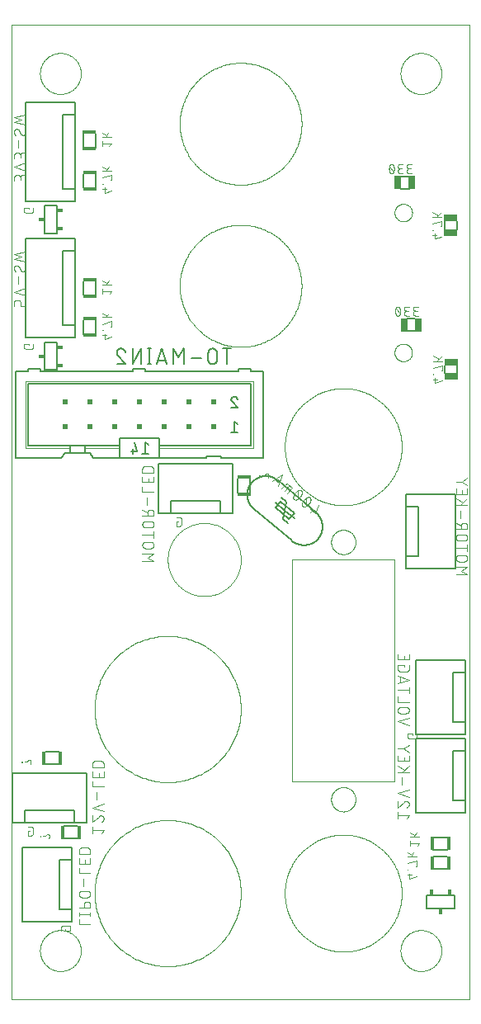
<source format=gbo>
G04 EAGLE Gerber X2 export*
%TF.Part,Single*%
%TF.FileFunction,Other,Silk bottom*%
%TF.FilePolarity,Positive*%
%TF.GenerationSoftware,Autodesk,EAGLE,9.4.0*%
%TF.CreationDate,2019-06-23T01:53:00Z*%
G75*
%MOMM*%
%FSLAX34Y34*%
%LPD*%
%INSilk bottom*%
%AMOC8*
5,1,8,0,0,1.08239X$1,22.5*%
G01*
%ADD10C,0.076200*%
%ADD11C,0.050000*%
%ADD12C,0.152400*%
%ADD13R,1.400000X0.650000*%
%ADD14C,0.000000*%
%ADD15R,0.584200X0.457200*%
%ADD16R,1.422400X0.355600*%
%ADD17C,0.127000*%
%ADD18C,0.101600*%
%ADD19C,0.050800*%
%ADD20R,0.508000X0.508000*%
%ADD21C,0.177800*%
%ADD22R,0.457200X0.584200*%
%ADD23R,0.355600X1.422400*%
%ADD24R,0.650000X1.400000*%
%ADD25C,0.203200*%


D10*
X20842Y810853D02*
X20842Y812419D01*
X15621Y812419D01*
X15621Y809286D01*
X15623Y809197D01*
X15629Y809109D01*
X15638Y809021D01*
X15651Y808933D01*
X15668Y808846D01*
X15688Y808760D01*
X15713Y808675D01*
X15740Y808590D01*
X15772Y808507D01*
X15806Y808426D01*
X15845Y808346D01*
X15886Y808268D01*
X15931Y808191D01*
X15979Y808117D01*
X16030Y808044D01*
X16084Y807974D01*
X16142Y807907D01*
X16202Y807841D01*
X16264Y807779D01*
X16330Y807719D01*
X16397Y807661D01*
X16467Y807607D01*
X16540Y807556D01*
X16614Y807508D01*
X16691Y807463D01*
X16769Y807422D01*
X16849Y807383D01*
X16930Y807349D01*
X17013Y807317D01*
X17098Y807290D01*
X17183Y807265D01*
X17269Y807245D01*
X17356Y807228D01*
X17444Y807215D01*
X17532Y807206D01*
X17620Y807200D01*
X17709Y807198D01*
X22931Y807198D01*
X23022Y807200D01*
X23113Y807206D01*
X23204Y807216D01*
X23294Y807230D01*
X23383Y807247D01*
X23471Y807269D01*
X23559Y807295D01*
X23645Y807324D01*
X23730Y807357D01*
X23813Y807394D01*
X23895Y807434D01*
X23975Y807478D01*
X24053Y807525D01*
X24129Y807576D01*
X24202Y807629D01*
X24273Y807686D01*
X24342Y807747D01*
X24407Y807810D01*
X24470Y807875D01*
X24530Y807944D01*
X24588Y808015D01*
X24641Y808088D01*
X24692Y808164D01*
X24739Y808242D01*
X24783Y808322D01*
X24823Y808404D01*
X24860Y808487D01*
X24893Y808572D01*
X24922Y808658D01*
X24948Y808746D01*
X24970Y808834D01*
X24987Y808923D01*
X25001Y809013D01*
X25011Y809104D01*
X25017Y809195D01*
X25019Y809286D01*
X25019Y812419D01*
X20842Y672719D02*
X20842Y671153D01*
X20842Y672719D02*
X15621Y672719D01*
X15621Y669586D01*
X15623Y669497D01*
X15629Y669409D01*
X15638Y669321D01*
X15651Y669233D01*
X15668Y669146D01*
X15688Y669060D01*
X15713Y668975D01*
X15740Y668890D01*
X15772Y668807D01*
X15806Y668726D01*
X15845Y668646D01*
X15886Y668568D01*
X15931Y668491D01*
X15979Y668417D01*
X16030Y668344D01*
X16084Y668274D01*
X16142Y668207D01*
X16202Y668141D01*
X16264Y668079D01*
X16330Y668019D01*
X16397Y667961D01*
X16467Y667907D01*
X16540Y667856D01*
X16614Y667808D01*
X16691Y667763D01*
X16769Y667722D01*
X16849Y667683D01*
X16930Y667649D01*
X17013Y667617D01*
X17098Y667590D01*
X17183Y667565D01*
X17269Y667545D01*
X17356Y667528D01*
X17444Y667515D01*
X17532Y667506D01*
X17620Y667500D01*
X17709Y667498D01*
X22931Y667498D01*
X23022Y667500D01*
X23113Y667506D01*
X23204Y667516D01*
X23294Y667530D01*
X23383Y667547D01*
X23471Y667569D01*
X23559Y667595D01*
X23645Y667624D01*
X23730Y667657D01*
X23813Y667694D01*
X23895Y667734D01*
X23975Y667778D01*
X24053Y667825D01*
X24129Y667876D01*
X24202Y667929D01*
X24273Y667986D01*
X24342Y668047D01*
X24407Y668110D01*
X24470Y668175D01*
X24530Y668244D01*
X24588Y668315D01*
X24641Y668388D01*
X24692Y668464D01*
X24739Y668542D01*
X24783Y668622D01*
X24823Y668704D01*
X24860Y668787D01*
X24893Y668872D01*
X24922Y668958D01*
X24948Y669046D01*
X24970Y669134D01*
X24987Y669223D01*
X25001Y669313D01*
X25011Y669404D01*
X25017Y669495D01*
X25019Y669586D01*
X25019Y672719D01*
X171831Y490742D02*
X173397Y490742D01*
X171831Y490742D02*
X171831Y485521D01*
X174964Y485521D01*
X175053Y485523D01*
X175141Y485529D01*
X175229Y485538D01*
X175317Y485551D01*
X175404Y485568D01*
X175490Y485588D01*
X175575Y485613D01*
X175660Y485640D01*
X175743Y485672D01*
X175824Y485706D01*
X175904Y485745D01*
X175982Y485786D01*
X176059Y485831D01*
X176133Y485879D01*
X176206Y485930D01*
X176276Y485984D01*
X176343Y486042D01*
X176409Y486102D01*
X176471Y486164D01*
X176531Y486230D01*
X176589Y486297D01*
X176643Y486367D01*
X176694Y486440D01*
X176742Y486514D01*
X176787Y486591D01*
X176828Y486669D01*
X176867Y486749D01*
X176901Y486830D01*
X176933Y486913D01*
X176960Y486998D01*
X176985Y487083D01*
X177005Y487169D01*
X177022Y487256D01*
X177035Y487344D01*
X177044Y487432D01*
X177050Y487520D01*
X177052Y487609D01*
X177052Y492831D01*
X177050Y492920D01*
X177044Y493008D01*
X177035Y493096D01*
X177022Y493184D01*
X177005Y493271D01*
X176985Y493357D01*
X176960Y493442D01*
X176933Y493527D01*
X176901Y493610D01*
X176867Y493691D01*
X176828Y493771D01*
X176787Y493849D01*
X176742Y493926D01*
X176694Y494000D01*
X176643Y494073D01*
X176589Y494143D01*
X176531Y494210D01*
X176471Y494276D01*
X176409Y494338D01*
X176343Y494398D01*
X176276Y494456D01*
X176206Y494510D01*
X176133Y494561D01*
X176059Y494609D01*
X175982Y494654D01*
X175904Y494695D01*
X175824Y494734D01*
X175743Y494768D01*
X175660Y494800D01*
X175575Y494827D01*
X175490Y494852D01*
X175404Y494872D01*
X175317Y494889D01*
X175229Y494902D01*
X175141Y494911D01*
X175053Y494917D01*
X174964Y494919D01*
X171831Y494919D01*
X20997Y173242D02*
X19431Y173242D01*
X19431Y168021D01*
X22564Y168021D01*
X22653Y168023D01*
X22741Y168029D01*
X22829Y168038D01*
X22917Y168051D01*
X23004Y168068D01*
X23090Y168088D01*
X23175Y168113D01*
X23260Y168140D01*
X23343Y168172D01*
X23424Y168206D01*
X23504Y168245D01*
X23582Y168286D01*
X23659Y168331D01*
X23733Y168379D01*
X23806Y168430D01*
X23876Y168484D01*
X23943Y168542D01*
X24009Y168602D01*
X24071Y168664D01*
X24131Y168730D01*
X24189Y168797D01*
X24243Y168867D01*
X24294Y168940D01*
X24342Y169014D01*
X24387Y169091D01*
X24428Y169169D01*
X24467Y169249D01*
X24501Y169330D01*
X24533Y169413D01*
X24560Y169498D01*
X24585Y169583D01*
X24605Y169669D01*
X24622Y169756D01*
X24635Y169844D01*
X24644Y169932D01*
X24650Y170020D01*
X24652Y170109D01*
X24652Y175331D01*
X24650Y175420D01*
X24644Y175508D01*
X24635Y175596D01*
X24622Y175684D01*
X24605Y175771D01*
X24585Y175857D01*
X24560Y175942D01*
X24533Y176027D01*
X24501Y176110D01*
X24467Y176191D01*
X24428Y176271D01*
X24387Y176349D01*
X24342Y176426D01*
X24294Y176500D01*
X24243Y176573D01*
X24189Y176643D01*
X24131Y176710D01*
X24071Y176776D01*
X24009Y176838D01*
X23943Y176898D01*
X23876Y176956D01*
X23806Y177010D01*
X23733Y177061D01*
X23659Y177109D01*
X23582Y177154D01*
X23504Y177195D01*
X23424Y177234D01*
X23343Y177268D01*
X23260Y177300D01*
X23175Y177327D01*
X23090Y177352D01*
X23004Y177372D01*
X22917Y177389D01*
X22829Y177402D01*
X22741Y177411D01*
X22653Y177417D01*
X22564Y177419D01*
X19431Y177419D01*
X57898Y72164D02*
X57898Y70598D01*
X63119Y70598D01*
X63119Y73731D01*
X63117Y73820D01*
X63111Y73908D01*
X63102Y73996D01*
X63089Y74084D01*
X63072Y74171D01*
X63052Y74257D01*
X63027Y74342D01*
X63000Y74427D01*
X62968Y74510D01*
X62934Y74591D01*
X62895Y74671D01*
X62854Y74749D01*
X62809Y74826D01*
X62761Y74900D01*
X62710Y74973D01*
X62656Y75043D01*
X62598Y75110D01*
X62538Y75176D01*
X62476Y75238D01*
X62410Y75298D01*
X62343Y75356D01*
X62273Y75410D01*
X62200Y75461D01*
X62126Y75509D01*
X62049Y75554D01*
X61971Y75595D01*
X61891Y75634D01*
X61810Y75668D01*
X61727Y75700D01*
X61642Y75727D01*
X61557Y75752D01*
X61471Y75772D01*
X61384Y75789D01*
X61296Y75802D01*
X61208Y75811D01*
X61120Y75817D01*
X61031Y75819D01*
X55809Y75819D01*
X55809Y75820D02*
X55718Y75818D01*
X55627Y75812D01*
X55536Y75802D01*
X55446Y75788D01*
X55357Y75770D01*
X55268Y75749D01*
X55181Y75723D01*
X55095Y75694D01*
X55010Y75661D01*
X54926Y75624D01*
X54844Y75584D01*
X54765Y75540D01*
X54687Y75493D01*
X54611Y75442D01*
X54537Y75388D01*
X54466Y75331D01*
X54398Y75271D01*
X54332Y75208D01*
X54269Y75142D01*
X54209Y75074D01*
X54152Y75003D01*
X54098Y74929D01*
X54047Y74853D01*
X54000Y74776D01*
X53956Y74696D01*
X53916Y74614D01*
X53879Y74530D01*
X53846Y74446D01*
X53817Y74359D01*
X53791Y74272D01*
X53770Y74183D01*
X53752Y74094D01*
X53738Y74004D01*
X53728Y73913D01*
X53722Y73822D01*
X53720Y73731D01*
X53721Y73731D02*
X53721Y70598D01*
X414542Y271103D02*
X414542Y272669D01*
X409321Y272669D01*
X409321Y269536D01*
X409323Y269447D01*
X409329Y269359D01*
X409338Y269271D01*
X409351Y269183D01*
X409368Y269096D01*
X409388Y269010D01*
X409413Y268925D01*
X409440Y268840D01*
X409472Y268757D01*
X409506Y268676D01*
X409545Y268596D01*
X409586Y268518D01*
X409631Y268441D01*
X409679Y268367D01*
X409730Y268294D01*
X409784Y268224D01*
X409842Y268157D01*
X409902Y268091D01*
X409964Y268029D01*
X410030Y267969D01*
X410097Y267911D01*
X410167Y267857D01*
X410240Y267806D01*
X410314Y267758D01*
X410391Y267713D01*
X410469Y267672D01*
X410549Y267633D01*
X410630Y267599D01*
X410713Y267567D01*
X410798Y267540D01*
X410883Y267515D01*
X410969Y267495D01*
X411056Y267478D01*
X411144Y267465D01*
X411232Y267456D01*
X411320Y267450D01*
X411409Y267448D01*
X416631Y267448D01*
X416722Y267450D01*
X416813Y267456D01*
X416904Y267466D01*
X416994Y267480D01*
X417083Y267497D01*
X417171Y267519D01*
X417259Y267545D01*
X417345Y267574D01*
X417430Y267607D01*
X417513Y267644D01*
X417595Y267684D01*
X417675Y267728D01*
X417753Y267775D01*
X417829Y267826D01*
X417902Y267879D01*
X417973Y267936D01*
X418042Y267997D01*
X418107Y268060D01*
X418170Y268125D01*
X418230Y268194D01*
X418288Y268265D01*
X418341Y268338D01*
X418392Y268414D01*
X418439Y268492D01*
X418483Y268572D01*
X418523Y268654D01*
X418560Y268737D01*
X418593Y268822D01*
X418622Y268908D01*
X418648Y268996D01*
X418670Y269084D01*
X418687Y269173D01*
X418701Y269263D01*
X418711Y269354D01*
X418717Y269445D01*
X418719Y269536D01*
X418719Y272669D01*
D11*
X290769Y223241D02*
X290769Y451241D01*
X395769Y451241D02*
X395769Y223241D01*
X472950Y0D02*
X2950Y0D01*
X472950Y0D02*
X472950Y1000000D01*
X2950Y1000000D01*
X2950Y0D01*
X88069Y297835D02*
X88092Y299676D01*
X88159Y301515D01*
X88272Y303352D01*
X88430Y305186D01*
X88633Y307016D01*
X88881Y308840D01*
X89173Y310657D01*
X89510Y312467D01*
X89891Y314268D01*
X90317Y316059D01*
X90786Y317838D01*
X91298Y319606D01*
X91854Y321361D01*
X92453Y323102D01*
X93095Y324827D01*
X93778Y326536D01*
X94503Y328228D01*
X95270Y329902D01*
X96077Y331556D01*
X96925Y333190D01*
X97812Y334802D01*
X98739Y336393D01*
X99705Y337960D01*
X100709Y339503D01*
X101750Y341021D01*
X102828Y342512D01*
X103943Y343977D01*
X105093Y345414D01*
X106278Y346823D01*
X107498Y348202D01*
X108750Y349551D01*
X110036Y350868D01*
X111353Y352154D01*
X112702Y353406D01*
X114081Y354626D01*
X115490Y355811D01*
X116927Y356961D01*
X118392Y358076D01*
X119883Y359154D01*
X121401Y360195D01*
X122944Y361199D01*
X124511Y362165D01*
X126102Y363092D01*
X127714Y363979D01*
X129348Y364827D01*
X131002Y365634D01*
X132676Y366401D01*
X134368Y367126D01*
X136077Y367809D01*
X137802Y368451D01*
X139543Y369050D01*
X141298Y369606D01*
X143066Y370118D01*
X144845Y370587D01*
X146636Y371013D01*
X148437Y371394D01*
X150247Y371731D01*
X152064Y372023D01*
X153888Y372271D01*
X155718Y372474D01*
X157552Y372632D01*
X159389Y372745D01*
X161228Y372812D01*
X163069Y372835D01*
X164910Y372812D01*
X166749Y372745D01*
X168586Y372632D01*
X170420Y372474D01*
X172250Y372271D01*
X174074Y372023D01*
X175891Y371731D01*
X177701Y371394D01*
X179502Y371013D01*
X181293Y370587D01*
X183072Y370118D01*
X184840Y369606D01*
X186595Y369050D01*
X188336Y368451D01*
X190061Y367809D01*
X191770Y367126D01*
X193462Y366401D01*
X195136Y365634D01*
X196790Y364827D01*
X198424Y363979D01*
X200036Y363092D01*
X201627Y362165D01*
X203194Y361199D01*
X204737Y360195D01*
X206255Y359154D01*
X207746Y358076D01*
X209211Y356961D01*
X210648Y355811D01*
X212057Y354626D01*
X213436Y353406D01*
X214785Y352154D01*
X216102Y350868D01*
X217388Y349551D01*
X218640Y348202D01*
X219860Y346823D01*
X221045Y345414D01*
X222195Y343977D01*
X223310Y342512D01*
X224388Y341021D01*
X225429Y339503D01*
X226433Y337960D01*
X227399Y336393D01*
X228326Y334802D01*
X229213Y333190D01*
X230061Y331556D01*
X230868Y329902D01*
X231635Y328228D01*
X232360Y326536D01*
X233043Y324827D01*
X233685Y323102D01*
X234284Y321361D01*
X234840Y319606D01*
X235352Y317838D01*
X235821Y316059D01*
X236247Y314268D01*
X236628Y312467D01*
X236965Y310657D01*
X237257Y308840D01*
X237505Y307016D01*
X237708Y305186D01*
X237866Y303352D01*
X237979Y301515D01*
X238046Y299676D01*
X238069Y297835D01*
X238046Y295994D01*
X237979Y294155D01*
X237866Y292318D01*
X237708Y290484D01*
X237505Y288654D01*
X237257Y286830D01*
X236965Y285013D01*
X236628Y283203D01*
X236247Y281402D01*
X235821Y279611D01*
X235352Y277832D01*
X234840Y276064D01*
X234284Y274309D01*
X233685Y272568D01*
X233043Y270843D01*
X232360Y269134D01*
X231635Y267442D01*
X230868Y265768D01*
X230061Y264114D01*
X229213Y262480D01*
X228326Y260868D01*
X227399Y259277D01*
X226433Y257710D01*
X225429Y256167D01*
X224388Y254649D01*
X223310Y253158D01*
X222195Y251693D01*
X221045Y250256D01*
X219860Y248847D01*
X218640Y247468D01*
X217388Y246119D01*
X216102Y244802D01*
X214785Y243516D01*
X213436Y242264D01*
X212057Y241044D01*
X210648Y239859D01*
X209211Y238709D01*
X207746Y237594D01*
X206255Y236516D01*
X204737Y235475D01*
X203194Y234471D01*
X201627Y233505D01*
X200036Y232578D01*
X198424Y231691D01*
X196790Y230843D01*
X195136Y230036D01*
X193462Y229269D01*
X191770Y228544D01*
X190061Y227861D01*
X188336Y227219D01*
X186595Y226620D01*
X184840Y226064D01*
X183072Y225552D01*
X181293Y225083D01*
X179502Y224657D01*
X177701Y224276D01*
X175891Y223939D01*
X174074Y223647D01*
X172250Y223399D01*
X170420Y223196D01*
X168586Y223038D01*
X166749Y222925D01*
X164910Y222858D01*
X163069Y222835D01*
X161228Y222858D01*
X159389Y222925D01*
X157552Y223038D01*
X155718Y223196D01*
X153888Y223399D01*
X152064Y223647D01*
X150247Y223939D01*
X148437Y224276D01*
X146636Y224657D01*
X144845Y225083D01*
X143066Y225552D01*
X141298Y226064D01*
X139543Y226620D01*
X137802Y227219D01*
X136077Y227861D01*
X134368Y228544D01*
X132676Y229269D01*
X131002Y230036D01*
X129348Y230843D01*
X127714Y231691D01*
X126102Y232578D01*
X124511Y233505D01*
X122944Y234471D01*
X121401Y235475D01*
X119883Y236516D01*
X118392Y237594D01*
X116927Y238709D01*
X115490Y239859D01*
X114081Y241044D01*
X112702Y242264D01*
X111353Y243516D01*
X110036Y244802D01*
X108750Y246119D01*
X107498Y247468D01*
X106278Y248847D01*
X105093Y250256D01*
X103943Y251693D01*
X102828Y253158D01*
X101750Y254649D01*
X100709Y256167D01*
X99705Y257710D01*
X98739Y259277D01*
X97812Y260868D01*
X96925Y262480D01*
X96077Y264114D01*
X95270Y265768D01*
X94503Y267442D01*
X93778Y269134D01*
X93095Y270843D01*
X92453Y272568D01*
X91854Y274309D01*
X91298Y276064D01*
X90786Y277832D01*
X90317Y279611D01*
X89891Y281402D01*
X89510Y283203D01*
X89173Y285013D01*
X88881Y286830D01*
X88633Y288654D01*
X88430Y290484D01*
X88272Y292318D01*
X88159Y294155D01*
X88092Y295994D01*
X88069Y297835D01*
X330769Y205241D02*
X330773Y205548D01*
X330784Y205854D01*
X330803Y206161D01*
X330829Y206466D01*
X330863Y206771D01*
X330904Y207075D01*
X330953Y207378D01*
X331009Y207680D01*
X331073Y207980D01*
X331144Y208278D01*
X331222Y208575D01*
X331307Y208870D01*
X331400Y209162D01*
X331500Y209452D01*
X331607Y209740D01*
X331721Y210025D01*
X331841Y210307D01*
X331969Y210585D01*
X332104Y210861D01*
X332245Y211133D01*
X332393Y211402D01*
X332547Y211667D01*
X332708Y211928D01*
X332876Y212186D01*
X333049Y212439D01*
X333229Y212687D01*
X333415Y212931D01*
X333606Y213171D01*
X333804Y213406D01*
X334007Y213635D01*
X334216Y213860D01*
X334430Y214080D01*
X334650Y214294D01*
X334875Y214503D01*
X335104Y214706D01*
X335339Y214904D01*
X335579Y215095D01*
X335823Y215281D01*
X336071Y215461D01*
X336324Y215634D01*
X336582Y215802D01*
X336843Y215963D01*
X337108Y216117D01*
X337377Y216265D01*
X337649Y216406D01*
X337925Y216541D01*
X338203Y216669D01*
X338485Y216789D01*
X338770Y216903D01*
X339058Y217010D01*
X339348Y217110D01*
X339640Y217203D01*
X339935Y217288D01*
X340232Y217366D01*
X340530Y217437D01*
X340830Y217501D01*
X341132Y217557D01*
X341435Y217606D01*
X341739Y217647D01*
X342044Y217681D01*
X342349Y217707D01*
X342656Y217726D01*
X342962Y217737D01*
X343269Y217741D01*
X343576Y217737D01*
X343882Y217726D01*
X344189Y217707D01*
X344494Y217681D01*
X344799Y217647D01*
X345103Y217606D01*
X345406Y217557D01*
X345708Y217501D01*
X346008Y217437D01*
X346306Y217366D01*
X346603Y217288D01*
X346898Y217203D01*
X347190Y217110D01*
X347480Y217010D01*
X347768Y216903D01*
X348053Y216789D01*
X348335Y216669D01*
X348613Y216541D01*
X348889Y216406D01*
X349161Y216265D01*
X349430Y216117D01*
X349695Y215963D01*
X349956Y215802D01*
X350214Y215634D01*
X350467Y215461D01*
X350715Y215281D01*
X350959Y215095D01*
X351199Y214904D01*
X351434Y214706D01*
X351663Y214503D01*
X351888Y214294D01*
X352108Y214080D01*
X352322Y213860D01*
X352531Y213635D01*
X352734Y213406D01*
X352932Y213171D01*
X353123Y212931D01*
X353309Y212687D01*
X353489Y212439D01*
X353662Y212186D01*
X353830Y211928D01*
X353991Y211667D01*
X354145Y211402D01*
X354293Y211133D01*
X354434Y210861D01*
X354569Y210585D01*
X354697Y210307D01*
X354817Y210025D01*
X354931Y209740D01*
X355038Y209452D01*
X355138Y209162D01*
X355231Y208870D01*
X355316Y208575D01*
X355394Y208278D01*
X355465Y207980D01*
X355529Y207680D01*
X355585Y207378D01*
X355634Y207075D01*
X355675Y206771D01*
X355709Y206466D01*
X355735Y206161D01*
X355754Y205854D01*
X355765Y205548D01*
X355769Y205241D01*
X355765Y204934D01*
X355754Y204628D01*
X355735Y204321D01*
X355709Y204016D01*
X355675Y203711D01*
X355634Y203407D01*
X355585Y203104D01*
X355529Y202802D01*
X355465Y202502D01*
X355394Y202204D01*
X355316Y201907D01*
X355231Y201612D01*
X355138Y201320D01*
X355038Y201030D01*
X354931Y200742D01*
X354817Y200457D01*
X354697Y200175D01*
X354569Y199897D01*
X354434Y199621D01*
X354293Y199349D01*
X354145Y199080D01*
X353991Y198815D01*
X353830Y198554D01*
X353662Y198296D01*
X353489Y198043D01*
X353309Y197795D01*
X353123Y197551D01*
X352932Y197311D01*
X352734Y197076D01*
X352531Y196847D01*
X352322Y196622D01*
X352108Y196402D01*
X351888Y196188D01*
X351663Y195979D01*
X351434Y195776D01*
X351199Y195578D01*
X350959Y195387D01*
X350715Y195201D01*
X350467Y195021D01*
X350214Y194848D01*
X349956Y194680D01*
X349695Y194519D01*
X349430Y194365D01*
X349161Y194217D01*
X348889Y194076D01*
X348613Y193941D01*
X348335Y193813D01*
X348053Y193693D01*
X347768Y193579D01*
X347480Y193472D01*
X347190Y193372D01*
X346898Y193279D01*
X346603Y193194D01*
X346306Y193116D01*
X346008Y193045D01*
X345708Y192981D01*
X345406Y192925D01*
X345103Y192876D01*
X344799Y192835D01*
X344494Y192801D01*
X344189Y192775D01*
X343882Y192756D01*
X343576Y192745D01*
X343269Y192741D01*
X342962Y192745D01*
X342656Y192756D01*
X342349Y192775D01*
X342044Y192801D01*
X341739Y192835D01*
X341435Y192876D01*
X341132Y192925D01*
X340830Y192981D01*
X340530Y193045D01*
X340232Y193116D01*
X339935Y193194D01*
X339640Y193279D01*
X339348Y193372D01*
X339058Y193472D01*
X338770Y193579D01*
X338485Y193693D01*
X338203Y193813D01*
X337925Y193941D01*
X337649Y194076D01*
X337377Y194217D01*
X337108Y194365D01*
X336843Y194519D01*
X336582Y194680D01*
X336324Y194848D01*
X336071Y195021D01*
X335823Y195201D01*
X335579Y195387D01*
X335339Y195578D01*
X335104Y195776D01*
X334875Y195979D01*
X334650Y196188D01*
X334430Y196402D01*
X334216Y196622D01*
X334007Y196847D01*
X333804Y197076D01*
X333606Y197311D01*
X333415Y197551D01*
X333229Y197795D01*
X333049Y198043D01*
X332876Y198296D01*
X332708Y198554D01*
X332547Y198815D01*
X332393Y199080D01*
X332245Y199349D01*
X332104Y199621D01*
X331969Y199897D01*
X331841Y200175D01*
X331721Y200457D01*
X331607Y200742D01*
X331500Y201030D01*
X331400Y201320D01*
X331307Y201612D01*
X331222Y201907D01*
X331144Y202204D01*
X331073Y202502D01*
X331009Y202802D01*
X330953Y203104D01*
X330904Y203407D01*
X330863Y203711D01*
X330829Y204016D01*
X330803Y204321D01*
X330784Y204628D01*
X330773Y204934D01*
X330769Y205241D01*
X88069Y108941D02*
X88092Y110782D01*
X88159Y112621D01*
X88272Y114458D01*
X88430Y116292D01*
X88633Y118122D01*
X88881Y119946D01*
X89173Y121763D01*
X89510Y123573D01*
X89891Y125374D01*
X90317Y127165D01*
X90786Y128944D01*
X91298Y130712D01*
X91854Y132467D01*
X92453Y134208D01*
X93095Y135933D01*
X93778Y137642D01*
X94503Y139334D01*
X95270Y141008D01*
X96077Y142662D01*
X96925Y144296D01*
X97812Y145908D01*
X98739Y147499D01*
X99705Y149066D01*
X100709Y150609D01*
X101750Y152127D01*
X102828Y153618D01*
X103943Y155083D01*
X105093Y156520D01*
X106278Y157929D01*
X107498Y159308D01*
X108750Y160657D01*
X110036Y161974D01*
X111353Y163260D01*
X112702Y164512D01*
X114081Y165732D01*
X115490Y166917D01*
X116927Y168067D01*
X118392Y169182D01*
X119883Y170260D01*
X121401Y171301D01*
X122944Y172305D01*
X124511Y173271D01*
X126102Y174198D01*
X127714Y175085D01*
X129348Y175933D01*
X131002Y176740D01*
X132676Y177507D01*
X134368Y178232D01*
X136077Y178915D01*
X137802Y179557D01*
X139543Y180156D01*
X141298Y180712D01*
X143066Y181224D01*
X144845Y181693D01*
X146636Y182119D01*
X148437Y182500D01*
X150247Y182837D01*
X152064Y183129D01*
X153888Y183377D01*
X155718Y183580D01*
X157552Y183738D01*
X159389Y183851D01*
X161228Y183918D01*
X163069Y183941D01*
X164910Y183918D01*
X166749Y183851D01*
X168586Y183738D01*
X170420Y183580D01*
X172250Y183377D01*
X174074Y183129D01*
X175891Y182837D01*
X177701Y182500D01*
X179502Y182119D01*
X181293Y181693D01*
X183072Y181224D01*
X184840Y180712D01*
X186595Y180156D01*
X188336Y179557D01*
X190061Y178915D01*
X191770Y178232D01*
X193462Y177507D01*
X195136Y176740D01*
X196790Y175933D01*
X198424Y175085D01*
X200036Y174198D01*
X201627Y173271D01*
X203194Y172305D01*
X204737Y171301D01*
X206255Y170260D01*
X207746Y169182D01*
X209211Y168067D01*
X210648Y166917D01*
X212057Y165732D01*
X213436Y164512D01*
X214785Y163260D01*
X216102Y161974D01*
X217388Y160657D01*
X218640Y159308D01*
X219860Y157929D01*
X221045Y156520D01*
X222195Y155083D01*
X223310Y153618D01*
X224388Y152127D01*
X225429Y150609D01*
X226433Y149066D01*
X227399Y147499D01*
X228326Y145908D01*
X229213Y144296D01*
X230061Y142662D01*
X230868Y141008D01*
X231635Y139334D01*
X232360Y137642D01*
X233043Y135933D01*
X233685Y134208D01*
X234284Y132467D01*
X234840Y130712D01*
X235352Y128944D01*
X235821Y127165D01*
X236247Y125374D01*
X236628Y123573D01*
X236965Y121763D01*
X237257Y119946D01*
X237505Y118122D01*
X237708Y116292D01*
X237866Y114458D01*
X237979Y112621D01*
X238046Y110782D01*
X238069Y108941D01*
X238046Y107100D01*
X237979Y105261D01*
X237866Y103424D01*
X237708Y101590D01*
X237505Y99760D01*
X237257Y97936D01*
X236965Y96119D01*
X236628Y94309D01*
X236247Y92508D01*
X235821Y90717D01*
X235352Y88938D01*
X234840Y87170D01*
X234284Y85415D01*
X233685Y83674D01*
X233043Y81949D01*
X232360Y80240D01*
X231635Y78548D01*
X230868Y76874D01*
X230061Y75220D01*
X229213Y73586D01*
X228326Y71974D01*
X227399Y70383D01*
X226433Y68816D01*
X225429Y67273D01*
X224388Y65755D01*
X223310Y64264D01*
X222195Y62799D01*
X221045Y61362D01*
X219860Y59953D01*
X218640Y58574D01*
X217388Y57225D01*
X216102Y55908D01*
X214785Y54622D01*
X213436Y53370D01*
X212057Y52150D01*
X210648Y50965D01*
X209211Y49815D01*
X207746Y48700D01*
X206255Y47622D01*
X204737Y46581D01*
X203194Y45577D01*
X201627Y44611D01*
X200036Y43684D01*
X198424Y42797D01*
X196790Y41949D01*
X195136Y41142D01*
X193462Y40375D01*
X191770Y39650D01*
X190061Y38967D01*
X188336Y38325D01*
X186595Y37726D01*
X184840Y37170D01*
X183072Y36658D01*
X181293Y36189D01*
X179502Y35763D01*
X177701Y35382D01*
X175891Y35045D01*
X174074Y34753D01*
X172250Y34505D01*
X170420Y34302D01*
X168586Y34144D01*
X166749Y34031D01*
X164910Y33964D01*
X163069Y33941D01*
X161228Y33964D01*
X159389Y34031D01*
X157552Y34144D01*
X155718Y34302D01*
X153888Y34505D01*
X152064Y34753D01*
X150247Y35045D01*
X148437Y35382D01*
X146636Y35763D01*
X144845Y36189D01*
X143066Y36658D01*
X141298Y37170D01*
X139543Y37726D01*
X137802Y38325D01*
X136077Y38967D01*
X134368Y39650D01*
X132676Y40375D01*
X131002Y41142D01*
X129348Y41949D01*
X127714Y42797D01*
X126102Y43684D01*
X124511Y44611D01*
X122944Y45577D01*
X121401Y46581D01*
X119883Y47622D01*
X118392Y48700D01*
X116927Y49815D01*
X115490Y50965D01*
X114081Y52150D01*
X112702Y53370D01*
X111353Y54622D01*
X110036Y55908D01*
X108750Y57225D01*
X107498Y58574D01*
X106278Y59953D01*
X105093Y61362D01*
X103943Y62799D01*
X102828Y64264D01*
X101750Y65755D01*
X100709Y67273D01*
X99705Y68816D01*
X98739Y70383D01*
X97812Y71974D01*
X96925Y73586D01*
X96077Y75220D01*
X95270Y76874D01*
X94503Y78548D01*
X93778Y80240D01*
X93095Y81949D01*
X92453Y83674D01*
X91854Y85415D01*
X91298Y87170D01*
X90786Y88938D01*
X90317Y90717D01*
X89891Y92508D01*
X89510Y94309D01*
X89173Y96119D01*
X88881Y97936D01*
X88633Y99760D01*
X88430Y101590D01*
X88272Y103424D01*
X88159Y105261D01*
X88092Y107100D01*
X88069Y108941D01*
X401950Y50000D02*
X401956Y50515D01*
X401975Y51030D01*
X402007Y51545D01*
X402051Y52058D01*
X402108Y52571D01*
X402177Y53081D01*
X402259Y53590D01*
X402354Y54097D01*
X402460Y54601D01*
X402579Y55103D01*
X402711Y55601D01*
X402854Y56096D01*
X403010Y56587D01*
X403178Y57075D01*
X403357Y57558D01*
X403549Y58036D01*
X403752Y58510D01*
X403966Y58979D01*
X404192Y59442D01*
X404430Y59899D01*
X404678Y60351D01*
X404938Y60796D01*
X405208Y61235D01*
X405489Y61667D01*
X405781Y62092D01*
X406083Y62510D01*
X406395Y62920D01*
X406717Y63322D01*
X407049Y63717D01*
X407390Y64103D01*
X407741Y64480D01*
X408101Y64849D01*
X408470Y65209D01*
X408847Y65560D01*
X409233Y65901D01*
X409628Y66233D01*
X410030Y66555D01*
X410440Y66867D01*
X410858Y67169D01*
X411283Y67461D01*
X411715Y67742D01*
X412154Y68012D01*
X412599Y68272D01*
X413051Y68520D01*
X413508Y68758D01*
X413971Y68984D01*
X414440Y69198D01*
X414914Y69401D01*
X415392Y69593D01*
X415875Y69772D01*
X416363Y69940D01*
X416854Y70096D01*
X417349Y70239D01*
X417847Y70371D01*
X418349Y70490D01*
X418853Y70596D01*
X419360Y70691D01*
X419869Y70773D01*
X420379Y70842D01*
X420892Y70899D01*
X421405Y70943D01*
X421920Y70975D01*
X422435Y70994D01*
X422950Y71000D01*
X423465Y70994D01*
X423980Y70975D01*
X424495Y70943D01*
X425008Y70899D01*
X425521Y70842D01*
X426031Y70773D01*
X426540Y70691D01*
X427047Y70596D01*
X427551Y70490D01*
X428053Y70371D01*
X428551Y70239D01*
X429046Y70096D01*
X429537Y69940D01*
X430025Y69772D01*
X430508Y69593D01*
X430986Y69401D01*
X431460Y69198D01*
X431929Y68984D01*
X432392Y68758D01*
X432849Y68520D01*
X433301Y68272D01*
X433746Y68012D01*
X434185Y67742D01*
X434617Y67461D01*
X435042Y67169D01*
X435460Y66867D01*
X435870Y66555D01*
X436272Y66233D01*
X436667Y65901D01*
X437053Y65560D01*
X437430Y65209D01*
X437799Y64849D01*
X438159Y64480D01*
X438510Y64103D01*
X438851Y63717D01*
X439183Y63322D01*
X439505Y62920D01*
X439817Y62510D01*
X440119Y62092D01*
X440411Y61667D01*
X440692Y61235D01*
X440962Y60796D01*
X441222Y60351D01*
X441470Y59899D01*
X441708Y59442D01*
X441934Y58979D01*
X442148Y58510D01*
X442351Y58036D01*
X442543Y57558D01*
X442722Y57075D01*
X442890Y56587D01*
X443046Y56096D01*
X443189Y55601D01*
X443321Y55103D01*
X443440Y54601D01*
X443546Y54097D01*
X443641Y53590D01*
X443723Y53081D01*
X443792Y52571D01*
X443849Y52058D01*
X443893Y51545D01*
X443925Y51030D01*
X443944Y50515D01*
X443950Y50000D01*
X443944Y49485D01*
X443925Y48970D01*
X443893Y48455D01*
X443849Y47942D01*
X443792Y47429D01*
X443723Y46919D01*
X443641Y46410D01*
X443546Y45903D01*
X443440Y45399D01*
X443321Y44897D01*
X443189Y44399D01*
X443046Y43904D01*
X442890Y43413D01*
X442722Y42925D01*
X442543Y42442D01*
X442351Y41964D01*
X442148Y41490D01*
X441934Y41021D01*
X441708Y40558D01*
X441470Y40101D01*
X441222Y39649D01*
X440962Y39204D01*
X440692Y38765D01*
X440411Y38333D01*
X440119Y37908D01*
X439817Y37490D01*
X439505Y37080D01*
X439183Y36678D01*
X438851Y36283D01*
X438510Y35897D01*
X438159Y35520D01*
X437799Y35151D01*
X437430Y34791D01*
X437053Y34440D01*
X436667Y34099D01*
X436272Y33767D01*
X435870Y33445D01*
X435460Y33133D01*
X435042Y32831D01*
X434617Y32539D01*
X434185Y32258D01*
X433746Y31988D01*
X433301Y31728D01*
X432849Y31480D01*
X432392Y31242D01*
X431929Y31016D01*
X431460Y30802D01*
X430986Y30599D01*
X430508Y30407D01*
X430025Y30228D01*
X429537Y30060D01*
X429046Y29904D01*
X428551Y29761D01*
X428053Y29629D01*
X427551Y29510D01*
X427047Y29404D01*
X426540Y29309D01*
X426031Y29227D01*
X425521Y29158D01*
X425008Y29101D01*
X424495Y29057D01*
X423980Y29025D01*
X423465Y29006D01*
X422950Y29000D01*
X422435Y29006D01*
X421920Y29025D01*
X421405Y29057D01*
X420892Y29101D01*
X420379Y29158D01*
X419869Y29227D01*
X419360Y29309D01*
X418853Y29404D01*
X418349Y29510D01*
X417847Y29629D01*
X417349Y29761D01*
X416854Y29904D01*
X416363Y30060D01*
X415875Y30228D01*
X415392Y30407D01*
X414914Y30599D01*
X414440Y30802D01*
X413971Y31016D01*
X413508Y31242D01*
X413051Y31480D01*
X412599Y31728D01*
X412154Y31988D01*
X411715Y32258D01*
X411283Y32539D01*
X410858Y32831D01*
X410440Y33133D01*
X410030Y33445D01*
X409628Y33767D01*
X409233Y34099D01*
X408847Y34440D01*
X408470Y34791D01*
X408101Y35151D01*
X407741Y35520D01*
X407390Y35897D01*
X407049Y36283D01*
X406717Y36678D01*
X406395Y37080D01*
X406083Y37490D01*
X405781Y37908D01*
X405489Y38333D01*
X405208Y38765D01*
X404938Y39204D01*
X404678Y39649D01*
X404430Y40101D01*
X404192Y40558D01*
X403966Y41021D01*
X403752Y41490D01*
X403549Y41964D01*
X403357Y42442D01*
X403178Y42925D01*
X403010Y43413D01*
X402854Y43904D01*
X402711Y44399D01*
X402579Y44897D01*
X402460Y45399D01*
X402354Y45903D01*
X402259Y46410D01*
X402177Y46919D01*
X402108Y47429D01*
X402051Y47942D01*
X402007Y48455D01*
X401975Y48970D01*
X401956Y49485D01*
X401950Y50000D01*
X283269Y108941D02*
X283287Y110413D01*
X283341Y111885D01*
X283432Y113355D01*
X283558Y114822D01*
X283720Y116286D01*
X283918Y117745D01*
X284152Y119199D01*
X284422Y120646D01*
X284727Y122087D01*
X285067Y123520D01*
X285442Y124944D01*
X285853Y126358D01*
X286297Y127762D01*
X286776Y129154D01*
X287289Y130535D01*
X287836Y131902D01*
X288416Y133255D01*
X289030Y134594D01*
X289676Y135918D01*
X290354Y137225D01*
X291064Y138515D01*
X291805Y139787D01*
X292578Y141041D01*
X293381Y142275D01*
X294214Y143489D01*
X295077Y144683D01*
X295968Y145855D01*
X296888Y147005D01*
X297836Y148131D01*
X298812Y149235D01*
X299814Y150313D01*
X300843Y151367D01*
X301897Y152396D01*
X302975Y153398D01*
X304079Y154374D01*
X305205Y155322D01*
X306355Y156242D01*
X307527Y157133D01*
X308721Y157996D01*
X309935Y158829D01*
X311169Y159632D01*
X312423Y160405D01*
X313695Y161146D01*
X314985Y161856D01*
X316292Y162534D01*
X317616Y163180D01*
X318955Y163794D01*
X320308Y164374D01*
X321675Y164921D01*
X323056Y165434D01*
X324448Y165913D01*
X325852Y166357D01*
X327266Y166768D01*
X328690Y167143D01*
X330123Y167483D01*
X331564Y167788D01*
X333011Y168058D01*
X334465Y168292D01*
X335924Y168490D01*
X337388Y168652D01*
X338855Y168778D01*
X340325Y168869D01*
X341797Y168923D01*
X343269Y168941D01*
X344741Y168923D01*
X346213Y168869D01*
X347683Y168778D01*
X349150Y168652D01*
X350614Y168490D01*
X352073Y168292D01*
X353527Y168058D01*
X354974Y167788D01*
X356415Y167483D01*
X357848Y167143D01*
X359272Y166768D01*
X360686Y166357D01*
X362090Y165913D01*
X363482Y165434D01*
X364863Y164921D01*
X366230Y164374D01*
X367583Y163794D01*
X368922Y163180D01*
X370246Y162534D01*
X371553Y161856D01*
X372843Y161146D01*
X374115Y160405D01*
X375369Y159632D01*
X376603Y158829D01*
X377817Y157996D01*
X379011Y157133D01*
X380183Y156242D01*
X381333Y155322D01*
X382459Y154374D01*
X383563Y153398D01*
X384641Y152396D01*
X385695Y151367D01*
X386724Y150313D01*
X387726Y149235D01*
X388702Y148131D01*
X389650Y147005D01*
X390570Y145855D01*
X391461Y144683D01*
X392324Y143489D01*
X393157Y142275D01*
X393960Y141041D01*
X394733Y139787D01*
X395474Y138515D01*
X396184Y137225D01*
X396862Y135918D01*
X397508Y134594D01*
X398122Y133255D01*
X398702Y131902D01*
X399249Y130535D01*
X399762Y129154D01*
X400241Y127762D01*
X400685Y126358D01*
X401096Y124944D01*
X401471Y123520D01*
X401811Y122087D01*
X402116Y120646D01*
X402386Y119199D01*
X402620Y117745D01*
X402818Y116286D01*
X402980Y114822D01*
X403106Y113355D01*
X403197Y111885D01*
X403251Y110413D01*
X403269Y108941D01*
X403251Y107469D01*
X403197Y105997D01*
X403106Y104527D01*
X402980Y103060D01*
X402818Y101596D01*
X402620Y100137D01*
X402386Y98683D01*
X402116Y97236D01*
X401811Y95795D01*
X401471Y94362D01*
X401096Y92938D01*
X400685Y91524D01*
X400241Y90120D01*
X399762Y88728D01*
X399249Y87347D01*
X398702Y85980D01*
X398122Y84627D01*
X397508Y83288D01*
X396862Y81964D01*
X396184Y80657D01*
X395474Y79367D01*
X394733Y78095D01*
X393960Y76841D01*
X393157Y75607D01*
X392324Y74393D01*
X391461Y73199D01*
X390570Y72027D01*
X389650Y70877D01*
X388702Y69751D01*
X387726Y68647D01*
X386724Y67569D01*
X385695Y66515D01*
X384641Y65486D01*
X383563Y64484D01*
X382459Y63508D01*
X381333Y62560D01*
X380183Y61640D01*
X379011Y60749D01*
X377817Y59886D01*
X376603Y59053D01*
X375369Y58250D01*
X374115Y57477D01*
X372843Y56736D01*
X371553Y56026D01*
X370246Y55348D01*
X368922Y54702D01*
X367583Y54088D01*
X366230Y53508D01*
X364863Y52961D01*
X363482Y52448D01*
X362090Y51969D01*
X360686Y51525D01*
X359272Y51114D01*
X357848Y50739D01*
X356415Y50399D01*
X354974Y50094D01*
X353527Y49824D01*
X352073Y49590D01*
X350614Y49392D01*
X349150Y49230D01*
X347683Y49104D01*
X346213Y49013D01*
X344741Y48959D01*
X343269Y48941D01*
X341797Y48959D01*
X340325Y49013D01*
X338855Y49104D01*
X337388Y49230D01*
X335924Y49392D01*
X334465Y49590D01*
X333011Y49824D01*
X331564Y50094D01*
X330123Y50399D01*
X328690Y50739D01*
X327266Y51114D01*
X325852Y51525D01*
X324448Y51969D01*
X323056Y52448D01*
X321675Y52961D01*
X320308Y53508D01*
X318955Y54088D01*
X317616Y54702D01*
X316292Y55348D01*
X314985Y56026D01*
X313695Y56736D01*
X312423Y57477D01*
X311169Y58250D01*
X309935Y59053D01*
X308721Y59886D01*
X307527Y60749D01*
X306355Y61640D01*
X305205Y62560D01*
X304079Y63508D01*
X302975Y64484D01*
X301897Y65486D01*
X300843Y66515D01*
X299814Y67569D01*
X298812Y68647D01*
X297836Y69751D01*
X296888Y70877D01*
X295968Y72027D01*
X295077Y73199D01*
X294214Y74393D01*
X293381Y75607D01*
X292578Y76841D01*
X291805Y78095D01*
X291064Y79367D01*
X290354Y80657D01*
X289676Y81964D01*
X289030Y83288D01*
X288416Y84627D01*
X287836Y85980D01*
X287289Y87347D01*
X286776Y88728D01*
X286297Y90120D01*
X285853Y91524D01*
X285442Y92938D01*
X285067Y94362D01*
X284727Y95795D01*
X284422Y97236D01*
X284152Y98683D01*
X283918Y100137D01*
X283720Y101596D01*
X283558Y103060D01*
X283432Y104527D01*
X283341Y105997D01*
X283287Y107469D01*
X283269Y108941D01*
X31950Y50000D02*
X31956Y50515D01*
X31975Y51030D01*
X32007Y51545D01*
X32051Y52058D01*
X32108Y52571D01*
X32177Y53081D01*
X32259Y53590D01*
X32354Y54097D01*
X32460Y54601D01*
X32579Y55103D01*
X32711Y55601D01*
X32854Y56096D01*
X33010Y56587D01*
X33178Y57075D01*
X33357Y57558D01*
X33549Y58036D01*
X33752Y58510D01*
X33966Y58979D01*
X34192Y59442D01*
X34430Y59899D01*
X34678Y60351D01*
X34938Y60796D01*
X35208Y61235D01*
X35489Y61667D01*
X35781Y62092D01*
X36083Y62510D01*
X36395Y62920D01*
X36717Y63322D01*
X37049Y63717D01*
X37390Y64103D01*
X37741Y64480D01*
X38101Y64849D01*
X38470Y65209D01*
X38847Y65560D01*
X39233Y65901D01*
X39628Y66233D01*
X40030Y66555D01*
X40440Y66867D01*
X40858Y67169D01*
X41283Y67461D01*
X41715Y67742D01*
X42154Y68012D01*
X42599Y68272D01*
X43051Y68520D01*
X43508Y68758D01*
X43971Y68984D01*
X44440Y69198D01*
X44914Y69401D01*
X45392Y69593D01*
X45875Y69772D01*
X46363Y69940D01*
X46854Y70096D01*
X47349Y70239D01*
X47847Y70371D01*
X48349Y70490D01*
X48853Y70596D01*
X49360Y70691D01*
X49869Y70773D01*
X50379Y70842D01*
X50892Y70899D01*
X51405Y70943D01*
X51920Y70975D01*
X52435Y70994D01*
X52950Y71000D01*
X53465Y70994D01*
X53980Y70975D01*
X54495Y70943D01*
X55008Y70899D01*
X55521Y70842D01*
X56031Y70773D01*
X56540Y70691D01*
X57047Y70596D01*
X57551Y70490D01*
X58053Y70371D01*
X58551Y70239D01*
X59046Y70096D01*
X59537Y69940D01*
X60025Y69772D01*
X60508Y69593D01*
X60986Y69401D01*
X61460Y69198D01*
X61929Y68984D01*
X62392Y68758D01*
X62849Y68520D01*
X63301Y68272D01*
X63746Y68012D01*
X64185Y67742D01*
X64617Y67461D01*
X65042Y67169D01*
X65460Y66867D01*
X65870Y66555D01*
X66272Y66233D01*
X66667Y65901D01*
X67053Y65560D01*
X67430Y65209D01*
X67799Y64849D01*
X68159Y64480D01*
X68510Y64103D01*
X68851Y63717D01*
X69183Y63322D01*
X69505Y62920D01*
X69817Y62510D01*
X70119Y62092D01*
X70411Y61667D01*
X70692Y61235D01*
X70962Y60796D01*
X71222Y60351D01*
X71470Y59899D01*
X71708Y59442D01*
X71934Y58979D01*
X72148Y58510D01*
X72351Y58036D01*
X72543Y57558D01*
X72722Y57075D01*
X72890Y56587D01*
X73046Y56096D01*
X73189Y55601D01*
X73321Y55103D01*
X73440Y54601D01*
X73546Y54097D01*
X73641Y53590D01*
X73723Y53081D01*
X73792Y52571D01*
X73849Y52058D01*
X73893Y51545D01*
X73925Y51030D01*
X73944Y50515D01*
X73950Y50000D01*
X73944Y49485D01*
X73925Y48970D01*
X73893Y48455D01*
X73849Y47942D01*
X73792Y47429D01*
X73723Y46919D01*
X73641Y46410D01*
X73546Y45903D01*
X73440Y45399D01*
X73321Y44897D01*
X73189Y44399D01*
X73046Y43904D01*
X72890Y43413D01*
X72722Y42925D01*
X72543Y42442D01*
X72351Y41964D01*
X72148Y41490D01*
X71934Y41021D01*
X71708Y40558D01*
X71470Y40101D01*
X71222Y39649D01*
X70962Y39204D01*
X70692Y38765D01*
X70411Y38333D01*
X70119Y37908D01*
X69817Y37490D01*
X69505Y37080D01*
X69183Y36678D01*
X68851Y36283D01*
X68510Y35897D01*
X68159Y35520D01*
X67799Y35151D01*
X67430Y34791D01*
X67053Y34440D01*
X66667Y34099D01*
X66272Y33767D01*
X65870Y33445D01*
X65460Y33133D01*
X65042Y32831D01*
X64617Y32539D01*
X64185Y32258D01*
X63746Y31988D01*
X63301Y31728D01*
X62849Y31480D01*
X62392Y31242D01*
X61929Y31016D01*
X61460Y30802D01*
X60986Y30599D01*
X60508Y30407D01*
X60025Y30228D01*
X59537Y30060D01*
X59046Y29904D01*
X58551Y29761D01*
X58053Y29629D01*
X57551Y29510D01*
X57047Y29404D01*
X56540Y29309D01*
X56031Y29227D01*
X55521Y29158D01*
X55008Y29101D01*
X54495Y29057D01*
X53980Y29025D01*
X53465Y29006D01*
X52950Y29000D01*
X52435Y29006D01*
X51920Y29025D01*
X51405Y29057D01*
X50892Y29101D01*
X50379Y29158D01*
X49869Y29227D01*
X49360Y29309D01*
X48853Y29404D01*
X48349Y29510D01*
X47847Y29629D01*
X47349Y29761D01*
X46854Y29904D01*
X46363Y30060D01*
X45875Y30228D01*
X45392Y30407D01*
X44914Y30599D01*
X44440Y30802D01*
X43971Y31016D01*
X43508Y31242D01*
X43051Y31480D01*
X42599Y31728D01*
X42154Y31988D01*
X41715Y32258D01*
X41283Y32539D01*
X40858Y32831D01*
X40440Y33133D01*
X40030Y33445D01*
X39628Y33767D01*
X39233Y34099D01*
X38847Y34440D01*
X38470Y34791D01*
X38101Y35151D01*
X37741Y35520D01*
X37390Y35897D01*
X37049Y36283D01*
X36717Y36678D01*
X36395Y37080D01*
X36083Y37490D01*
X35781Y37908D01*
X35489Y38333D01*
X35208Y38765D01*
X34938Y39204D01*
X34678Y39649D01*
X34430Y40101D01*
X34192Y40558D01*
X33966Y41021D01*
X33752Y41490D01*
X33549Y41964D01*
X33357Y42442D01*
X33178Y42925D01*
X33010Y43413D01*
X32854Y43904D01*
X32711Y44399D01*
X32579Y44897D01*
X32460Y45399D01*
X32354Y45903D01*
X32259Y46410D01*
X32177Y46919D01*
X32108Y47429D01*
X32051Y47942D01*
X32007Y48455D01*
X31975Y48970D01*
X31956Y49485D01*
X31950Y50000D01*
X175450Y732064D02*
X175469Y733598D01*
X175525Y735131D01*
X175619Y736662D01*
X175751Y738190D01*
X175920Y739715D01*
X176126Y741235D01*
X176370Y742749D01*
X176651Y744257D01*
X176969Y745758D01*
X177323Y747250D01*
X177714Y748734D01*
X178141Y750207D01*
X178604Y751669D01*
X179103Y753120D01*
X179638Y754557D01*
X180208Y755982D01*
X180812Y757392D01*
X181451Y758786D01*
X182123Y760165D01*
X182830Y761526D01*
X183570Y762870D01*
X184342Y764195D01*
X185147Y765501D01*
X185983Y766787D01*
X186851Y768052D01*
X187750Y769295D01*
X188678Y770516D01*
X189637Y771714D01*
X190624Y772887D01*
X191641Y774036D01*
X192685Y775160D01*
X193756Y776258D01*
X194854Y777329D01*
X195978Y778373D01*
X197127Y779390D01*
X198300Y780377D01*
X199498Y781336D01*
X200719Y782264D01*
X201962Y783163D01*
X203227Y784031D01*
X204513Y784867D01*
X205819Y785672D01*
X207144Y786444D01*
X208488Y787184D01*
X209849Y787891D01*
X211228Y788563D01*
X212622Y789202D01*
X214032Y789806D01*
X215457Y790376D01*
X216894Y790911D01*
X218345Y791410D01*
X219807Y791873D01*
X221280Y792300D01*
X222764Y792691D01*
X224256Y793045D01*
X225757Y793363D01*
X227265Y793644D01*
X228779Y793888D01*
X230299Y794094D01*
X231824Y794263D01*
X233352Y794395D01*
X234883Y794489D01*
X236416Y794545D01*
X237950Y794564D01*
X239484Y794545D01*
X241017Y794489D01*
X242548Y794395D01*
X244076Y794263D01*
X245601Y794094D01*
X247121Y793888D01*
X248635Y793644D01*
X250143Y793363D01*
X251644Y793045D01*
X253136Y792691D01*
X254620Y792300D01*
X256093Y791873D01*
X257555Y791410D01*
X259006Y790911D01*
X260443Y790376D01*
X261868Y789806D01*
X263278Y789202D01*
X264672Y788563D01*
X266051Y787891D01*
X267412Y787184D01*
X268756Y786444D01*
X270081Y785672D01*
X271387Y784867D01*
X272673Y784031D01*
X273938Y783163D01*
X275181Y782264D01*
X276402Y781336D01*
X277600Y780377D01*
X278773Y779390D01*
X279922Y778373D01*
X281046Y777329D01*
X282144Y776258D01*
X283215Y775160D01*
X284259Y774036D01*
X285276Y772887D01*
X286263Y771714D01*
X287222Y770516D01*
X288150Y769295D01*
X289049Y768052D01*
X289917Y766787D01*
X290753Y765501D01*
X291558Y764195D01*
X292330Y762870D01*
X293070Y761526D01*
X293777Y760165D01*
X294449Y758786D01*
X295088Y757392D01*
X295692Y755982D01*
X296262Y754557D01*
X296797Y753120D01*
X297296Y751669D01*
X297759Y750207D01*
X298186Y748734D01*
X298577Y747250D01*
X298931Y745758D01*
X299249Y744257D01*
X299530Y742749D01*
X299774Y741235D01*
X299980Y739715D01*
X300149Y738190D01*
X300281Y736662D01*
X300375Y735131D01*
X300431Y733598D01*
X300450Y732064D01*
X300431Y730530D01*
X300375Y728997D01*
X300281Y727466D01*
X300149Y725938D01*
X299980Y724413D01*
X299774Y722893D01*
X299530Y721379D01*
X299249Y719871D01*
X298931Y718370D01*
X298577Y716878D01*
X298186Y715394D01*
X297759Y713921D01*
X297296Y712459D01*
X296797Y711008D01*
X296262Y709571D01*
X295692Y708146D01*
X295088Y706736D01*
X294449Y705342D01*
X293777Y703963D01*
X293070Y702602D01*
X292330Y701258D01*
X291558Y699933D01*
X290753Y698627D01*
X289917Y697341D01*
X289049Y696076D01*
X288150Y694833D01*
X287222Y693612D01*
X286263Y692414D01*
X285276Y691241D01*
X284259Y690092D01*
X283215Y688968D01*
X282144Y687870D01*
X281046Y686799D01*
X279922Y685755D01*
X278773Y684738D01*
X277600Y683751D01*
X276402Y682792D01*
X275181Y681864D01*
X273938Y680965D01*
X272673Y680097D01*
X271387Y679261D01*
X270081Y678456D01*
X268756Y677684D01*
X267412Y676944D01*
X266051Y676237D01*
X264672Y675565D01*
X263278Y674926D01*
X261868Y674322D01*
X260443Y673752D01*
X259006Y673217D01*
X257555Y672718D01*
X256093Y672255D01*
X254620Y671828D01*
X253136Y671437D01*
X251644Y671083D01*
X250143Y670765D01*
X248635Y670484D01*
X247121Y670240D01*
X245601Y670034D01*
X244076Y669865D01*
X242548Y669733D01*
X241017Y669639D01*
X239484Y669583D01*
X237950Y669564D01*
X236416Y669583D01*
X234883Y669639D01*
X233352Y669733D01*
X231824Y669865D01*
X230299Y670034D01*
X228779Y670240D01*
X227265Y670484D01*
X225757Y670765D01*
X224256Y671083D01*
X222764Y671437D01*
X221280Y671828D01*
X219807Y672255D01*
X218345Y672718D01*
X216894Y673217D01*
X215457Y673752D01*
X214032Y674322D01*
X212622Y674926D01*
X211228Y675565D01*
X209849Y676237D01*
X208488Y676944D01*
X207144Y677684D01*
X205819Y678456D01*
X204513Y679261D01*
X203227Y680097D01*
X201962Y680965D01*
X200719Y681864D01*
X199498Y682792D01*
X198300Y683751D01*
X197127Y684738D01*
X195978Y685755D01*
X194854Y686799D01*
X193756Y687870D01*
X192685Y688968D01*
X191641Y690092D01*
X190624Y691241D01*
X189637Y692414D01*
X188678Y693612D01*
X187750Y694833D01*
X186851Y696076D01*
X185983Y697341D01*
X185147Y698627D01*
X184342Y699933D01*
X183570Y701258D01*
X182830Y702602D01*
X182123Y703963D01*
X181451Y705342D01*
X180812Y706736D01*
X180208Y708146D01*
X179638Y709571D01*
X179103Y711008D01*
X178604Y712459D01*
X178141Y713921D01*
X177714Y715394D01*
X177323Y716878D01*
X176969Y718370D01*
X176651Y719871D01*
X176370Y721379D01*
X176126Y722893D01*
X175920Y724413D01*
X175751Y725938D01*
X175619Y727466D01*
X175525Y728997D01*
X175469Y730530D01*
X175450Y732064D01*
X175450Y898369D02*
X175469Y899903D01*
X175525Y901436D01*
X175619Y902967D01*
X175751Y904495D01*
X175920Y906020D01*
X176126Y907540D01*
X176370Y909054D01*
X176651Y910562D01*
X176969Y912063D01*
X177323Y913555D01*
X177714Y915039D01*
X178141Y916512D01*
X178604Y917974D01*
X179103Y919425D01*
X179638Y920862D01*
X180208Y922287D01*
X180812Y923697D01*
X181451Y925091D01*
X182123Y926470D01*
X182830Y927831D01*
X183570Y929175D01*
X184342Y930500D01*
X185147Y931806D01*
X185983Y933092D01*
X186851Y934357D01*
X187750Y935600D01*
X188678Y936821D01*
X189637Y938019D01*
X190624Y939192D01*
X191641Y940341D01*
X192685Y941465D01*
X193756Y942563D01*
X194854Y943634D01*
X195978Y944678D01*
X197127Y945695D01*
X198300Y946682D01*
X199498Y947641D01*
X200719Y948569D01*
X201962Y949468D01*
X203227Y950336D01*
X204513Y951172D01*
X205819Y951977D01*
X207144Y952749D01*
X208488Y953489D01*
X209849Y954196D01*
X211228Y954868D01*
X212622Y955507D01*
X214032Y956111D01*
X215457Y956681D01*
X216894Y957216D01*
X218345Y957715D01*
X219807Y958178D01*
X221280Y958605D01*
X222764Y958996D01*
X224256Y959350D01*
X225757Y959668D01*
X227265Y959949D01*
X228779Y960193D01*
X230299Y960399D01*
X231824Y960568D01*
X233352Y960700D01*
X234883Y960794D01*
X236416Y960850D01*
X237950Y960869D01*
X239484Y960850D01*
X241017Y960794D01*
X242548Y960700D01*
X244076Y960568D01*
X245601Y960399D01*
X247121Y960193D01*
X248635Y959949D01*
X250143Y959668D01*
X251644Y959350D01*
X253136Y958996D01*
X254620Y958605D01*
X256093Y958178D01*
X257555Y957715D01*
X259006Y957216D01*
X260443Y956681D01*
X261868Y956111D01*
X263278Y955507D01*
X264672Y954868D01*
X266051Y954196D01*
X267412Y953489D01*
X268756Y952749D01*
X270081Y951977D01*
X271387Y951172D01*
X272673Y950336D01*
X273938Y949468D01*
X275181Y948569D01*
X276402Y947641D01*
X277600Y946682D01*
X278773Y945695D01*
X279922Y944678D01*
X281046Y943634D01*
X282144Y942563D01*
X283215Y941465D01*
X284259Y940341D01*
X285276Y939192D01*
X286263Y938019D01*
X287222Y936821D01*
X288150Y935600D01*
X289049Y934357D01*
X289917Y933092D01*
X290753Y931806D01*
X291558Y930500D01*
X292330Y929175D01*
X293070Y927831D01*
X293777Y926470D01*
X294449Y925091D01*
X295088Y923697D01*
X295692Y922287D01*
X296262Y920862D01*
X296797Y919425D01*
X297296Y917974D01*
X297759Y916512D01*
X298186Y915039D01*
X298577Y913555D01*
X298931Y912063D01*
X299249Y910562D01*
X299530Y909054D01*
X299774Y907540D01*
X299980Y906020D01*
X300149Y904495D01*
X300281Y902967D01*
X300375Y901436D01*
X300431Y899903D01*
X300450Y898369D01*
X300431Y896835D01*
X300375Y895302D01*
X300281Y893771D01*
X300149Y892243D01*
X299980Y890718D01*
X299774Y889198D01*
X299530Y887684D01*
X299249Y886176D01*
X298931Y884675D01*
X298577Y883183D01*
X298186Y881699D01*
X297759Y880226D01*
X297296Y878764D01*
X296797Y877313D01*
X296262Y875876D01*
X295692Y874451D01*
X295088Y873041D01*
X294449Y871647D01*
X293777Y870268D01*
X293070Y868907D01*
X292330Y867563D01*
X291558Y866238D01*
X290753Y864932D01*
X289917Y863646D01*
X289049Y862381D01*
X288150Y861138D01*
X287222Y859917D01*
X286263Y858719D01*
X285276Y857546D01*
X284259Y856397D01*
X283215Y855273D01*
X282144Y854175D01*
X281046Y853104D01*
X279922Y852060D01*
X278773Y851043D01*
X277600Y850056D01*
X276402Y849097D01*
X275181Y848169D01*
X273938Y847270D01*
X272673Y846402D01*
X271387Y845566D01*
X270081Y844761D01*
X268756Y843989D01*
X267412Y843249D01*
X266051Y842542D01*
X264672Y841870D01*
X263278Y841231D01*
X261868Y840627D01*
X260443Y840057D01*
X259006Y839522D01*
X257555Y839023D01*
X256093Y838560D01*
X254620Y838133D01*
X253136Y837742D01*
X251644Y837388D01*
X250143Y837070D01*
X248635Y836789D01*
X247121Y836545D01*
X245601Y836339D01*
X244076Y836170D01*
X242548Y836038D01*
X241017Y835944D01*
X239484Y835888D01*
X237950Y835869D01*
X236416Y835888D01*
X234883Y835944D01*
X233352Y836038D01*
X231824Y836170D01*
X230299Y836339D01*
X228779Y836545D01*
X227265Y836789D01*
X225757Y837070D01*
X224256Y837388D01*
X222764Y837742D01*
X221280Y838133D01*
X219807Y838560D01*
X218345Y839023D01*
X216894Y839522D01*
X215457Y840057D01*
X214032Y840627D01*
X212622Y841231D01*
X211228Y841870D01*
X209849Y842542D01*
X208488Y843249D01*
X207144Y843989D01*
X205819Y844761D01*
X204513Y845566D01*
X203227Y846402D01*
X201962Y847270D01*
X200719Y848169D01*
X199498Y849097D01*
X198300Y850056D01*
X197127Y851043D01*
X195978Y852060D01*
X194854Y853104D01*
X193756Y854175D01*
X192685Y855273D01*
X191641Y856397D01*
X190624Y857546D01*
X189637Y858719D01*
X188678Y859917D01*
X187750Y861138D01*
X186851Y862381D01*
X185983Y863646D01*
X185147Y864932D01*
X184342Y866238D01*
X183570Y867563D01*
X182830Y868907D01*
X182123Y870268D01*
X181451Y871647D01*
X180812Y873041D01*
X180208Y874451D01*
X179638Y875876D01*
X179103Y877313D01*
X178604Y878764D01*
X178141Y880226D01*
X177714Y881699D01*
X177323Y883183D01*
X176969Y884675D01*
X176651Y886176D01*
X176370Y887684D01*
X176126Y889198D01*
X175920Y890718D01*
X175751Y892243D01*
X175619Y893771D01*
X175525Y895302D01*
X175469Y896835D01*
X175450Y898369D01*
X401950Y950000D02*
X401956Y950515D01*
X401975Y951030D01*
X402007Y951545D01*
X402051Y952058D01*
X402108Y952571D01*
X402177Y953081D01*
X402259Y953590D01*
X402354Y954097D01*
X402460Y954601D01*
X402579Y955103D01*
X402711Y955601D01*
X402854Y956096D01*
X403010Y956587D01*
X403178Y957075D01*
X403357Y957558D01*
X403549Y958036D01*
X403752Y958510D01*
X403966Y958979D01*
X404192Y959442D01*
X404430Y959899D01*
X404678Y960351D01*
X404938Y960796D01*
X405208Y961235D01*
X405489Y961667D01*
X405781Y962092D01*
X406083Y962510D01*
X406395Y962920D01*
X406717Y963322D01*
X407049Y963717D01*
X407390Y964103D01*
X407741Y964480D01*
X408101Y964849D01*
X408470Y965209D01*
X408847Y965560D01*
X409233Y965901D01*
X409628Y966233D01*
X410030Y966555D01*
X410440Y966867D01*
X410858Y967169D01*
X411283Y967461D01*
X411715Y967742D01*
X412154Y968012D01*
X412599Y968272D01*
X413051Y968520D01*
X413508Y968758D01*
X413971Y968984D01*
X414440Y969198D01*
X414914Y969401D01*
X415392Y969593D01*
X415875Y969772D01*
X416363Y969940D01*
X416854Y970096D01*
X417349Y970239D01*
X417847Y970371D01*
X418349Y970490D01*
X418853Y970596D01*
X419360Y970691D01*
X419869Y970773D01*
X420379Y970842D01*
X420892Y970899D01*
X421405Y970943D01*
X421920Y970975D01*
X422435Y970994D01*
X422950Y971000D01*
X423465Y970994D01*
X423980Y970975D01*
X424495Y970943D01*
X425008Y970899D01*
X425521Y970842D01*
X426031Y970773D01*
X426540Y970691D01*
X427047Y970596D01*
X427551Y970490D01*
X428053Y970371D01*
X428551Y970239D01*
X429046Y970096D01*
X429537Y969940D01*
X430025Y969772D01*
X430508Y969593D01*
X430986Y969401D01*
X431460Y969198D01*
X431929Y968984D01*
X432392Y968758D01*
X432849Y968520D01*
X433301Y968272D01*
X433746Y968012D01*
X434185Y967742D01*
X434617Y967461D01*
X435042Y967169D01*
X435460Y966867D01*
X435870Y966555D01*
X436272Y966233D01*
X436667Y965901D01*
X437053Y965560D01*
X437430Y965209D01*
X437799Y964849D01*
X438159Y964480D01*
X438510Y964103D01*
X438851Y963717D01*
X439183Y963322D01*
X439505Y962920D01*
X439817Y962510D01*
X440119Y962092D01*
X440411Y961667D01*
X440692Y961235D01*
X440962Y960796D01*
X441222Y960351D01*
X441470Y959899D01*
X441708Y959442D01*
X441934Y958979D01*
X442148Y958510D01*
X442351Y958036D01*
X442543Y957558D01*
X442722Y957075D01*
X442890Y956587D01*
X443046Y956096D01*
X443189Y955601D01*
X443321Y955103D01*
X443440Y954601D01*
X443546Y954097D01*
X443641Y953590D01*
X443723Y953081D01*
X443792Y952571D01*
X443849Y952058D01*
X443893Y951545D01*
X443925Y951030D01*
X443944Y950515D01*
X443950Y950000D01*
X443944Y949485D01*
X443925Y948970D01*
X443893Y948455D01*
X443849Y947942D01*
X443792Y947429D01*
X443723Y946919D01*
X443641Y946410D01*
X443546Y945903D01*
X443440Y945399D01*
X443321Y944897D01*
X443189Y944399D01*
X443046Y943904D01*
X442890Y943413D01*
X442722Y942925D01*
X442543Y942442D01*
X442351Y941964D01*
X442148Y941490D01*
X441934Y941021D01*
X441708Y940558D01*
X441470Y940101D01*
X441222Y939649D01*
X440962Y939204D01*
X440692Y938765D01*
X440411Y938333D01*
X440119Y937908D01*
X439817Y937490D01*
X439505Y937080D01*
X439183Y936678D01*
X438851Y936283D01*
X438510Y935897D01*
X438159Y935520D01*
X437799Y935151D01*
X437430Y934791D01*
X437053Y934440D01*
X436667Y934099D01*
X436272Y933767D01*
X435870Y933445D01*
X435460Y933133D01*
X435042Y932831D01*
X434617Y932539D01*
X434185Y932258D01*
X433746Y931988D01*
X433301Y931728D01*
X432849Y931480D01*
X432392Y931242D01*
X431929Y931016D01*
X431460Y930802D01*
X430986Y930599D01*
X430508Y930407D01*
X430025Y930228D01*
X429537Y930060D01*
X429046Y929904D01*
X428551Y929761D01*
X428053Y929629D01*
X427551Y929510D01*
X427047Y929404D01*
X426540Y929309D01*
X426031Y929227D01*
X425521Y929158D01*
X425008Y929101D01*
X424495Y929057D01*
X423980Y929025D01*
X423465Y929006D01*
X422950Y929000D01*
X422435Y929006D01*
X421920Y929025D01*
X421405Y929057D01*
X420892Y929101D01*
X420379Y929158D01*
X419869Y929227D01*
X419360Y929309D01*
X418853Y929404D01*
X418349Y929510D01*
X417847Y929629D01*
X417349Y929761D01*
X416854Y929904D01*
X416363Y930060D01*
X415875Y930228D01*
X415392Y930407D01*
X414914Y930599D01*
X414440Y930802D01*
X413971Y931016D01*
X413508Y931242D01*
X413051Y931480D01*
X412599Y931728D01*
X412154Y931988D01*
X411715Y932258D01*
X411283Y932539D01*
X410858Y932831D01*
X410440Y933133D01*
X410030Y933445D01*
X409628Y933767D01*
X409233Y934099D01*
X408847Y934440D01*
X408470Y934791D01*
X408101Y935151D01*
X407741Y935520D01*
X407390Y935897D01*
X407049Y936283D01*
X406717Y936678D01*
X406395Y937080D01*
X406083Y937490D01*
X405781Y937908D01*
X405489Y938333D01*
X405208Y938765D01*
X404938Y939204D01*
X404678Y939649D01*
X404430Y940101D01*
X404192Y940558D01*
X403966Y941021D01*
X403752Y941490D01*
X403549Y941964D01*
X403357Y942442D01*
X403178Y942925D01*
X403010Y943413D01*
X402854Y943904D01*
X402711Y944399D01*
X402579Y944897D01*
X402460Y945399D01*
X402354Y945903D01*
X402259Y946410D01*
X402177Y946919D01*
X402108Y947429D01*
X402051Y947942D01*
X402007Y948455D01*
X401975Y948970D01*
X401956Y949485D01*
X401950Y950000D01*
X31950Y950000D02*
X31956Y950515D01*
X31975Y951030D01*
X32007Y951545D01*
X32051Y952058D01*
X32108Y952571D01*
X32177Y953081D01*
X32259Y953590D01*
X32354Y954097D01*
X32460Y954601D01*
X32579Y955103D01*
X32711Y955601D01*
X32854Y956096D01*
X33010Y956587D01*
X33178Y957075D01*
X33357Y957558D01*
X33549Y958036D01*
X33752Y958510D01*
X33966Y958979D01*
X34192Y959442D01*
X34430Y959899D01*
X34678Y960351D01*
X34938Y960796D01*
X35208Y961235D01*
X35489Y961667D01*
X35781Y962092D01*
X36083Y962510D01*
X36395Y962920D01*
X36717Y963322D01*
X37049Y963717D01*
X37390Y964103D01*
X37741Y964480D01*
X38101Y964849D01*
X38470Y965209D01*
X38847Y965560D01*
X39233Y965901D01*
X39628Y966233D01*
X40030Y966555D01*
X40440Y966867D01*
X40858Y967169D01*
X41283Y967461D01*
X41715Y967742D01*
X42154Y968012D01*
X42599Y968272D01*
X43051Y968520D01*
X43508Y968758D01*
X43971Y968984D01*
X44440Y969198D01*
X44914Y969401D01*
X45392Y969593D01*
X45875Y969772D01*
X46363Y969940D01*
X46854Y970096D01*
X47349Y970239D01*
X47847Y970371D01*
X48349Y970490D01*
X48853Y970596D01*
X49360Y970691D01*
X49869Y970773D01*
X50379Y970842D01*
X50892Y970899D01*
X51405Y970943D01*
X51920Y970975D01*
X52435Y970994D01*
X52950Y971000D01*
X53465Y970994D01*
X53980Y970975D01*
X54495Y970943D01*
X55008Y970899D01*
X55521Y970842D01*
X56031Y970773D01*
X56540Y970691D01*
X57047Y970596D01*
X57551Y970490D01*
X58053Y970371D01*
X58551Y970239D01*
X59046Y970096D01*
X59537Y969940D01*
X60025Y969772D01*
X60508Y969593D01*
X60986Y969401D01*
X61460Y969198D01*
X61929Y968984D01*
X62392Y968758D01*
X62849Y968520D01*
X63301Y968272D01*
X63746Y968012D01*
X64185Y967742D01*
X64617Y967461D01*
X65042Y967169D01*
X65460Y966867D01*
X65870Y966555D01*
X66272Y966233D01*
X66667Y965901D01*
X67053Y965560D01*
X67430Y965209D01*
X67799Y964849D01*
X68159Y964480D01*
X68510Y964103D01*
X68851Y963717D01*
X69183Y963322D01*
X69505Y962920D01*
X69817Y962510D01*
X70119Y962092D01*
X70411Y961667D01*
X70692Y961235D01*
X70962Y960796D01*
X71222Y960351D01*
X71470Y959899D01*
X71708Y959442D01*
X71934Y958979D01*
X72148Y958510D01*
X72351Y958036D01*
X72543Y957558D01*
X72722Y957075D01*
X72890Y956587D01*
X73046Y956096D01*
X73189Y955601D01*
X73321Y955103D01*
X73440Y954601D01*
X73546Y954097D01*
X73641Y953590D01*
X73723Y953081D01*
X73792Y952571D01*
X73849Y952058D01*
X73893Y951545D01*
X73925Y951030D01*
X73944Y950515D01*
X73950Y950000D01*
X73944Y949485D01*
X73925Y948970D01*
X73893Y948455D01*
X73849Y947942D01*
X73792Y947429D01*
X73723Y946919D01*
X73641Y946410D01*
X73546Y945903D01*
X73440Y945399D01*
X73321Y944897D01*
X73189Y944399D01*
X73046Y943904D01*
X72890Y943413D01*
X72722Y942925D01*
X72543Y942442D01*
X72351Y941964D01*
X72148Y941490D01*
X71934Y941021D01*
X71708Y940558D01*
X71470Y940101D01*
X71222Y939649D01*
X70962Y939204D01*
X70692Y938765D01*
X70411Y938333D01*
X70119Y937908D01*
X69817Y937490D01*
X69505Y937080D01*
X69183Y936678D01*
X68851Y936283D01*
X68510Y935897D01*
X68159Y935520D01*
X67799Y935151D01*
X67430Y934791D01*
X67053Y934440D01*
X66667Y934099D01*
X66272Y933767D01*
X65870Y933445D01*
X65460Y933133D01*
X65042Y932831D01*
X64617Y932539D01*
X64185Y932258D01*
X63746Y931988D01*
X63301Y931728D01*
X62849Y931480D01*
X62392Y931242D01*
X61929Y931016D01*
X61460Y930802D01*
X60986Y930599D01*
X60508Y930407D01*
X60025Y930228D01*
X59537Y930060D01*
X59046Y929904D01*
X58551Y929761D01*
X58053Y929629D01*
X57551Y929510D01*
X57047Y929404D01*
X56540Y929309D01*
X56031Y929227D01*
X55521Y929158D01*
X55008Y929101D01*
X54495Y929057D01*
X53980Y929025D01*
X53465Y929006D01*
X52950Y929000D01*
X52435Y929006D01*
X51920Y929025D01*
X51405Y929057D01*
X50892Y929101D01*
X50379Y929158D01*
X49869Y929227D01*
X49360Y929309D01*
X48853Y929404D01*
X48349Y929510D01*
X47847Y929629D01*
X47349Y929761D01*
X46854Y929904D01*
X46363Y930060D01*
X45875Y930228D01*
X45392Y930407D01*
X44914Y930599D01*
X44440Y930802D01*
X43971Y931016D01*
X43508Y931242D01*
X43051Y931480D01*
X42599Y931728D01*
X42154Y931988D01*
X41715Y932258D01*
X41283Y932539D01*
X40858Y932831D01*
X40440Y933133D01*
X40030Y933445D01*
X39628Y933767D01*
X39233Y934099D01*
X38847Y934440D01*
X38470Y934791D01*
X38101Y935151D01*
X37741Y935520D01*
X37390Y935897D01*
X37049Y936283D01*
X36717Y936678D01*
X36395Y937080D01*
X36083Y937490D01*
X35781Y937908D01*
X35489Y938333D01*
X35208Y938765D01*
X34938Y939204D01*
X34678Y939649D01*
X34430Y940101D01*
X34192Y940558D01*
X33966Y941021D01*
X33752Y941490D01*
X33549Y941964D01*
X33357Y942442D01*
X33178Y942925D01*
X33010Y943413D01*
X32854Y943904D01*
X32711Y944399D01*
X32579Y944897D01*
X32460Y945399D01*
X32354Y945903D01*
X32259Y946410D01*
X32177Y946919D01*
X32108Y947429D01*
X32051Y947942D01*
X32007Y948455D01*
X31975Y948970D01*
X31956Y949485D01*
X31950Y950000D01*
X290769Y223241D02*
X395769Y223241D01*
X283269Y566956D02*
X283287Y568428D01*
X283341Y569900D01*
X283432Y571370D01*
X283558Y572837D01*
X283720Y574301D01*
X283918Y575760D01*
X284152Y577214D01*
X284422Y578661D01*
X284727Y580102D01*
X285067Y581535D01*
X285442Y582959D01*
X285853Y584373D01*
X286297Y585777D01*
X286776Y587169D01*
X287289Y588550D01*
X287836Y589917D01*
X288416Y591270D01*
X289030Y592609D01*
X289676Y593933D01*
X290354Y595240D01*
X291064Y596530D01*
X291805Y597802D01*
X292578Y599056D01*
X293381Y600290D01*
X294214Y601504D01*
X295077Y602698D01*
X295968Y603870D01*
X296888Y605020D01*
X297836Y606146D01*
X298812Y607250D01*
X299814Y608328D01*
X300843Y609382D01*
X301897Y610411D01*
X302975Y611413D01*
X304079Y612389D01*
X305205Y613337D01*
X306355Y614257D01*
X307527Y615148D01*
X308721Y616011D01*
X309935Y616844D01*
X311169Y617647D01*
X312423Y618420D01*
X313695Y619161D01*
X314985Y619871D01*
X316292Y620549D01*
X317616Y621195D01*
X318955Y621809D01*
X320308Y622389D01*
X321675Y622936D01*
X323056Y623449D01*
X324448Y623928D01*
X325852Y624372D01*
X327266Y624783D01*
X328690Y625158D01*
X330123Y625498D01*
X331564Y625803D01*
X333011Y626073D01*
X334465Y626307D01*
X335924Y626505D01*
X337388Y626667D01*
X338855Y626793D01*
X340325Y626884D01*
X341797Y626938D01*
X343269Y626956D01*
X344741Y626938D01*
X346213Y626884D01*
X347683Y626793D01*
X349150Y626667D01*
X350614Y626505D01*
X352073Y626307D01*
X353527Y626073D01*
X354974Y625803D01*
X356415Y625498D01*
X357848Y625158D01*
X359272Y624783D01*
X360686Y624372D01*
X362090Y623928D01*
X363482Y623449D01*
X364863Y622936D01*
X366230Y622389D01*
X367583Y621809D01*
X368922Y621195D01*
X370246Y620549D01*
X371553Y619871D01*
X372843Y619161D01*
X374115Y618420D01*
X375369Y617647D01*
X376603Y616844D01*
X377817Y616011D01*
X379011Y615148D01*
X380183Y614257D01*
X381333Y613337D01*
X382459Y612389D01*
X383563Y611413D01*
X384641Y610411D01*
X385695Y609382D01*
X386724Y608328D01*
X387726Y607250D01*
X388702Y606146D01*
X389650Y605020D01*
X390570Y603870D01*
X391461Y602698D01*
X392324Y601504D01*
X393157Y600290D01*
X393960Y599056D01*
X394733Y597802D01*
X395474Y596530D01*
X396184Y595240D01*
X396862Y593933D01*
X397508Y592609D01*
X398122Y591270D01*
X398702Y589917D01*
X399249Y588550D01*
X399762Y587169D01*
X400241Y585777D01*
X400685Y584373D01*
X401096Y582959D01*
X401471Y581535D01*
X401811Y580102D01*
X402116Y578661D01*
X402386Y577214D01*
X402620Y575760D01*
X402818Y574301D01*
X402980Y572837D01*
X403106Y571370D01*
X403197Y569900D01*
X403251Y568428D01*
X403269Y566956D01*
X403251Y565484D01*
X403197Y564012D01*
X403106Y562542D01*
X402980Y561075D01*
X402818Y559611D01*
X402620Y558152D01*
X402386Y556698D01*
X402116Y555251D01*
X401811Y553810D01*
X401471Y552377D01*
X401096Y550953D01*
X400685Y549539D01*
X400241Y548135D01*
X399762Y546743D01*
X399249Y545362D01*
X398702Y543995D01*
X398122Y542642D01*
X397508Y541303D01*
X396862Y539979D01*
X396184Y538672D01*
X395474Y537382D01*
X394733Y536110D01*
X393960Y534856D01*
X393157Y533622D01*
X392324Y532408D01*
X391461Y531214D01*
X390570Y530042D01*
X389650Y528892D01*
X388702Y527766D01*
X387726Y526662D01*
X386724Y525584D01*
X385695Y524530D01*
X384641Y523501D01*
X383563Y522499D01*
X382459Y521523D01*
X381333Y520575D01*
X380183Y519655D01*
X379011Y518764D01*
X377817Y517901D01*
X376603Y517068D01*
X375369Y516265D01*
X374115Y515492D01*
X372843Y514751D01*
X371553Y514041D01*
X370246Y513363D01*
X368922Y512717D01*
X367583Y512103D01*
X366230Y511523D01*
X364863Y510976D01*
X363482Y510463D01*
X362090Y509984D01*
X360686Y509540D01*
X359272Y509129D01*
X357848Y508754D01*
X356415Y508414D01*
X354974Y508109D01*
X353527Y507839D01*
X352073Y507605D01*
X350614Y507407D01*
X349150Y507245D01*
X347683Y507119D01*
X346213Y507028D01*
X344741Y506974D01*
X343269Y506956D01*
X341797Y506974D01*
X340325Y507028D01*
X338855Y507119D01*
X337388Y507245D01*
X335924Y507407D01*
X334465Y507605D01*
X333011Y507839D01*
X331564Y508109D01*
X330123Y508414D01*
X328690Y508754D01*
X327266Y509129D01*
X325852Y509540D01*
X324448Y509984D01*
X323056Y510463D01*
X321675Y510976D01*
X320308Y511523D01*
X318955Y512103D01*
X317616Y512717D01*
X316292Y513363D01*
X314985Y514041D01*
X313695Y514751D01*
X312423Y515492D01*
X311169Y516265D01*
X309935Y517068D01*
X308721Y517901D01*
X307527Y518764D01*
X306355Y519655D01*
X305205Y520575D01*
X304079Y521523D01*
X302975Y522499D01*
X301897Y523501D01*
X300843Y524530D01*
X299814Y525584D01*
X298812Y526662D01*
X297836Y527766D01*
X296888Y528892D01*
X295968Y530042D01*
X295077Y531214D01*
X294214Y532408D01*
X293381Y533622D01*
X292578Y534856D01*
X291805Y536110D01*
X291064Y537382D01*
X290354Y538672D01*
X289676Y539979D01*
X289030Y541303D01*
X288416Y542642D01*
X287836Y543995D01*
X287289Y545362D01*
X286776Y546743D01*
X286297Y548135D01*
X285853Y549539D01*
X285442Y550953D01*
X285067Y552377D01*
X284727Y553810D01*
X284422Y555251D01*
X284152Y556698D01*
X283918Y558152D01*
X283720Y559611D01*
X283558Y561075D01*
X283432Y562542D01*
X283341Y564012D01*
X283287Y565484D01*
X283269Y566956D01*
X330769Y469241D02*
X330773Y469548D01*
X330784Y469854D01*
X330803Y470161D01*
X330829Y470466D01*
X330863Y470771D01*
X330904Y471075D01*
X330953Y471378D01*
X331009Y471680D01*
X331073Y471980D01*
X331144Y472278D01*
X331222Y472575D01*
X331307Y472870D01*
X331400Y473162D01*
X331500Y473452D01*
X331607Y473740D01*
X331721Y474025D01*
X331841Y474307D01*
X331969Y474585D01*
X332104Y474861D01*
X332245Y475133D01*
X332393Y475402D01*
X332547Y475667D01*
X332708Y475928D01*
X332876Y476186D01*
X333049Y476439D01*
X333229Y476687D01*
X333415Y476931D01*
X333606Y477171D01*
X333804Y477406D01*
X334007Y477635D01*
X334216Y477860D01*
X334430Y478080D01*
X334650Y478294D01*
X334875Y478503D01*
X335104Y478706D01*
X335339Y478904D01*
X335579Y479095D01*
X335823Y479281D01*
X336071Y479461D01*
X336324Y479634D01*
X336582Y479802D01*
X336843Y479963D01*
X337108Y480117D01*
X337377Y480265D01*
X337649Y480406D01*
X337925Y480541D01*
X338203Y480669D01*
X338485Y480789D01*
X338770Y480903D01*
X339058Y481010D01*
X339348Y481110D01*
X339640Y481203D01*
X339935Y481288D01*
X340232Y481366D01*
X340530Y481437D01*
X340830Y481501D01*
X341132Y481557D01*
X341435Y481606D01*
X341739Y481647D01*
X342044Y481681D01*
X342349Y481707D01*
X342656Y481726D01*
X342962Y481737D01*
X343269Y481741D01*
X343576Y481737D01*
X343882Y481726D01*
X344189Y481707D01*
X344494Y481681D01*
X344799Y481647D01*
X345103Y481606D01*
X345406Y481557D01*
X345708Y481501D01*
X346008Y481437D01*
X346306Y481366D01*
X346603Y481288D01*
X346898Y481203D01*
X347190Y481110D01*
X347480Y481010D01*
X347768Y480903D01*
X348053Y480789D01*
X348335Y480669D01*
X348613Y480541D01*
X348889Y480406D01*
X349161Y480265D01*
X349430Y480117D01*
X349695Y479963D01*
X349956Y479802D01*
X350214Y479634D01*
X350467Y479461D01*
X350715Y479281D01*
X350959Y479095D01*
X351199Y478904D01*
X351434Y478706D01*
X351663Y478503D01*
X351888Y478294D01*
X352108Y478080D01*
X352322Y477860D01*
X352531Y477635D01*
X352734Y477406D01*
X352932Y477171D01*
X353123Y476931D01*
X353309Y476687D01*
X353489Y476439D01*
X353662Y476186D01*
X353830Y475928D01*
X353991Y475667D01*
X354145Y475402D01*
X354293Y475133D01*
X354434Y474861D01*
X354569Y474585D01*
X354697Y474307D01*
X354817Y474025D01*
X354931Y473740D01*
X355038Y473452D01*
X355138Y473162D01*
X355231Y472870D01*
X355316Y472575D01*
X355394Y472278D01*
X355465Y471980D01*
X355529Y471680D01*
X355585Y471378D01*
X355634Y471075D01*
X355675Y470771D01*
X355709Y470466D01*
X355735Y470161D01*
X355754Y469854D01*
X355765Y469548D01*
X355769Y469241D01*
X355765Y468934D01*
X355754Y468628D01*
X355735Y468321D01*
X355709Y468016D01*
X355675Y467711D01*
X355634Y467407D01*
X355585Y467104D01*
X355529Y466802D01*
X355465Y466502D01*
X355394Y466204D01*
X355316Y465907D01*
X355231Y465612D01*
X355138Y465320D01*
X355038Y465030D01*
X354931Y464742D01*
X354817Y464457D01*
X354697Y464175D01*
X354569Y463897D01*
X354434Y463621D01*
X354293Y463349D01*
X354145Y463080D01*
X353991Y462815D01*
X353830Y462554D01*
X353662Y462296D01*
X353489Y462043D01*
X353309Y461795D01*
X353123Y461551D01*
X352932Y461311D01*
X352734Y461076D01*
X352531Y460847D01*
X352322Y460622D01*
X352108Y460402D01*
X351888Y460188D01*
X351663Y459979D01*
X351434Y459776D01*
X351199Y459578D01*
X350959Y459387D01*
X350715Y459201D01*
X350467Y459021D01*
X350214Y458848D01*
X349956Y458680D01*
X349695Y458519D01*
X349430Y458365D01*
X349161Y458217D01*
X348889Y458076D01*
X348613Y457941D01*
X348335Y457813D01*
X348053Y457693D01*
X347768Y457579D01*
X347480Y457472D01*
X347190Y457372D01*
X346898Y457279D01*
X346603Y457194D01*
X346306Y457116D01*
X346008Y457045D01*
X345708Y456981D01*
X345406Y456925D01*
X345103Y456876D01*
X344799Y456835D01*
X344494Y456801D01*
X344189Y456775D01*
X343882Y456756D01*
X343576Y456745D01*
X343269Y456741D01*
X342962Y456745D01*
X342656Y456756D01*
X342349Y456775D01*
X342044Y456801D01*
X341739Y456835D01*
X341435Y456876D01*
X341132Y456925D01*
X340830Y456981D01*
X340530Y457045D01*
X340232Y457116D01*
X339935Y457194D01*
X339640Y457279D01*
X339348Y457372D01*
X339058Y457472D01*
X338770Y457579D01*
X338485Y457693D01*
X338203Y457813D01*
X337925Y457941D01*
X337649Y458076D01*
X337377Y458217D01*
X337108Y458365D01*
X336843Y458519D01*
X336582Y458680D01*
X336324Y458848D01*
X336071Y459021D01*
X335823Y459201D01*
X335579Y459387D01*
X335339Y459578D01*
X335104Y459776D01*
X334875Y459979D01*
X334650Y460188D01*
X334430Y460402D01*
X334216Y460622D01*
X334007Y460847D01*
X333804Y461076D01*
X333606Y461311D01*
X333415Y461551D01*
X333229Y461795D01*
X333049Y462043D01*
X332876Y462296D01*
X332708Y462554D01*
X332547Y462815D01*
X332393Y463080D01*
X332245Y463349D01*
X332104Y463621D01*
X331969Y463897D01*
X331841Y464175D01*
X331721Y464457D01*
X331607Y464742D01*
X331500Y465030D01*
X331400Y465320D01*
X331307Y465612D01*
X331222Y465907D01*
X331144Y466204D01*
X331073Y466502D01*
X331009Y466802D01*
X330953Y467104D01*
X330904Y467407D01*
X330863Y467711D01*
X330829Y468016D01*
X330803Y468321D01*
X330784Y468628D01*
X330773Y468934D01*
X330769Y469241D01*
X290769Y451241D02*
X395769Y451241D01*
X163088Y451241D02*
X163099Y452161D01*
X163133Y453081D01*
X163190Y454000D01*
X163269Y454917D01*
X163370Y455831D01*
X163494Y456743D01*
X163640Y457652D01*
X163809Y458557D01*
X163999Y459457D01*
X164212Y460353D01*
X164446Y461243D01*
X164703Y462127D01*
X164981Y463004D01*
X165280Y463874D01*
X165601Y464737D01*
X165943Y465592D01*
X166305Y466438D01*
X166688Y467274D01*
X167092Y468101D01*
X167516Y468918D01*
X167960Y469725D01*
X168423Y470520D01*
X168906Y471303D01*
X169408Y472075D01*
X169929Y472834D01*
X170468Y473580D01*
X171025Y474312D01*
X171600Y475031D01*
X172193Y475735D01*
X172802Y476424D01*
X173429Y477099D01*
X174071Y477758D01*
X174730Y478400D01*
X175405Y479027D01*
X176094Y479636D01*
X176798Y480229D01*
X177517Y480804D01*
X178249Y481361D01*
X178995Y481900D01*
X179754Y482421D01*
X180526Y482923D01*
X181309Y483406D01*
X182104Y483869D01*
X182911Y484313D01*
X183728Y484737D01*
X184555Y485141D01*
X185391Y485524D01*
X186237Y485886D01*
X187092Y486228D01*
X187955Y486549D01*
X188825Y486848D01*
X189702Y487126D01*
X190586Y487383D01*
X191476Y487617D01*
X192372Y487830D01*
X193272Y488020D01*
X194177Y488189D01*
X195086Y488335D01*
X195998Y488459D01*
X196912Y488560D01*
X197829Y488639D01*
X198748Y488696D01*
X199668Y488730D01*
X200588Y488741D01*
X201508Y488730D01*
X202428Y488696D01*
X203347Y488639D01*
X204264Y488560D01*
X205178Y488459D01*
X206090Y488335D01*
X206999Y488189D01*
X207904Y488020D01*
X208804Y487830D01*
X209700Y487617D01*
X210590Y487383D01*
X211474Y487126D01*
X212351Y486848D01*
X213221Y486549D01*
X214084Y486228D01*
X214939Y485886D01*
X215785Y485524D01*
X216621Y485141D01*
X217448Y484737D01*
X218265Y484313D01*
X219072Y483869D01*
X219867Y483406D01*
X220650Y482923D01*
X221422Y482421D01*
X222181Y481900D01*
X222927Y481361D01*
X223659Y480804D01*
X224378Y480229D01*
X225082Y479636D01*
X225771Y479027D01*
X226446Y478400D01*
X227105Y477758D01*
X227747Y477099D01*
X228374Y476424D01*
X228983Y475735D01*
X229576Y475031D01*
X230151Y474312D01*
X230708Y473580D01*
X231247Y472834D01*
X231768Y472075D01*
X232270Y471303D01*
X232753Y470520D01*
X233216Y469725D01*
X233660Y468918D01*
X234084Y468101D01*
X234488Y467274D01*
X234871Y466438D01*
X235233Y465592D01*
X235575Y464737D01*
X235896Y463874D01*
X236195Y463004D01*
X236473Y462127D01*
X236730Y461243D01*
X236964Y460353D01*
X237177Y459457D01*
X237367Y458557D01*
X237536Y457652D01*
X237682Y456743D01*
X237806Y455831D01*
X237907Y454917D01*
X237986Y454000D01*
X238043Y453081D01*
X238077Y452161D01*
X238088Y451241D01*
X238077Y450321D01*
X238043Y449401D01*
X237986Y448482D01*
X237907Y447565D01*
X237806Y446651D01*
X237682Y445739D01*
X237536Y444830D01*
X237367Y443925D01*
X237177Y443025D01*
X236964Y442129D01*
X236730Y441239D01*
X236473Y440355D01*
X236195Y439478D01*
X235896Y438608D01*
X235575Y437745D01*
X235233Y436890D01*
X234871Y436044D01*
X234488Y435208D01*
X234084Y434381D01*
X233660Y433564D01*
X233216Y432757D01*
X232753Y431962D01*
X232270Y431179D01*
X231768Y430407D01*
X231247Y429648D01*
X230708Y428902D01*
X230151Y428170D01*
X229576Y427451D01*
X228983Y426747D01*
X228374Y426058D01*
X227747Y425383D01*
X227105Y424724D01*
X226446Y424082D01*
X225771Y423455D01*
X225082Y422846D01*
X224378Y422253D01*
X223659Y421678D01*
X222927Y421121D01*
X222181Y420582D01*
X221422Y420061D01*
X220650Y419559D01*
X219867Y419076D01*
X219072Y418613D01*
X218265Y418169D01*
X217448Y417745D01*
X216621Y417341D01*
X215785Y416958D01*
X214939Y416596D01*
X214084Y416254D01*
X213221Y415933D01*
X212351Y415634D01*
X211474Y415356D01*
X210590Y415099D01*
X209700Y414865D01*
X208804Y414652D01*
X207904Y414462D01*
X206999Y414293D01*
X206090Y414147D01*
X205178Y414023D01*
X204264Y413922D01*
X203347Y413843D01*
X202428Y413786D01*
X201508Y413752D01*
X200588Y413741D01*
X199668Y413752D01*
X198748Y413786D01*
X197829Y413843D01*
X196912Y413922D01*
X195998Y414023D01*
X195086Y414147D01*
X194177Y414293D01*
X193272Y414462D01*
X192372Y414652D01*
X191476Y414865D01*
X190586Y415099D01*
X189702Y415356D01*
X188825Y415634D01*
X187955Y415933D01*
X187092Y416254D01*
X186237Y416596D01*
X185391Y416958D01*
X184555Y417341D01*
X183728Y417745D01*
X182911Y418169D01*
X182104Y418613D01*
X181309Y419076D01*
X180526Y419559D01*
X179754Y420061D01*
X178995Y420582D01*
X178249Y421121D01*
X177517Y421678D01*
X176798Y422253D01*
X176094Y422846D01*
X175405Y423455D01*
X174730Y424082D01*
X174071Y424724D01*
X173429Y425383D01*
X172802Y426058D01*
X172193Y426747D01*
X171600Y427451D01*
X171025Y428170D01*
X170468Y428902D01*
X169929Y429648D01*
X169408Y430407D01*
X168906Y431179D01*
X168423Y431962D01*
X167960Y432757D01*
X167516Y433564D01*
X167092Y434381D01*
X166688Y435208D01*
X166305Y436044D01*
X165943Y436890D01*
X165601Y437745D01*
X165280Y438608D01*
X164981Y439478D01*
X164703Y440355D01*
X164446Y441239D01*
X164212Y442129D01*
X163999Y443025D01*
X163809Y443925D01*
X163640Y444830D01*
X163494Y445739D01*
X163370Y446651D01*
X163269Y447565D01*
X163190Y448482D01*
X163133Y449401D01*
X163099Y450321D01*
X163088Y451241D01*
D12*
X447230Y790265D02*
X447230Y798465D01*
X459930Y798465D02*
X459930Y790265D01*
D13*
X453565Y787051D03*
X453565Y801783D03*
D10*
X444309Y782440D02*
X436999Y780351D01*
X436999Y785572D01*
X439088Y784006D02*
X434911Y784006D01*
X434911Y789102D02*
X435433Y789102D01*
X435433Y789624D01*
X434911Y789624D01*
X434911Y789102D01*
X443265Y793153D02*
X444309Y793153D01*
X444309Y798374D01*
X434911Y795763D01*
X434911Y802733D02*
X444309Y802733D01*
X444309Y807954D02*
X438566Y802733D01*
X440654Y804821D02*
X434911Y807954D01*
D12*
X447630Y650750D02*
X447630Y642550D01*
X460330Y642550D02*
X460330Y650750D01*
D13*
X453965Y639336D03*
X453965Y654068D03*
D10*
X444709Y634725D02*
X437399Y632636D01*
X437399Y637857D01*
X439488Y636291D02*
X435311Y636291D01*
X435311Y641387D02*
X435833Y641387D01*
X435833Y641909D01*
X435311Y641909D01*
X435311Y641387D01*
X443665Y645438D02*
X444709Y645438D01*
X444709Y650659D01*
X435311Y648048D01*
X435311Y655018D02*
X444709Y655018D01*
X444709Y660239D02*
X438966Y655018D01*
X441054Y657106D02*
X435311Y660239D01*
D14*
X395800Y663750D02*
X395803Y663971D01*
X395811Y664192D01*
X395824Y664412D01*
X395843Y664632D01*
X395868Y664852D01*
X395897Y665071D01*
X395933Y665289D01*
X395973Y665506D01*
X396019Y665722D01*
X396070Y665937D01*
X396126Y666150D01*
X396188Y666363D01*
X396254Y666573D01*
X396326Y666782D01*
X396403Y666989D01*
X396485Y667194D01*
X396572Y667397D01*
X396664Y667598D01*
X396761Y667797D01*
X396863Y667993D01*
X396969Y668186D01*
X397080Y668377D01*
X397196Y668565D01*
X397317Y668750D01*
X397442Y668932D01*
X397571Y669111D01*
X397705Y669287D01*
X397843Y669460D01*
X397985Y669629D01*
X398131Y669794D01*
X398282Y669956D01*
X398436Y670114D01*
X398594Y670268D01*
X398756Y670419D01*
X398921Y670565D01*
X399090Y670707D01*
X399263Y670845D01*
X399439Y670979D01*
X399618Y671108D01*
X399800Y671233D01*
X399985Y671354D01*
X400173Y671470D01*
X400364Y671581D01*
X400557Y671687D01*
X400753Y671789D01*
X400952Y671886D01*
X401153Y671978D01*
X401356Y672065D01*
X401561Y672147D01*
X401768Y672224D01*
X401977Y672296D01*
X402187Y672362D01*
X402400Y672424D01*
X402613Y672480D01*
X402828Y672531D01*
X403044Y672577D01*
X403261Y672617D01*
X403479Y672653D01*
X403698Y672682D01*
X403918Y672707D01*
X404138Y672726D01*
X404358Y672739D01*
X404579Y672747D01*
X404800Y672750D01*
X405021Y672747D01*
X405242Y672739D01*
X405462Y672726D01*
X405682Y672707D01*
X405902Y672682D01*
X406121Y672653D01*
X406339Y672617D01*
X406556Y672577D01*
X406772Y672531D01*
X406987Y672480D01*
X407200Y672424D01*
X407413Y672362D01*
X407623Y672296D01*
X407832Y672224D01*
X408039Y672147D01*
X408244Y672065D01*
X408447Y671978D01*
X408648Y671886D01*
X408847Y671789D01*
X409043Y671687D01*
X409236Y671581D01*
X409427Y671470D01*
X409615Y671354D01*
X409800Y671233D01*
X409982Y671108D01*
X410161Y670979D01*
X410337Y670845D01*
X410510Y670707D01*
X410679Y670565D01*
X410844Y670419D01*
X411006Y670268D01*
X411164Y670114D01*
X411318Y669956D01*
X411469Y669794D01*
X411615Y669629D01*
X411757Y669460D01*
X411895Y669287D01*
X412029Y669111D01*
X412158Y668932D01*
X412283Y668750D01*
X412404Y668565D01*
X412520Y668377D01*
X412631Y668186D01*
X412737Y667993D01*
X412839Y667797D01*
X412936Y667598D01*
X413028Y667397D01*
X413115Y667194D01*
X413197Y666989D01*
X413274Y666782D01*
X413346Y666573D01*
X413412Y666363D01*
X413474Y666150D01*
X413530Y665937D01*
X413581Y665722D01*
X413627Y665506D01*
X413667Y665289D01*
X413703Y665071D01*
X413732Y664852D01*
X413757Y664632D01*
X413776Y664412D01*
X413789Y664192D01*
X413797Y663971D01*
X413800Y663750D01*
X413797Y663529D01*
X413789Y663308D01*
X413776Y663088D01*
X413757Y662868D01*
X413732Y662648D01*
X413703Y662429D01*
X413667Y662211D01*
X413627Y661994D01*
X413581Y661778D01*
X413530Y661563D01*
X413474Y661350D01*
X413412Y661137D01*
X413346Y660927D01*
X413274Y660718D01*
X413197Y660511D01*
X413115Y660306D01*
X413028Y660103D01*
X412936Y659902D01*
X412839Y659703D01*
X412737Y659507D01*
X412631Y659314D01*
X412520Y659123D01*
X412404Y658935D01*
X412283Y658750D01*
X412158Y658568D01*
X412029Y658389D01*
X411895Y658213D01*
X411757Y658040D01*
X411615Y657871D01*
X411469Y657706D01*
X411318Y657544D01*
X411164Y657386D01*
X411006Y657232D01*
X410844Y657081D01*
X410679Y656935D01*
X410510Y656793D01*
X410337Y656655D01*
X410161Y656521D01*
X409982Y656392D01*
X409800Y656267D01*
X409615Y656146D01*
X409427Y656030D01*
X409236Y655919D01*
X409043Y655813D01*
X408847Y655711D01*
X408648Y655614D01*
X408447Y655522D01*
X408244Y655435D01*
X408039Y655353D01*
X407832Y655276D01*
X407623Y655204D01*
X407413Y655138D01*
X407200Y655076D01*
X406987Y655020D01*
X406772Y654969D01*
X406556Y654923D01*
X406339Y654883D01*
X406121Y654847D01*
X405902Y654818D01*
X405682Y654793D01*
X405462Y654774D01*
X405242Y654761D01*
X405021Y654753D01*
X404800Y654750D01*
X404579Y654753D01*
X404358Y654761D01*
X404138Y654774D01*
X403918Y654793D01*
X403698Y654818D01*
X403479Y654847D01*
X403261Y654883D01*
X403044Y654923D01*
X402828Y654969D01*
X402613Y655020D01*
X402400Y655076D01*
X402187Y655138D01*
X401977Y655204D01*
X401768Y655276D01*
X401561Y655353D01*
X401356Y655435D01*
X401153Y655522D01*
X400952Y655614D01*
X400753Y655711D01*
X400557Y655813D01*
X400364Y655919D01*
X400173Y656030D01*
X399985Y656146D01*
X399800Y656267D01*
X399618Y656392D01*
X399439Y656521D01*
X399263Y656655D01*
X399090Y656793D01*
X398921Y656935D01*
X398756Y657081D01*
X398594Y657232D01*
X398436Y657386D01*
X398282Y657544D01*
X398131Y657706D01*
X397985Y657871D01*
X397843Y658040D01*
X397705Y658213D01*
X397571Y658389D01*
X397442Y658568D01*
X397317Y658750D01*
X397196Y658935D01*
X397080Y659123D01*
X396969Y659314D01*
X396863Y659507D01*
X396761Y659703D01*
X396664Y659902D01*
X396572Y660103D01*
X396485Y660306D01*
X396403Y660511D01*
X396326Y660718D01*
X396254Y660927D01*
X396188Y661137D01*
X396126Y661350D01*
X396070Y661563D01*
X396019Y661778D01*
X395973Y661994D01*
X395933Y662211D01*
X395897Y662429D01*
X395868Y662648D01*
X395843Y662868D01*
X395824Y663088D01*
X395811Y663308D01*
X395803Y663529D01*
X395800Y663750D01*
D12*
X49554Y785776D02*
X36346Y785776D01*
X49554Y785776D02*
X49554Y814224D01*
X36346Y814224D01*
X36346Y785776D01*
D15*
X32917Y800000D03*
X52983Y790602D03*
X52983Y809398D03*
D12*
X49554Y645776D02*
X36346Y645776D01*
X49554Y645776D02*
X49554Y674224D01*
X36346Y674224D01*
X36346Y645776D01*
D15*
X32917Y660000D03*
X52983Y650602D03*
X52983Y669398D03*
D12*
X89300Y682888D02*
X89300Y697112D01*
X76600Y697112D02*
X76600Y682888D01*
D16*
X82950Y681364D03*
X82950Y698636D03*
D10*
X98119Y677681D02*
X105429Y679769D01*
X98119Y677681D02*
X98119Y682902D01*
X100208Y681336D02*
X96031Y681336D01*
X96031Y686431D02*
X96553Y686431D01*
X96553Y686953D01*
X96031Y686953D01*
X96031Y686431D01*
X104385Y690483D02*
X105429Y690483D01*
X105429Y695704D01*
X96031Y693093D01*
X96031Y699949D02*
X105429Y699949D01*
X102296Y704126D02*
X99164Y699949D01*
X100469Y701776D02*
X96031Y704126D01*
D12*
X89300Y832888D02*
X89300Y847112D01*
X76600Y847112D02*
X76600Y832888D01*
D16*
X82950Y831364D03*
X82950Y848636D03*
D10*
X98119Y827681D02*
X105429Y829769D01*
X98119Y827681D02*
X98119Y832902D01*
X100208Y831336D02*
X96031Y831336D01*
X96031Y836431D02*
X96553Y836431D01*
X96553Y836953D01*
X96031Y836953D01*
X96031Y836431D01*
X104385Y840483D02*
X105429Y840483D01*
X105429Y845704D01*
X96031Y843093D01*
X96031Y849949D02*
X105429Y849949D01*
X102296Y854126D02*
X99164Y849949D01*
X100469Y851776D02*
X96031Y854126D01*
D17*
X14150Y156250D02*
X14150Y80050D01*
X64950Y80050D01*
X64950Y92750D01*
X64950Y143550D01*
X64950Y156250D01*
X14150Y156250D01*
X52250Y143550D02*
X64950Y143550D01*
X52250Y143550D02*
X52250Y92750D01*
X64950Y92750D01*
D18*
X71808Y76884D02*
X83492Y76884D01*
X71808Y76884D02*
X71808Y82076D01*
X71808Y87346D02*
X83492Y87346D01*
X71808Y86047D02*
X71808Y88644D01*
X83492Y88644D02*
X83492Y86047D01*
X83492Y93794D02*
X71808Y93794D01*
X83492Y93794D02*
X83492Y97040D01*
X83490Y97153D01*
X83484Y97266D01*
X83474Y97379D01*
X83460Y97492D01*
X83443Y97604D01*
X83421Y97715D01*
X83396Y97825D01*
X83366Y97935D01*
X83333Y98043D01*
X83296Y98150D01*
X83256Y98256D01*
X83211Y98360D01*
X83163Y98463D01*
X83112Y98564D01*
X83057Y98663D01*
X82999Y98760D01*
X82937Y98855D01*
X82872Y98948D01*
X82804Y99038D01*
X82733Y99126D01*
X82658Y99212D01*
X82581Y99295D01*
X82501Y99375D01*
X82418Y99452D01*
X82332Y99527D01*
X82244Y99598D01*
X82154Y99666D01*
X82061Y99731D01*
X81966Y99793D01*
X81869Y99851D01*
X81770Y99906D01*
X81669Y99957D01*
X81566Y100005D01*
X81462Y100050D01*
X81356Y100090D01*
X81249Y100127D01*
X81141Y100160D01*
X81031Y100190D01*
X80921Y100215D01*
X80810Y100237D01*
X80698Y100254D01*
X80585Y100268D01*
X80472Y100278D01*
X80359Y100284D01*
X80246Y100286D01*
X80133Y100284D01*
X80020Y100278D01*
X79907Y100268D01*
X79794Y100254D01*
X79682Y100237D01*
X79571Y100215D01*
X79461Y100190D01*
X79351Y100160D01*
X79243Y100127D01*
X79136Y100090D01*
X79030Y100050D01*
X78926Y100005D01*
X78823Y99957D01*
X78722Y99906D01*
X78623Y99851D01*
X78526Y99793D01*
X78431Y99731D01*
X78338Y99666D01*
X78248Y99598D01*
X78160Y99527D01*
X78074Y99452D01*
X77991Y99375D01*
X77911Y99295D01*
X77834Y99212D01*
X77759Y99126D01*
X77688Y99038D01*
X77620Y98948D01*
X77555Y98855D01*
X77493Y98760D01*
X77435Y98663D01*
X77380Y98564D01*
X77329Y98463D01*
X77281Y98360D01*
X77236Y98256D01*
X77196Y98150D01*
X77159Y98043D01*
X77126Y97935D01*
X77096Y97825D01*
X77071Y97715D01*
X77049Y97604D01*
X77032Y97492D01*
X77018Y97379D01*
X77008Y97266D01*
X77002Y97153D01*
X77000Y97040D01*
X77001Y97040D02*
X77001Y93794D01*
X75054Y104674D02*
X80246Y104674D01*
X80246Y104673D02*
X80359Y104675D01*
X80472Y104681D01*
X80585Y104691D01*
X80698Y104705D01*
X80810Y104722D01*
X80921Y104744D01*
X81031Y104769D01*
X81141Y104799D01*
X81249Y104832D01*
X81356Y104869D01*
X81462Y104909D01*
X81566Y104954D01*
X81669Y105002D01*
X81770Y105053D01*
X81869Y105108D01*
X81966Y105166D01*
X82061Y105228D01*
X82154Y105293D01*
X82244Y105361D01*
X82332Y105432D01*
X82418Y105507D01*
X82501Y105584D01*
X82581Y105664D01*
X82658Y105747D01*
X82733Y105833D01*
X82804Y105921D01*
X82872Y106011D01*
X82937Y106104D01*
X82999Y106199D01*
X83057Y106296D01*
X83112Y106395D01*
X83163Y106496D01*
X83211Y106599D01*
X83256Y106703D01*
X83296Y106809D01*
X83333Y106916D01*
X83366Y107024D01*
X83396Y107134D01*
X83421Y107244D01*
X83443Y107355D01*
X83460Y107467D01*
X83474Y107580D01*
X83484Y107693D01*
X83490Y107806D01*
X83492Y107919D01*
X83490Y108032D01*
X83484Y108145D01*
X83474Y108258D01*
X83460Y108371D01*
X83443Y108483D01*
X83421Y108594D01*
X83396Y108704D01*
X83366Y108814D01*
X83333Y108922D01*
X83296Y109029D01*
X83256Y109135D01*
X83211Y109239D01*
X83163Y109342D01*
X83112Y109443D01*
X83057Y109542D01*
X82999Y109639D01*
X82937Y109734D01*
X82872Y109827D01*
X82804Y109917D01*
X82733Y110005D01*
X82658Y110091D01*
X82581Y110174D01*
X82501Y110254D01*
X82418Y110331D01*
X82332Y110406D01*
X82244Y110477D01*
X82154Y110545D01*
X82061Y110610D01*
X81966Y110672D01*
X81869Y110730D01*
X81770Y110785D01*
X81669Y110836D01*
X81566Y110884D01*
X81462Y110929D01*
X81356Y110969D01*
X81249Y111006D01*
X81141Y111039D01*
X81031Y111069D01*
X80921Y111094D01*
X80810Y111116D01*
X80698Y111133D01*
X80585Y111147D01*
X80472Y111157D01*
X80359Y111163D01*
X80246Y111165D01*
X75054Y111165D01*
X74941Y111163D01*
X74828Y111157D01*
X74715Y111147D01*
X74602Y111133D01*
X74490Y111116D01*
X74379Y111094D01*
X74269Y111069D01*
X74159Y111039D01*
X74051Y111006D01*
X73944Y110969D01*
X73838Y110929D01*
X73734Y110884D01*
X73631Y110836D01*
X73530Y110785D01*
X73431Y110730D01*
X73334Y110672D01*
X73239Y110610D01*
X73146Y110545D01*
X73056Y110477D01*
X72968Y110406D01*
X72882Y110331D01*
X72799Y110254D01*
X72719Y110174D01*
X72642Y110091D01*
X72567Y110005D01*
X72496Y109917D01*
X72428Y109827D01*
X72363Y109734D01*
X72301Y109639D01*
X72243Y109542D01*
X72188Y109443D01*
X72137Y109342D01*
X72089Y109239D01*
X72044Y109135D01*
X72004Y109029D01*
X71967Y108922D01*
X71934Y108814D01*
X71904Y108704D01*
X71879Y108594D01*
X71857Y108483D01*
X71840Y108371D01*
X71826Y108258D01*
X71816Y108145D01*
X71810Y108032D01*
X71808Y107919D01*
X71810Y107806D01*
X71816Y107693D01*
X71826Y107580D01*
X71840Y107467D01*
X71857Y107355D01*
X71879Y107244D01*
X71904Y107134D01*
X71934Y107024D01*
X71967Y106916D01*
X72004Y106809D01*
X72044Y106703D01*
X72089Y106599D01*
X72137Y106496D01*
X72188Y106395D01*
X72243Y106296D01*
X72301Y106199D01*
X72363Y106104D01*
X72428Y106011D01*
X72496Y105921D01*
X72567Y105833D01*
X72642Y105747D01*
X72719Y105664D01*
X72799Y105584D01*
X72882Y105507D01*
X72968Y105432D01*
X73056Y105361D01*
X73146Y105293D01*
X73239Y105228D01*
X73334Y105166D01*
X73431Y105108D01*
X73530Y105053D01*
X73631Y105002D01*
X73734Y104954D01*
X73838Y104909D01*
X73944Y104869D01*
X74051Y104832D01*
X74159Y104799D01*
X74269Y104769D01*
X74379Y104744D01*
X74490Y104722D01*
X74602Y104705D01*
X74715Y104691D01*
X74828Y104681D01*
X74941Y104675D01*
X75054Y104673D01*
X76352Y116217D02*
X76352Y124006D01*
X71808Y129462D02*
X83492Y129462D01*
X71808Y129462D02*
X71808Y134654D01*
X71808Y139368D02*
X71808Y144560D01*
X71808Y139368D02*
X83492Y139368D01*
X83492Y144560D01*
X78299Y143262D02*
X78299Y139368D01*
X83492Y149251D02*
X71808Y149251D01*
X83492Y149251D02*
X83492Y152496D01*
X83490Y152609D01*
X83484Y152722D01*
X83474Y152835D01*
X83460Y152948D01*
X83443Y153060D01*
X83421Y153171D01*
X83396Y153281D01*
X83366Y153391D01*
X83333Y153499D01*
X83296Y153606D01*
X83256Y153712D01*
X83211Y153816D01*
X83163Y153919D01*
X83112Y154020D01*
X83057Y154119D01*
X82999Y154216D01*
X82937Y154311D01*
X82872Y154404D01*
X82804Y154494D01*
X82733Y154582D01*
X82658Y154668D01*
X82581Y154751D01*
X82501Y154831D01*
X82418Y154908D01*
X82332Y154983D01*
X82244Y155054D01*
X82154Y155122D01*
X82061Y155187D01*
X81966Y155249D01*
X81869Y155307D01*
X81770Y155362D01*
X81669Y155413D01*
X81566Y155461D01*
X81462Y155506D01*
X81356Y155546D01*
X81249Y155583D01*
X81141Y155616D01*
X81031Y155646D01*
X80921Y155671D01*
X80810Y155693D01*
X80698Y155710D01*
X80585Y155724D01*
X80472Y155734D01*
X80359Y155740D01*
X80246Y155742D01*
X75054Y155742D01*
X74941Y155740D01*
X74828Y155734D01*
X74715Y155724D01*
X74602Y155710D01*
X74490Y155693D01*
X74379Y155671D01*
X74269Y155646D01*
X74159Y155616D01*
X74051Y155583D01*
X73944Y155546D01*
X73838Y155506D01*
X73734Y155461D01*
X73631Y155413D01*
X73530Y155362D01*
X73431Y155307D01*
X73334Y155249D01*
X73239Y155187D01*
X73146Y155122D01*
X73056Y155054D01*
X72968Y154983D01*
X72882Y154908D01*
X72799Y154831D01*
X72719Y154751D01*
X72642Y154668D01*
X72567Y154582D01*
X72496Y154494D01*
X72428Y154404D01*
X72363Y154311D01*
X72301Y154216D01*
X72243Y154119D01*
X72188Y154020D01*
X72137Y153919D01*
X72089Y153816D01*
X72044Y153712D01*
X72004Y153606D01*
X71967Y153499D01*
X71934Y153391D01*
X71904Y153281D01*
X71879Y153171D01*
X71857Y153060D01*
X71840Y152948D01*
X71826Y152835D01*
X71816Y152722D01*
X71810Y152609D01*
X71808Y152496D01*
X71808Y149251D01*
D17*
X153850Y549400D02*
X230050Y549400D01*
X153850Y549400D02*
X153850Y498600D01*
X166550Y498600D01*
X217350Y498600D01*
X230050Y498600D01*
X230050Y549400D01*
X217350Y511300D02*
X217350Y498600D01*
X217350Y511300D02*
X166550Y511300D01*
X166550Y498600D01*
D18*
X148592Y449605D02*
X136908Y449605D01*
X142101Y453500D02*
X148592Y449605D01*
X142101Y453500D02*
X148592Y457394D01*
X136908Y457394D01*
X140154Y462827D02*
X145346Y462827D01*
X145459Y462829D01*
X145572Y462835D01*
X145685Y462845D01*
X145798Y462859D01*
X145910Y462876D01*
X146021Y462898D01*
X146131Y462923D01*
X146241Y462953D01*
X146349Y462986D01*
X146456Y463023D01*
X146562Y463063D01*
X146666Y463108D01*
X146769Y463156D01*
X146870Y463207D01*
X146969Y463262D01*
X147066Y463320D01*
X147161Y463382D01*
X147254Y463447D01*
X147344Y463515D01*
X147432Y463586D01*
X147518Y463661D01*
X147601Y463738D01*
X147681Y463818D01*
X147758Y463901D01*
X147833Y463987D01*
X147904Y464075D01*
X147972Y464165D01*
X148037Y464258D01*
X148099Y464353D01*
X148157Y464450D01*
X148212Y464549D01*
X148263Y464650D01*
X148311Y464753D01*
X148356Y464857D01*
X148396Y464963D01*
X148433Y465070D01*
X148466Y465178D01*
X148496Y465288D01*
X148521Y465398D01*
X148543Y465509D01*
X148560Y465621D01*
X148574Y465734D01*
X148584Y465847D01*
X148590Y465960D01*
X148592Y466073D01*
X148590Y466186D01*
X148584Y466299D01*
X148574Y466412D01*
X148560Y466525D01*
X148543Y466637D01*
X148521Y466748D01*
X148496Y466858D01*
X148466Y466968D01*
X148433Y467076D01*
X148396Y467183D01*
X148356Y467289D01*
X148311Y467393D01*
X148263Y467496D01*
X148212Y467597D01*
X148157Y467696D01*
X148099Y467793D01*
X148037Y467888D01*
X147972Y467981D01*
X147904Y468071D01*
X147833Y468159D01*
X147758Y468245D01*
X147681Y468328D01*
X147601Y468408D01*
X147518Y468485D01*
X147432Y468560D01*
X147344Y468631D01*
X147254Y468699D01*
X147161Y468764D01*
X147066Y468826D01*
X146969Y468884D01*
X146870Y468939D01*
X146769Y468990D01*
X146666Y469038D01*
X146562Y469083D01*
X146456Y469123D01*
X146349Y469160D01*
X146241Y469193D01*
X146131Y469223D01*
X146021Y469248D01*
X145910Y469270D01*
X145798Y469287D01*
X145685Y469301D01*
X145572Y469311D01*
X145459Y469317D01*
X145346Y469319D01*
X145346Y469318D02*
X140154Y469318D01*
X140154Y469319D02*
X140041Y469317D01*
X139928Y469311D01*
X139815Y469301D01*
X139702Y469287D01*
X139590Y469270D01*
X139479Y469248D01*
X139369Y469223D01*
X139259Y469193D01*
X139151Y469160D01*
X139044Y469123D01*
X138938Y469083D01*
X138834Y469038D01*
X138731Y468990D01*
X138630Y468939D01*
X138531Y468884D01*
X138434Y468826D01*
X138339Y468764D01*
X138246Y468699D01*
X138156Y468631D01*
X138068Y468560D01*
X137982Y468485D01*
X137899Y468408D01*
X137819Y468328D01*
X137742Y468245D01*
X137667Y468159D01*
X137596Y468071D01*
X137528Y467981D01*
X137463Y467888D01*
X137401Y467793D01*
X137343Y467696D01*
X137288Y467597D01*
X137237Y467496D01*
X137189Y467393D01*
X137144Y467289D01*
X137104Y467183D01*
X137067Y467076D01*
X137034Y466968D01*
X137004Y466858D01*
X136979Y466748D01*
X136957Y466637D01*
X136940Y466525D01*
X136926Y466412D01*
X136916Y466299D01*
X136910Y466186D01*
X136908Y466073D01*
X136910Y465960D01*
X136916Y465847D01*
X136926Y465734D01*
X136940Y465621D01*
X136957Y465509D01*
X136979Y465398D01*
X137004Y465288D01*
X137034Y465178D01*
X137067Y465070D01*
X137104Y464963D01*
X137144Y464857D01*
X137189Y464753D01*
X137237Y464650D01*
X137288Y464549D01*
X137343Y464450D01*
X137401Y464353D01*
X137463Y464258D01*
X137528Y464165D01*
X137596Y464075D01*
X137667Y463987D01*
X137742Y463901D01*
X137819Y463818D01*
X137899Y463738D01*
X137982Y463661D01*
X138068Y463586D01*
X138156Y463515D01*
X138246Y463447D01*
X138339Y463382D01*
X138434Y463320D01*
X138531Y463262D01*
X138630Y463207D01*
X138731Y463156D01*
X138834Y463108D01*
X138938Y463063D01*
X139044Y463023D01*
X139151Y462986D01*
X139259Y462953D01*
X139369Y462923D01*
X139479Y462898D01*
X139590Y462876D01*
X139702Y462859D01*
X139815Y462845D01*
X139928Y462835D01*
X140041Y462829D01*
X140154Y462827D01*
X136908Y476741D02*
X148592Y476741D01*
X148592Y479986D02*
X148592Y473495D01*
X145346Y484163D02*
X140154Y484163D01*
X145346Y484163D02*
X145459Y484165D01*
X145572Y484171D01*
X145685Y484181D01*
X145798Y484195D01*
X145910Y484212D01*
X146021Y484234D01*
X146131Y484259D01*
X146241Y484289D01*
X146349Y484322D01*
X146456Y484359D01*
X146562Y484399D01*
X146666Y484444D01*
X146769Y484492D01*
X146870Y484543D01*
X146969Y484598D01*
X147066Y484656D01*
X147161Y484718D01*
X147254Y484783D01*
X147344Y484851D01*
X147432Y484922D01*
X147518Y484997D01*
X147601Y485074D01*
X147681Y485154D01*
X147758Y485237D01*
X147833Y485323D01*
X147904Y485411D01*
X147972Y485501D01*
X148037Y485594D01*
X148099Y485689D01*
X148157Y485786D01*
X148212Y485885D01*
X148263Y485986D01*
X148311Y486089D01*
X148356Y486193D01*
X148396Y486299D01*
X148433Y486406D01*
X148466Y486514D01*
X148496Y486624D01*
X148521Y486734D01*
X148543Y486845D01*
X148560Y486957D01*
X148574Y487070D01*
X148584Y487183D01*
X148590Y487296D01*
X148592Y487409D01*
X148590Y487522D01*
X148584Y487635D01*
X148574Y487748D01*
X148560Y487861D01*
X148543Y487973D01*
X148521Y488084D01*
X148496Y488194D01*
X148466Y488304D01*
X148433Y488412D01*
X148396Y488519D01*
X148356Y488625D01*
X148311Y488729D01*
X148263Y488832D01*
X148212Y488933D01*
X148157Y489032D01*
X148099Y489129D01*
X148037Y489224D01*
X147972Y489317D01*
X147904Y489407D01*
X147833Y489495D01*
X147758Y489581D01*
X147681Y489664D01*
X147601Y489744D01*
X147518Y489821D01*
X147432Y489896D01*
X147344Y489967D01*
X147254Y490035D01*
X147161Y490100D01*
X147066Y490162D01*
X146969Y490220D01*
X146870Y490275D01*
X146769Y490326D01*
X146666Y490374D01*
X146562Y490419D01*
X146456Y490459D01*
X146349Y490496D01*
X146241Y490529D01*
X146131Y490559D01*
X146021Y490584D01*
X145910Y490606D01*
X145798Y490623D01*
X145685Y490637D01*
X145572Y490647D01*
X145459Y490653D01*
X145346Y490655D01*
X145346Y490654D02*
X140154Y490654D01*
X140154Y490655D02*
X140041Y490653D01*
X139928Y490647D01*
X139815Y490637D01*
X139702Y490623D01*
X139590Y490606D01*
X139479Y490584D01*
X139369Y490559D01*
X139259Y490529D01*
X139151Y490496D01*
X139044Y490459D01*
X138938Y490419D01*
X138834Y490374D01*
X138731Y490326D01*
X138630Y490275D01*
X138531Y490220D01*
X138434Y490162D01*
X138339Y490100D01*
X138246Y490035D01*
X138156Y489967D01*
X138068Y489896D01*
X137982Y489821D01*
X137899Y489744D01*
X137819Y489664D01*
X137742Y489581D01*
X137667Y489495D01*
X137596Y489407D01*
X137528Y489317D01*
X137463Y489224D01*
X137401Y489129D01*
X137343Y489032D01*
X137288Y488933D01*
X137237Y488832D01*
X137189Y488729D01*
X137144Y488625D01*
X137104Y488519D01*
X137067Y488412D01*
X137034Y488304D01*
X137004Y488194D01*
X136979Y488084D01*
X136957Y487973D01*
X136940Y487861D01*
X136926Y487748D01*
X136916Y487635D01*
X136910Y487522D01*
X136908Y487409D01*
X136910Y487296D01*
X136916Y487183D01*
X136926Y487070D01*
X136940Y486957D01*
X136957Y486845D01*
X136979Y486734D01*
X137004Y486624D01*
X137034Y486514D01*
X137067Y486406D01*
X137104Y486299D01*
X137144Y486193D01*
X137189Y486089D01*
X137237Y485986D01*
X137288Y485885D01*
X137343Y485786D01*
X137401Y485689D01*
X137463Y485594D01*
X137528Y485501D01*
X137596Y485411D01*
X137667Y485323D01*
X137742Y485237D01*
X137819Y485154D01*
X137899Y485074D01*
X137982Y484997D01*
X138068Y484922D01*
X138156Y484851D01*
X138246Y484783D01*
X138339Y484718D01*
X138434Y484656D01*
X138531Y484598D01*
X138630Y484543D01*
X138731Y484492D01*
X138834Y484444D01*
X138938Y484399D01*
X139044Y484359D01*
X139151Y484322D01*
X139259Y484289D01*
X139369Y484259D01*
X139479Y484234D01*
X139590Y484212D01*
X139702Y484195D01*
X139815Y484181D01*
X139928Y484171D01*
X140041Y484165D01*
X140154Y484163D01*
X136908Y496048D02*
X148592Y496048D01*
X148592Y499293D01*
X148590Y499406D01*
X148584Y499519D01*
X148574Y499632D01*
X148560Y499745D01*
X148543Y499857D01*
X148521Y499968D01*
X148496Y500078D01*
X148466Y500188D01*
X148433Y500296D01*
X148396Y500403D01*
X148356Y500509D01*
X148311Y500613D01*
X148263Y500716D01*
X148212Y500817D01*
X148157Y500916D01*
X148099Y501013D01*
X148037Y501108D01*
X147972Y501201D01*
X147904Y501291D01*
X147833Y501379D01*
X147758Y501465D01*
X147681Y501548D01*
X147601Y501628D01*
X147518Y501705D01*
X147432Y501780D01*
X147344Y501851D01*
X147254Y501919D01*
X147161Y501984D01*
X147066Y502046D01*
X146969Y502104D01*
X146870Y502159D01*
X146769Y502210D01*
X146666Y502258D01*
X146562Y502303D01*
X146456Y502343D01*
X146349Y502380D01*
X146241Y502413D01*
X146131Y502443D01*
X146021Y502468D01*
X145910Y502490D01*
X145798Y502507D01*
X145685Y502521D01*
X145572Y502531D01*
X145459Y502537D01*
X145346Y502539D01*
X145233Y502537D01*
X145120Y502531D01*
X145007Y502521D01*
X144894Y502507D01*
X144782Y502490D01*
X144671Y502468D01*
X144561Y502443D01*
X144451Y502413D01*
X144343Y502380D01*
X144236Y502343D01*
X144130Y502303D01*
X144026Y502258D01*
X143923Y502210D01*
X143822Y502159D01*
X143723Y502104D01*
X143626Y502046D01*
X143531Y501984D01*
X143438Y501919D01*
X143348Y501851D01*
X143260Y501780D01*
X143174Y501705D01*
X143091Y501628D01*
X143011Y501548D01*
X142934Y501465D01*
X142859Y501379D01*
X142788Y501291D01*
X142720Y501201D01*
X142655Y501108D01*
X142593Y501013D01*
X142535Y500916D01*
X142480Y500817D01*
X142429Y500716D01*
X142381Y500613D01*
X142336Y500509D01*
X142296Y500403D01*
X142259Y500296D01*
X142226Y500188D01*
X142196Y500078D01*
X142171Y499968D01*
X142149Y499857D01*
X142132Y499745D01*
X142118Y499632D01*
X142108Y499519D01*
X142102Y499406D01*
X142100Y499293D01*
X142101Y499293D02*
X142101Y496048D01*
X142101Y499942D02*
X136908Y502539D01*
X141452Y507517D02*
X141452Y515306D01*
X136908Y520762D02*
X148592Y520762D01*
X136908Y520762D02*
X136908Y525954D01*
X136908Y530668D02*
X136908Y535860D01*
X136908Y530668D02*
X148592Y530668D01*
X148592Y535860D01*
X143399Y534562D02*
X143399Y530668D01*
X148592Y540551D02*
X136908Y540551D01*
X148592Y540551D02*
X148592Y543796D01*
X148590Y543909D01*
X148584Y544022D01*
X148574Y544135D01*
X148560Y544248D01*
X148543Y544360D01*
X148521Y544471D01*
X148496Y544581D01*
X148466Y544691D01*
X148433Y544799D01*
X148396Y544906D01*
X148356Y545012D01*
X148311Y545116D01*
X148263Y545219D01*
X148212Y545320D01*
X148157Y545419D01*
X148099Y545516D01*
X148037Y545611D01*
X147972Y545704D01*
X147904Y545794D01*
X147833Y545882D01*
X147758Y545968D01*
X147681Y546051D01*
X147601Y546131D01*
X147518Y546208D01*
X147432Y546283D01*
X147344Y546354D01*
X147254Y546422D01*
X147161Y546487D01*
X147066Y546549D01*
X146969Y546607D01*
X146870Y546662D01*
X146769Y546713D01*
X146666Y546761D01*
X146562Y546806D01*
X146456Y546846D01*
X146349Y546883D01*
X146241Y546916D01*
X146131Y546946D01*
X146021Y546971D01*
X145910Y546993D01*
X145798Y547010D01*
X145685Y547024D01*
X145572Y547034D01*
X145459Y547040D01*
X145346Y547042D01*
X140154Y547042D01*
X140041Y547040D01*
X139928Y547034D01*
X139815Y547024D01*
X139702Y547010D01*
X139590Y546993D01*
X139479Y546971D01*
X139369Y546946D01*
X139259Y546916D01*
X139151Y546883D01*
X139044Y546846D01*
X138938Y546806D01*
X138834Y546761D01*
X138731Y546713D01*
X138630Y546662D01*
X138531Y546607D01*
X138434Y546549D01*
X138339Y546487D01*
X138246Y546422D01*
X138156Y546354D01*
X138068Y546283D01*
X137982Y546208D01*
X137899Y546131D01*
X137819Y546051D01*
X137742Y545968D01*
X137667Y545882D01*
X137596Y545794D01*
X137528Y545704D01*
X137463Y545611D01*
X137401Y545516D01*
X137343Y545419D01*
X137288Y545320D01*
X137237Y545219D01*
X137189Y545116D01*
X137144Y545012D01*
X137104Y544906D01*
X137067Y544799D01*
X137034Y544691D01*
X137004Y544581D01*
X136979Y544471D01*
X136957Y544360D01*
X136940Y544248D01*
X136926Y544135D01*
X136916Y544022D01*
X136910Y543909D01*
X136908Y543796D01*
X136908Y540551D01*
D17*
X80050Y232350D02*
X3850Y232350D01*
X3850Y181550D01*
X16550Y181550D01*
X67350Y181550D01*
X80050Y181550D01*
X80050Y232350D01*
X67350Y194250D02*
X67350Y181550D01*
X67350Y194250D02*
X16550Y194250D01*
X16550Y181550D01*
D18*
X94746Y170714D02*
X97342Y173960D01*
X85658Y173960D01*
X85658Y177205D02*
X85658Y170714D01*
X97342Y185714D02*
X97340Y185821D01*
X97334Y185927D01*
X97324Y186033D01*
X97311Y186139D01*
X97293Y186245D01*
X97272Y186349D01*
X97247Y186453D01*
X97218Y186556D01*
X97186Y186657D01*
X97149Y186757D01*
X97109Y186856D01*
X97066Y186954D01*
X97019Y187050D01*
X96968Y187144D01*
X96914Y187236D01*
X96857Y187326D01*
X96797Y187414D01*
X96733Y187499D01*
X96666Y187582D01*
X96596Y187663D01*
X96524Y187741D01*
X96448Y187817D01*
X96370Y187889D01*
X96289Y187959D01*
X96206Y188026D01*
X96121Y188090D01*
X96033Y188150D01*
X95943Y188207D01*
X95851Y188261D01*
X95757Y188312D01*
X95661Y188359D01*
X95563Y188402D01*
X95464Y188442D01*
X95364Y188479D01*
X95263Y188511D01*
X95160Y188540D01*
X95056Y188565D01*
X94952Y188586D01*
X94846Y188604D01*
X94740Y188617D01*
X94634Y188627D01*
X94528Y188633D01*
X94421Y188635D01*
X97342Y185714D02*
X97340Y185593D01*
X97334Y185472D01*
X97324Y185352D01*
X97311Y185231D01*
X97293Y185112D01*
X97272Y184992D01*
X97247Y184874D01*
X97218Y184757D01*
X97185Y184640D01*
X97149Y184525D01*
X97108Y184411D01*
X97065Y184298D01*
X97017Y184186D01*
X96966Y184077D01*
X96911Y183969D01*
X96853Y183862D01*
X96792Y183758D01*
X96727Y183656D01*
X96659Y183556D01*
X96588Y183458D01*
X96514Y183362D01*
X96437Y183269D01*
X96356Y183179D01*
X96273Y183091D01*
X96187Y183006D01*
X96098Y182923D01*
X96007Y182844D01*
X95913Y182767D01*
X95817Y182694D01*
X95719Y182624D01*
X95618Y182557D01*
X95515Y182493D01*
X95410Y182433D01*
X95303Y182376D01*
X95195Y182322D01*
X95085Y182272D01*
X94973Y182226D01*
X94860Y182183D01*
X94745Y182144D01*
X92149Y187662D02*
X92226Y187741D01*
X92307Y187817D01*
X92390Y187890D01*
X92475Y187960D01*
X92563Y188027D01*
X92653Y188091D01*
X92745Y188151D01*
X92840Y188208D01*
X92936Y188262D01*
X93034Y188313D01*
X93134Y188360D01*
X93236Y188404D01*
X93339Y188444D01*
X93443Y188480D01*
X93549Y188512D01*
X93655Y188541D01*
X93763Y188566D01*
X93871Y188588D01*
X93981Y188605D01*
X94090Y188619D01*
X94200Y188628D01*
X94311Y188634D01*
X94421Y188636D01*
X92149Y187661D02*
X85658Y182144D01*
X85658Y188635D01*
X85658Y196819D02*
X97342Y192925D01*
X97342Y200714D02*
X85658Y196819D01*
X90202Y205117D02*
X90202Y212906D01*
X85658Y218362D02*
X97342Y218362D01*
X85658Y218362D02*
X85658Y223554D01*
X85658Y228268D02*
X85658Y233460D01*
X85658Y228268D02*
X97342Y228268D01*
X97342Y233460D01*
X92149Y232162D02*
X92149Y228268D01*
X97342Y238151D02*
X85658Y238151D01*
X97342Y238151D02*
X97342Y241396D01*
X97340Y241509D01*
X97334Y241622D01*
X97324Y241735D01*
X97310Y241848D01*
X97293Y241960D01*
X97271Y242071D01*
X97246Y242181D01*
X97216Y242291D01*
X97183Y242399D01*
X97146Y242506D01*
X97106Y242612D01*
X97061Y242716D01*
X97013Y242819D01*
X96962Y242920D01*
X96907Y243019D01*
X96849Y243116D01*
X96787Y243211D01*
X96722Y243304D01*
X96654Y243394D01*
X96583Y243482D01*
X96508Y243568D01*
X96431Y243651D01*
X96351Y243731D01*
X96268Y243808D01*
X96182Y243883D01*
X96094Y243954D01*
X96004Y244022D01*
X95911Y244087D01*
X95816Y244149D01*
X95719Y244207D01*
X95620Y244262D01*
X95519Y244313D01*
X95416Y244361D01*
X95312Y244406D01*
X95206Y244446D01*
X95099Y244483D01*
X94991Y244516D01*
X94881Y244546D01*
X94771Y244571D01*
X94660Y244593D01*
X94548Y244610D01*
X94435Y244624D01*
X94322Y244634D01*
X94209Y244640D01*
X94096Y244642D01*
X88904Y244642D01*
X88791Y244640D01*
X88678Y244634D01*
X88565Y244624D01*
X88452Y244610D01*
X88340Y244593D01*
X88229Y244571D01*
X88119Y244546D01*
X88009Y244516D01*
X87901Y244483D01*
X87794Y244446D01*
X87688Y244406D01*
X87584Y244361D01*
X87481Y244313D01*
X87380Y244262D01*
X87281Y244207D01*
X87184Y244149D01*
X87089Y244087D01*
X86996Y244022D01*
X86906Y243954D01*
X86818Y243883D01*
X86732Y243808D01*
X86649Y243731D01*
X86569Y243651D01*
X86492Y243568D01*
X86417Y243482D01*
X86346Y243394D01*
X86278Y243304D01*
X86213Y243211D01*
X86151Y243116D01*
X86093Y243019D01*
X86038Y242920D01*
X85987Y242819D01*
X85939Y242716D01*
X85894Y242612D01*
X85854Y242506D01*
X85817Y242399D01*
X85784Y242291D01*
X85754Y242181D01*
X85729Y242071D01*
X85707Y241960D01*
X85690Y241848D01*
X85676Y241735D01*
X85666Y241622D01*
X85660Y241509D01*
X85658Y241396D01*
X85658Y238151D01*
D17*
X458350Y441900D02*
X458350Y518100D01*
X407550Y518100D01*
X407550Y505400D01*
X407550Y454600D01*
X407550Y441900D01*
X458350Y441900D01*
X420250Y454600D02*
X407550Y454600D01*
X420250Y454600D02*
X420250Y505400D01*
X407550Y505400D01*
D18*
X458858Y436058D02*
X470542Y436058D01*
X464051Y439953D01*
X470542Y443847D01*
X458858Y443847D01*
X462104Y449280D02*
X467296Y449280D01*
X467409Y449282D01*
X467522Y449288D01*
X467635Y449298D01*
X467748Y449312D01*
X467860Y449329D01*
X467971Y449351D01*
X468081Y449376D01*
X468191Y449406D01*
X468299Y449439D01*
X468406Y449476D01*
X468512Y449516D01*
X468616Y449561D01*
X468719Y449609D01*
X468820Y449660D01*
X468919Y449715D01*
X469016Y449773D01*
X469111Y449835D01*
X469204Y449900D01*
X469294Y449968D01*
X469382Y450039D01*
X469468Y450114D01*
X469551Y450191D01*
X469631Y450271D01*
X469708Y450354D01*
X469783Y450440D01*
X469854Y450528D01*
X469922Y450618D01*
X469987Y450711D01*
X470049Y450806D01*
X470107Y450903D01*
X470162Y451002D01*
X470213Y451103D01*
X470261Y451206D01*
X470306Y451310D01*
X470346Y451416D01*
X470383Y451523D01*
X470416Y451631D01*
X470446Y451741D01*
X470471Y451851D01*
X470493Y451962D01*
X470510Y452074D01*
X470524Y452187D01*
X470534Y452300D01*
X470540Y452413D01*
X470542Y452526D01*
X470540Y452639D01*
X470534Y452752D01*
X470524Y452865D01*
X470510Y452978D01*
X470493Y453090D01*
X470471Y453201D01*
X470446Y453311D01*
X470416Y453421D01*
X470383Y453529D01*
X470346Y453636D01*
X470306Y453742D01*
X470261Y453846D01*
X470213Y453949D01*
X470162Y454050D01*
X470107Y454149D01*
X470049Y454246D01*
X469987Y454341D01*
X469922Y454434D01*
X469854Y454524D01*
X469783Y454612D01*
X469708Y454698D01*
X469631Y454781D01*
X469551Y454861D01*
X469468Y454938D01*
X469382Y455013D01*
X469294Y455084D01*
X469204Y455152D01*
X469111Y455217D01*
X469016Y455279D01*
X468919Y455337D01*
X468820Y455392D01*
X468719Y455443D01*
X468616Y455491D01*
X468512Y455536D01*
X468406Y455576D01*
X468299Y455613D01*
X468191Y455646D01*
X468081Y455676D01*
X467971Y455701D01*
X467860Y455723D01*
X467748Y455740D01*
X467635Y455754D01*
X467522Y455764D01*
X467409Y455770D01*
X467296Y455772D01*
X467296Y455771D02*
X462104Y455771D01*
X462104Y455772D02*
X461991Y455770D01*
X461878Y455764D01*
X461765Y455754D01*
X461652Y455740D01*
X461540Y455723D01*
X461429Y455701D01*
X461319Y455676D01*
X461209Y455646D01*
X461101Y455613D01*
X460994Y455576D01*
X460888Y455536D01*
X460784Y455491D01*
X460681Y455443D01*
X460580Y455392D01*
X460481Y455337D01*
X460384Y455279D01*
X460289Y455217D01*
X460196Y455152D01*
X460106Y455084D01*
X460018Y455013D01*
X459932Y454938D01*
X459849Y454861D01*
X459769Y454781D01*
X459692Y454698D01*
X459617Y454612D01*
X459546Y454524D01*
X459478Y454434D01*
X459413Y454341D01*
X459351Y454246D01*
X459293Y454149D01*
X459238Y454050D01*
X459187Y453949D01*
X459139Y453846D01*
X459094Y453742D01*
X459054Y453636D01*
X459017Y453529D01*
X458984Y453421D01*
X458954Y453311D01*
X458929Y453201D01*
X458907Y453090D01*
X458890Y452978D01*
X458876Y452865D01*
X458866Y452752D01*
X458860Y452639D01*
X458858Y452526D01*
X458860Y452413D01*
X458866Y452300D01*
X458876Y452187D01*
X458890Y452074D01*
X458907Y451962D01*
X458929Y451851D01*
X458954Y451741D01*
X458984Y451631D01*
X459017Y451523D01*
X459054Y451416D01*
X459094Y451310D01*
X459139Y451206D01*
X459187Y451103D01*
X459238Y451002D01*
X459293Y450903D01*
X459351Y450806D01*
X459413Y450711D01*
X459478Y450618D01*
X459546Y450528D01*
X459617Y450440D01*
X459692Y450354D01*
X459769Y450271D01*
X459849Y450191D01*
X459932Y450114D01*
X460018Y450039D01*
X460106Y449968D01*
X460196Y449900D01*
X460289Y449835D01*
X460384Y449773D01*
X460481Y449715D01*
X460580Y449660D01*
X460681Y449609D01*
X460784Y449561D01*
X460888Y449516D01*
X460994Y449476D01*
X461101Y449439D01*
X461209Y449406D01*
X461319Y449376D01*
X461429Y449351D01*
X461540Y449329D01*
X461652Y449312D01*
X461765Y449298D01*
X461878Y449288D01*
X461991Y449282D01*
X462104Y449280D01*
X458858Y463194D02*
X470542Y463194D01*
X470542Y466439D02*
X470542Y459948D01*
X467296Y470616D02*
X462104Y470616D01*
X467296Y470616D02*
X467409Y470618D01*
X467522Y470624D01*
X467635Y470634D01*
X467748Y470648D01*
X467860Y470665D01*
X467971Y470687D01*
X468081Y470712D01*
X468191Y470742D01*
X468299Y470775D01*
X468406Y470812D01*
X468512Y470852D01*
X468616Y470897D01*
X468719Y470945D01*
X468820Y470996D01*
X468919Y471051D01*
X469016Y471109D01*
X469111Y471171D01*
X469204Y471236D01*
X469294Y471304D01*
X469382Y471375D01*
X469468Y471450D01*
X469551Y471527D01*
X469631Y471607D01*
X469708Y471690D01*
X469783Y471776D01*
X469854Y471864D01*
X469922Y471954D01*
X469987Y472047D01*
X470049Y472142D01*
X470107Y472239D01*
X470162Y472338D01*
X470213Y472439D01*
X470261Y472542D01*
X470306Y472646D01*
X470346Y472752D01*
X470383Y472859D01*
X470416Y472967D01*
X470446Y473077D01*
X470471Y473187D01*
X470493Y473298D01*
X470510Y473410D01*
X470524Y473523D01*
X470534Y473636D01*
X470540Y473749D01*
X470542Y473862D01*
X470540Y473975D01*
X470534Y474088D01*
X470524Y474201D01*
X470510Y474314D01*
X470493Y474426D01*
X470471Y474537D01*
X470446Y474647D01*
X470416Y474757D01*
X470383Y474865D01*
X470346Y474972D01*
X470306Y475078D01*
X470261Y475182D01*
X470213Y475285D01*
X470162Y475386D01*
X470107Y475485D01*
X470049Y475582D01*
X469987Y475677D01*
X469922Y475770D01*
X469854Y475860D01*
X469783Y475948D01*
X469708Y476034D01*
X469631Y476117D01*
X469551Y476197D01*
X469468Y476274D01*
X469382Y476349D01*
X469294Y476420D01*
X469204Y476488D01*
X469111Y476553D01*
X469016Y476615D01*
X468919Y476673D01*
X468820Y476728D01*
X468719Y476779D01*
X468616Y476827D01*
X468512Y476872D01*
X468406Y476912D01*
X468299Y476949D01*
X468191Y476982D01*
X468081Y477012D01*
X467971Y477037D01*
X467860Y477059D01*
X467748Y477076D01*
X467635Y477090D01*
X467522Y477100D01*
X467409Y477106D01*
X467296Y477108D01*
X467296Y477107D02*
X462104Y477107D01*
X462104Y477108D02*
X461991Y477106D01*
X461878Y477100D01*
X461765Y477090D01*
X461652Y477076D01*
X461540Y477059D01*
X461429Y477037D01*
X461319Y477012D01*
X461209Y476982D01*
X461101Y476949D01*
X460994Y476912D01*
X460888Y476872D01*
X460784Y476827D01*
X460681Y476779D01*
X460580Y476728D01*
X460481Y476673D01*
X460384Y476615D01*
X460289Y476553D01*
X460196Y476488D01*
X460106Y476420D01*
X460018Y476349D01*
X459932Y476274D01*
X459849Y476197D01*
X459769Y476117D01*
X459692Y476034D01*
X459617Y475948D01*
X459546Y475860D01*
X459478Y475770D01*
X459413Y475677D01*
X459351Y475582D01*
X459293Y475485D01*
X459238Y475386D01*
X459187Y475285D01*
X459139Y475182D01*
X459094Y475078D01*
X459054Y474972D01*
X459017Y474865D01*
X458984Y474757D01*
X458954Y474647D01*
X458929Y474537D01*
X458907Y474426D01*
X458890Y474314D01*
X458876Y474201D01*
X458866Y474088D01*
X458860Y473975D01*
X458858Y473862D01*
X458860Y473749D01*
X458866Y473636D01*
X458876Y473523D01*
X458890Y473410D01*
X458907Y473298D01*
X458929Y473187D01*
X458954Y473077D01*
X458984Y472967D01*
X459017Y472859D01*
X459054Y472752D01*
X459094Y472646D01*
X459139Y472542D01*
X459187Y472439D01*
X459238Y472338D01*
X459293Y472239D01*
X459351Y472142D01*
X459413Y472047D01*
X459478Y471954D01*
X459546Y471864D01*
X459617Y471776D01*
X459692Y471690D01*
X459769Y471607D01*
X459849Y471527D01*
X459932Y471450D01*
X460018Y471375D01*
X460106Y471304D01*
X460196Y471236D01*
X460289Y471171D01*
X460384Y471109D01*
X460481Y471051D01*
X460580Y470996D01*
X460681Y470945D01*
X460784Y470897D01*
X460888Y470852D01*
X460994Y470812D01*
X461101Y470775D01*
X461209Y470742D01*
X461319Y470712D01*
X461429Y470687D01*
X461540Y470665D01*
X461652Y470648D01*
X461765Y470634D01*
X461878Y470624D01*
X461991Y470618D01*
X462104Y470616D01*
X458858Y482501D02*
X470542Y482501D01*
X470542Y485746D01*
X470540Y485859D01*
X470534Y485972D01*
X470524Y486085D01*
X470510Y486198D01*
X470493Y486310D01*
X470471Y486421D01*
X470446Y486531D01*
X470416Y486641D01*
X470383Y486749D01*
X470346Y486856D01*
X470306Y486962D01*
X470261Y487066D01*
X470213Y487169D01*
X470162Y487270D01*
X470107Y487369D01*
X470049Y487466D01*
X469987Y487561D01*
X469922Y487654D01*
X469854Y487744D01*
X469783Y487832D01*
X469708Y487918D01*
X469631Y488001D01*
X469551Y488081D01*
X469468Y488158D01*
X469382Y488233D01*
X469294Y488304D01*
X469204Y488372D01*
X469111Y488437D01*
X469016Y488499D01*
X468919Y488557D01*
X468820Y488612D01*
X468719Y488663D01*
X468616Y488711D01*
X468512Y488756D01*
X468406Y488796D01*
X468299Y488833D01*
X468191Y488866D01*
X468081Y488896D01*
X467971Y488921D01*
X467860Y488943D01*
X467748Y488960D01*
X467635Y488974D01*
X467522Y488984D01*
X467409Y488990D01*
X467296Y488992D01*
X467183Y488990D01*
X467070Y488984D01*
X466957Y488974D01*
X466844Y488960D01*
X466732Y488943D01*
X466621Y488921D01*
X466511Y488896D01*
X466401Y488866D01*
X466293Y488833D01*
X466186Y488796D01*
X466080Y488756D01*
X465976Y488711D01*
X465873Y488663D01*
X465772Y488612D01*
X465673Y488557D01*
X465576Y488499D01*
X465481Y488437D01*
X465388Y488372D01*
X465298Y488304D01*
X465210Y488233D01*
X465124Y488158D01*
X465041Y488081D01*
X464961Y488001D01*
X464884Y487918D01*
X464809Y487832D01*
X464738Y487744D01*
X464670Y487654D01*
X464605Y487561D01*
X464543Y487466D01*
X464485Y487369D01*
X464430Y487270D01*
X464379Y487169D01*
X464331Y487066D01*
X464286Y486962D01*
X464246Y486856D01*
X464209Y486749D01*
X464176Y486641D01*
X464146Y486531D01*
X464121Y486421D01*
X464099Y486310D01*
X464082Y486198D01*
X464068Y486085D01*
X464058Y485972D01*
X464052Y485859D01*
X464050Y485746D01*
X464051Y485746D02*
X464051Y482501D01*
X464051Y486395D02*
X458858Y488992D01*
X463402Y493970D02*
X463402Y501759D01*
X458858Y507361D02*
X470542Y507361D01*
X470542Y513852D02*
X463402Y507361D01*
X465998Y509958D02*
X458858Y513852D01*
X458858Y518645D02*
X458858Y523837D01*
X458858Y518645D02*
X470542Y518645D01*
X470542Y523837D01*
X465349Y522539D02*
X465349Y518645D01*
X470542Y527498D02*
X465025Y531393D01*
X470542Y535287D01*
X465025Y531393D02*
X458858Y531393D01*
D17*
X417550Y348100D02*
X417550Y271900D01*
X468350Y271900D01*
X468350Y284600D01*
X468350Y335400D01*
X468350Y348100D01*
X417550Y348100D01*
X455650Y335400D02*
X468350Y335400D01*
X455650Y335400D02*
X455650Y284600D01*
X468350Y284600D01*
D18*
X410692Y281403D02*
X399008Y285297D01*
X410692Y289192D01*
X407446Y293482D02*
X402254Y293482D01*
X407446Y293481D02*
X407559Y293483D01*
X407672Y293489D01*
X407785Y293499D01*
X407898Y293513D01*
X408010Y293530D01*
X408121Y293552D01*
X408231Y293577D01*
X408341Y293607D01*
X408449Y293640D01*
X408556Y293677D01*
X408662Y293717D01*
X408766Y293762D01*
X408869Y293810D01*
X408970Y293861D01*
X409069Y293916D01*
X409166Y293974D01*
X409261Y294036D01*
X409354Y294101D01*
X409444Y294169D01*
X409532Y294240D01*
X409618Y294315D01*
X409701Y294392D01*
X409781Y294472D01*
X409858Y294555D01*
X409933Y294641D01*
X410004Y294729D01*
X410072Y294819D01*
X410137Y294912D01*
X410199Y295007D01*
X410257Y295104D01*
X410312Y295203D01*
X410363Y295304D01*
X410411Y295407D01*
X410456Y295511D01*
X410496Y295617D01*
X410533Y295724D01*
X410566Y295832D01*
X410596Y295942D01*
X410621Y296052D01*
X410643Y296163D01*
X410660Y296275D01*
X410674Y296388D01*
X410684Y296501D01*
X410690Y296614D01*
X410692Y296727D01*
X410690Y296840D01*
X410684Y296953D01*
X410674Y297066D01*
X410660Y297179D01*
X410643Y297291D01*
X410621Y297402D01*
X410596Y297512D01*
X410566Y297622D01*
X410533Y297730D01*
X410496Y297837D01*
X410456Y297943D01*
X410411Y298047D01*
X410363Y298150D01*
X410312Y298251D01*
X410257Y298350D01*
X410199Y298447D01*
X410137Y298542D01*
X410072Y298635D01*
X410004Y298725D01*
X409933Y298813D01*
X409858Y298899D01*
X409781Y298982D01*
X409701Y299062D01*
X409618Y299139D01*
X409532Y299214D01*
X409444Y299285D01*
X409354Y299353D01*
X409261Y299418D01*
X409166Y299480D01*
X409069Y299538D01*
X408970Y299593D01*
X408869Y299644D01*
X408766Y299692D01*
X408662Y299737D01*
X408556Y299777D01*
X408449Y299814D01*
X408341Y299847D01*
X408231Y299877D01*
X408121Y299902D01*
X408010Y299924D01*
X407898Y299941D01*
X407785Y299955D01*
X407672Y299965D01*
X407559Y299971D01*
X407446Y299973D01*
X402254Y299973D01*
X402141Y299971D01*
X402028Y299965D01*
X401915Y299955D01*
X401802Y299941D01*
X401690Y299924D01*
X401579Y299902D01*
X401469Y299877D01*
X401359Y299847D01*
X401251Y299814D01*
X401144Y299777D01*
X401038Y299737D01*
X400934Y299692D01*
X400831Y299644D01*
X400730Y299593D01*
X400631Y299538D01*
X400534Y299480D01*
X400439Y299418D01*
X400346Y299353D01*
X400256Y299285D01*
X400168Y299214D01*
X400082Y299139D01*
X399999Y299062D01*
X399919Y298982D01*
X399842Y298899D01*
X399767Y298813D01*
X399696Y298725D01*
X399628Y298635D01*
X399563Y298542D01*
X399501Y298447D01*
X399443Y298350D01*
X399388Y298251D01*
X399337Y298150D01*
X399289Y298047D01*
X399244Y297943D01*
X399204Y297837D01*
X399167Y297730D01*
X399134Y297622D01*
X399104Y297512D01*
X399079Y297402D01*
X399057Y297291D01*
X399040Y297179D01*
X399026Y297066D01*
X399016Y296953D01*
X399010Y296840D01*
X399008Y296727D01*
X399010Y296614D01*
X399016Y296501D01*
X399026Y296388D01*
X399040Y296275D01*
X399057Y296163D01*
X399079Y296052D01*
X399104Y295942D01*
X399134Y295832D01*
X399167Y295724D01*
X399204Y295617D01*
X399244Y295511D01*
X399289Y295407D01*
X399337Y295304D01*
X399388Y295203D01*
X399443Y295104D01*
X399501Y295007D01*
X399563Y294912D01*
X399628Y294819D01*
X399696Y294729D01*
X399767Y294641D01*
X399842Y294555D01*
X399919Y294472D01*
X399999Y294392D01*
X400082Y294315D01*
X400168Y294240D01*
X400256Y294169D01*
X400346Y294101D01*
X400439Y294036D01*
X400534Y293974D01*
X400631Y293916D01*
X400730Y293861D01*
X400831Y293810D01*
X400934Y293762D01*
X401038Y293717D01*
X401144Y293677D01*
X401251Y293640D01*
X401359Y293607D01*
X401469Y293577D01*
X401579Y293552D01*
X401690Y293530D01*
X401802Y293513D01*
X401915Y293499D01*
X402028Y293489D01*
X402141Y293483D01*
X402254Y293481D01*
X399008Y305315D02*
X410692Y305315D01*
X399008Y305315D02*
X399008Y310508D01*
X399008Y317301D02*
X410692Y317301D01*
X410692Y314056D02*
X410692Y320547D01*
X410692Y327969D02*
X399008Y324074D01*
X399008Y331864D02*
X410692Y327969D01*
X401929Y330890D02*
X401929Y325048D01*
X405499Y341078D02*
X405499Y343026D01*
X399008Y343026D01*
X399008Y339131D01*
X399010Y339032D01*
X399016Y338932D01*
X399025Y338833D01*
X399038Y338735D01*
X399055Y338637D01*
X399076Y338539D01*
X399101Y338443D01*
X399129Y338348D01*
X399161Y338254D01*
X399196Y338161D01*
X399235Y338069D01*
X399278Y337979D01*
X399323Y337891D01*
X399373Y337804D01*
X399425Y337720D01*
X399481Y337637D01*
X399539Y337557D01*
X399601Y337479D01*
X399666Y337404D01*
X399734Y337331D01*
X399804Y337261D01*
X399877Y337193D01*
X399952Y337128D01*
X400030Y337066D01*
X400110Y337008D01*
X400193Y336952D01*
X400277Y336900D01*
X400364Y336850D01*
X400452Y336805D01*
X400542Y336762D01*
X400634Y336723D01*
X400727Y336688D01*
X400821Y336656D01*
X400916Y336628D01*
X401012Y336603D01*
X401110Y336582D01*
X401208Y336565D01*
X401306Y336552D01*
X401405Y336543D01*
X401505Y336537D01*
X401604Y336535D01*
X408096Y336535D01*
X408195Y336537D01*
X408295Y336543D01*
X408394Y336552D01*
X408492Y336565D01*
X408590Y336582D01*
X408688Y336603D01*
X408784Y336628D01*
X408879Y336656D01*
X408973Y336688D01*
X409066Y336723D01*
X409158Y336762D01*
X409248Y336805D01*
X409336Y336850D01*
X409423Y336900D01*
X409507Y336952D01*
X409590Y337008D01*
X409670Y337066D01*
X409748Y337128D01*
X409823Y337193D01*
X409896Y337261D01*
X409966Y337331D01*
X410034Y337404D01*
X410099Y337479D01*
X410161Y337557D01*
X410219Y337637D01*
X410275Y337720D01*
X410327Y337804D01*
X410377Y337891D01*
X410422Y337979D01*
X410465Y338069D01*
X410504Y338161D01*
X410539Y338253D01*
X410571Y338348D01*
X410599Y338443D01*
X410624Y338539D01*
X410645Y338637D01*
X410662Y338735D01*
X410675Y338833D01*
X410684Y338932D01*
X410690Y339032D01*
X410692Y339131D01*
X410692Y343026D01*
X399008Y348749D02*
X399008Y353942D01*
X399008Y348749D02*
X410692Y348749D01*
X410692Y353942D01*
X405499Y352644D02*
X405499Y348749D01*
D17*
X68350Y780800D02*
X17550Y780800D01*
X68350Y780800D02*
X68350Y768100D01*
X68350Y691900D01*
X68350Y679200D01*
X17550Y679200D01*
X17550Y780800D01*
X55650Y768100D02*
X68350Y768100D01*
X55650Y768100D02*
X55650Y691900D01*
X68350Y691900D01*
D18*
X5358Y711148D02*
X5358Y715042D01*
X5360Y715141D01*
X5366Y715241D01*
X5375Y715340D01*
X5388Y715438D01*
X5405Y715536D01*
X5426Y715634D01*
X5451Y715730D01*
X5479Y715825D01*
X5511Y715919D01*
X5546Y716012D01*
X5585Y716104D01*
X5628Y716194D01*
X5673Y716282D01*
X5723Y716369D01*
X5775Y716453D01*
X5831Y716536D01*
X5889Y716616D01*
X5951Y716694D01*
X6016Y716769D01*
X6084Y716842D01*
X6154Y716912D01*
X6227Y716980D01*
X6302Y717045D01*
X6380Y717107D01*
X6460Y717165D01*
X6543Y717221D01*
X6627Y717273D01*
X6714Y717323D01*
X6802Y717368D01*
X6892Y717411D01*
X6984Y717450D01*
X7077Y717485D01*
X7171Y717517D01*
X7266Y717545D01*
X7362Y717570D01*
X7460Y717591D01*
X7558Y717608D01*
X7656Y717621D01*
X7755Y717630D01*
X7855Y717636D01*
X7954Y717638D01*
X7954Y717639D02*
X9253Y717639D01*
X9253Y717638D02*
X9352Y717636D01*
X9452Y717630D01*
X9551Y717621D01*
X9649Y717608D01*
X9747Y717591D01*
X9845Y717570D01*
X9941Y717545D01*
X10036Y717517D01*
X10130Y717485D01*
X10223Y717450D01*
X10315Y717411D01*
X10405Y717368D01*
X10493Y717323D01*
X10580Y717273D01*
X10664Y717221D01*
X10747Y717165D01*
X10827Y717107D01*
X10905Y717045D01*
X10980Y716980D01*
X11053Y716912D01*
X11123Y716842D01*
X11191Y716769D01*
X11256Y716694D01*
X11318Y716616D01*
X11376Y716536D01*
X11432Y716453D01*
X11484Y716369D01*
X11534Y716282D01*
X11579Y716194D01*
X11622Y716104D01*
X11661Y716012D01*
X11696Y715919D01*
X11728Y715825D01*
X11756Y715730D01*
X11781Y715634D01*
X11802Y715536D01*
X11819Y715438D01*
X11832Y715340D01*
X11841Y715241D01*
X11847Y715141D01*
X11849Y715042D01*
X11849Y711148D01*
X17042Y711148D01*
X17042Y717639D01*
X17042Y721929D02*
X5358Y725823D01*
X17042Y729718D01*
X9902Y734121D02*
X9902Y741910D01*
X5358Y750475D02*
X5360Y750574D01*
X5366Y750674D01*
X5375Y750773D01*
X5388Y750871D01*
X5405Y750969D01*
X5426Y751067D01*
X5451Y751163D01*
X5479Y751258D01*
X5511Y751352D01*
X5546Y751445D01*
X5585Y751537D01*
X5628Y751627D01*
X5673Y751715D01*
X5723Y751802D01*
X5775Y751886D01*
X5831Y751969D01*
X5889Y752049D01*
X5951Y752127D01*
X6016Y752202D01*
X6084Y752275D01*
X6154Y752345D01*
X6227Y752413D01*
X6302Y752478D01*
X6380Y752540D01*
X6460Y752598D01*
X6543Y752654D01*
X6627Y752706D01*
X6714Y752756D01*
X6802Y752801D01*
X6892Y752844D01*
X6984Y752883D01*
X7077Y752918D01*
X7171Y752950D01*
X7266Y752978D01*
X7362Y753003D01*
X7460Y753024D01*
X7558Y753041D01*
X7656Y753054D01*
X7755Y753063D01*
X7855Y753069D01*
X7954Y753071D01*
X5358Y750475D02*
X5360Y750331D01*
X5366Y750186D01*
X5375Y750042D01*
X5388Y749899D01*
X5405Y749755D01*
X5426Y749612D01*
X5451Y749470D01*
X5479Y749329D01*
X5511Y749188D01*
X5547Y749048D01*
X5586Y748909D01*
X5629Y748771D01*
X5676Y748635D01*
X5726Y748499D01*
X5780Y748365D01*
X5837Y748233D01*
X5898Y748102D01*
X5962Y747973D01*
X6030Y747845D01*
X6100Y747719D01*
X6175Y747595D01*
X6252Y747474D01*
X6333Y747354D01*
X6416Y747236D01*
X6503Y747121D01*
X6593Y747008D01*
X6686Y746897D01*
X6781Y746789D01*
X6880Y746683D01*
X6981Y746580D01*
X14446Y746906D02*
X14545Y746908D01*
X14645Y746914D01*
X14744Y746923D01*
X14842Y746936D01*
X14940Y746953D01*
X15038Y746974D01*
X15134Y746999D01*
X15229Y747027D01*
X15323Y747059D01*
X15416Y747094D01*
X15508Y747133D01*
X15598Y747176D01*
X15686Y747221D01*
X15773Y747271D01*
X15857Y747323D01*
X15940Y747379D01*
X16020Y747437D01*
X16098Y747499D01*
X16173Y747564D01*
X16246Y747632D01*
X16316Y747702D01*
X16384Y747775D01*
X16449Y747850D01*
X16511Y747928D01*
X16569Y748008D01*
X16625Y748091D01*
X16677Y748175D01*
X16727Y748262D01*
X16772Y748350D01*
X16815Y748440D01*
X16854Y748532D01*
X16889Y748625D01*
X16921Y748719D01*
X16949Y748814D01*
X16974Y748911D01*
X16995Y749008D01*
X17012Y749106D01*
X17025Y749204D01*
X17034Y749303D01*
X17040Y749403D01*
X17042Y749502D01*
X17040Y749638D01*
X17034Y749774D01*
X17025Y749910D01*
X17012Y750046D01*
X16994Y750181D01*
X16974Y750315D01*
X16949Y750449D01*
X16921Y750583D01*
X16888Y750715D01*
X16853Y750846D01*
X16813Y750977D01*
X16770Y751106D01*
X16724Y751234D01*
X16673Y751360D01*
X16620Y751486D01*
X16562Y751609D01*
X16502Y751731D01*
X16438Y751851D01*
X16370Y751970D01*
X16300Y752086D01*
X16226Y752200D01*
X16149Y752313D01*
X16068Y752423D01*
X12174Y748203D02*
X12227Y748117D01*
X12284Y748033D01*
X12343Y747951D01*
X12406Y747871D01*
X12472Y747794D01*
X12540Y747719D01*
X12612Y747647D01*
X12686Y747578D01*
X12763Y747512D01*
X12842Y747449D01*
X12924Y747389D01*
X13008Y747332D01*
X13094Y747278D01*
X13182Y747228D01*
X13272Y747181D01*
X13363Y747137D01*
X13457Y747098D01*
X13551Y747061D01*
X13647Y747029D01*
X13745Y747000D01*
X13843Y746975D01*
X13942Y746954D01*
X14042Y746936D01*
X14142Y746923D01*
X14243Y746913D01*
X14345Y746907D01*
X14446Y746905D01*
X10226Y751774D02*
X10173Y751860D01*
X10116Y751944D01*
X10057Y752026D01*
X9994Y752106D01*
X9928Y752183D01*
X9860Y752258D01*
X9788Y752330D01*
X9714Y752399D01*
X9637Y752465D01*
X9558Y752528D01*
X9476Y752588D01*
X9392Y752645D01*
X9306Y752699D01*
X9218Y752749D01*
X9128Y752796D01*
X9037Y752840D01*
X8943Y752879D01*
X8849Y752916D01*
X8753Y752948D01*
X8655Y752977D01*
X8557Y753002D01*
X8458Y753023D01*
X8358Y753041D01*
X8258Y753054D01*
X8157Y753064D01*
X8055Y753070D01*
X7954Y753072D01*
X10226Y751773D02*
X12174Y748203D01*
X17042Y757206D02*
X5358Y759803D01*
X13147Y762399D01*
X5358Y764996D01*
X17042Y767592D01*
D17*
X17550Y920800D02*
X68350Y920800D01*
X68350Y908100D01*
X68350Y831900D01*
X68350Y819200D01*
X17550Y819200D01*
X17550Y920800D01*
X55650Y908100D02*
X68350Y908100D01*
X55650Y908100D02*
X55650Y831900D01*
X68350Y831900D01*
D18*
X5358Y839718D02*
X5358Y842963D01*
X5360Y843076D01*
X5366Y843189D01*
X5376Y843302D01*
X5390Y843415D01*
X5407Y843527D01*
X5429Y843638D01*
X5454Y843748D01*
X5484Y843858D01*
X5517Y843966D01*
X5554Y844073D01*
X5594Y844179D01*
X5639Y844283D01*
X5687Y844386D01*
X5738Y844487D01*
X5793Y844586D01*
X5851Y844683D01*
X5913Y844778D01*
X5978Y844871D01*
X6046Y844961D01*
X6117Y845049D01*
X6192Y845135D01*
X6269Y845218D01*
X6349Y845298D01*
X6432Y845375D01*
X6518Y845450D01*
X6606Y845521D01*
X6696Y845589D01*
X6789Y845654D01*
X6884Y845716D01*
X6981Y845774D01*
X7080Y845829D01*
X7181Y845880D01*
X7284Y845928D01*
X7388Y845973D01*
X7494Y846013D01*
X7601Y846050D01*
X7709Y846083D01*
X7819Y846113D01*
X7929Y846138D01*
X8040Y846160D01*
X8152Y846177D01*
X8265Y846191D01*
X8378Y846201D01*
X8491Y846207D01*
X8604Y846209D01*
X8717Y846207D01*
X8830Y846201D01*
X8943Y846191D01*
X9056Y846177D01*
X9168Y846160D01*
X9279Y846138D01*
X9389Y846113D01*
X9499Y846083D01*
X9607Y846050D01*
X9714Y846013D01*
X9820Y845973D01*
X9924Y845928D01*
X10027Y845880D01*
X10128Y845829D01*
X10227Y845774D01*
X10324Y845716D01*
X10419Y845654D01*
X10512Y845589D01*
X10602Y845521D01*
X10690Y845450D01*
X10776Y845375D01*
X10859Y845298D01*
X10939Y845218D01*
X11016Y845135D01*
X11091Y845049D01*
X11162Y844961D01*
X11230Y844871D01*
X11295Y844778D01*
X11357Y844683D01*
X11415Y844586D01*
X11470Y844487D01*
X11521Y844386D01*
X11569Y844283D01*
X11614Y844179D01*
X11654Y844073D01*
X11691Y843966D01*
X11724Y843858D01*
X11754Y843748D01*
X11779Y843638D01*
X11801Y843527D01*
X11818Y843415D01*
X11832Y843302D01*
X11842Y843189D01*
X11848Y843076D01*
X11850Y842963D01*
X17042Y843612D02*
X17042Y839718D01*
X17042Y843612D02*
X17040Y843713D01*
X17034Y843813D01*
X17024Y843913D01*
X17011Y844013D01*
X16993Y844112D01*
X16972Y844211D01*
X16947Y844308D01*
X16918Y844405D01*
X16885Y844500D01*
X16849Y844594D01*
X16809Y844686D01*
X16766Y844777D01*
X16719Y844866D01*
X16669Y844953D01*
X16615Y845039D01*
X16558Y845122D01*
X16498Y845202D01*
X16435Y845281D01*
X16368Y845357D01*
X16299Y845430D01*
X16227Y845500D01*
X16153Y845568D01*
X16076Y845633D01*
X15996Y845694D01*
X15914Y845753D01*
X15830Y845808D01*
X15744Y845860D01*
X15656Y845909D01*
X15566Y845954D01*
X15474Y845996D01*
X15381Y846034D01*
X15286Y846068D01*
X15191Y846099D01*
X15094Y846126D01*
X14996Y846149D01*
X14897Y846169D01*
X14797Y846184D01*
X14697Y846196D01*
X14597Y846204D01*
X14496Y846208D01*
X14396Y846208D01*
X14295Y846204D01*
X14195Y846196D01*
X14095Y846184D01*
X13995Y846169D01*
X13896Y846149D01*
X13798Y846126D01*
X13701Y846099D01*
X13606Y846068D01*
X13511Y846034D01*
X13418Y845996D01*
X13326Y845954D01*
X13236Y845909D01*
X13148Y845860D01*
X13062Y845808D01*
X12978Y845753D01*
X12896Y845694D01*
X12816Y845633D01*
X12739Y845568D01*
X12665Y845500D01*
X12593Y845430D01*
X12524Y845357D01*
X12457Y845281D01*
X12394Y845202D01*
X12334Y845122D01*
X12277Y845039D01*
X12223Y844953D01*
X12173Y844866D01*
X12126Y844777D01*
X12083Y844686D01*
X12043Y844594D01*
X12007Y844500D01*
X11974Y844405D01*
X11945Y844308D01*
X11920Y844211D01*
X11899Y844112D01*
X11881Y844013D01*
X11868Y843913D01*
X11858Y843813D01*
X11852Y843713D01*
X11850Y843612D01*
X11849Y843612D02*
X11849Y841016D01*
X17042Y850499D02*
X5358Y854393D01*
X17042Y858288D01*
X5358Y862578D02*
X5358Y865823D01*
X5360Y865936D01*
X5366Y866049D01*
X5376Y866162D01*
X5390Y866275D01*
X5407Y866387D01*
X5429Y866498D01*
X5454Y866608D01*
X5484Y866718D01*
X5517Y866826D01*
X5554Y866933D01*
X5594Y867039D01*
X5639Y867143D01*
X5687Y867246D01*
X5738Y867347D01*
X5793Y867446D01*
X5851Y867543D01*
X5913Y867638D01*
X5978Y867731D01*
X6046Y867821D01*
X6117Y867909D01*
X6192Y867995D01*
X6269Y868078D01*
X6349Y868158D01*
X6432Y868235D01*
X6518Y868310D01*
X6606Y868381D01*
X6696Y868449D01*
X6789Y868514D01*
X6884Y868576D01*
X6981Y868634D01*
X7080Y868689D01*
X7181Y868740D01*
X7284Y868788D01*
X7388Y868833D01*
X7494Y868873D01*
X7601Y868910D01*
X7709Y868943D01*
X7819Y868973D01*
X7929Y868998D01*
X8040Y869020D01*
X8152Y869037D01*
X8265Y869051D01*
X8378Y869061D01*
X8491Y869067D01*
X8604Y869069D01*
X8717Y869067D01*
X8830Y869061D01*
X8943Y869051D01*
X9056Y869037D01*
X9168Y869020D01*
X9279Y868998D01*
X9389Y868973D01*
X9499Y868943D01*
X9607Y868910D01*
X9714Y868873D01*
X9820Y868833D01*
X9924Y868788D01*
X10027Y868740D01*
X10128Y868689D01*
X10227Y868634D01*
X10324Y868576D01*
X10419Y868514D01*
X10512Y868449D01*
X10602Y868381D01*
X10690Y868310D01*
X10776Y868235D01*
X10859Y868158D01*
X10939Y868078D01*
X11016Y867995D01*
X11091Y867909D01*
X11162Y867821D01*
X11230Y867731D01*
X11295Y867638D01*
X11357Y867543D01*
X11415Y867446D01*
X11470Y867347D01*
X11521Y867246D01*
X11569Y867143D01*
X11614Y867039D01*
X11654Y866933D01*
X11691Y866826D01*
X11724Y866718D01*
X11754Y866608D01*
X11779Y866498D01*
X11801Y866387D01*
X11818Y866275D01*
X11832Y866162D01*
X11842Y866049D01*
X11848Y865936D01*
X11850Y865823D01*
X17042Y866472D02*
X17042Y862578D01*
X17042Y866472D02*
X17040Y866573D01*
X17034Y866673D01*
X17024Y866773D01*
X17011Y866873D01*
X16993Y866972D01*
X16972Y867071D01*
X16947Y867168D01*
X16918Y867265D01*
X16885Y867360D01*
X16849Y867454D01*
X16809Y867546D01*
X16766Y867637D01*
X16719Y867726D01*
X16669Y867813D01*
X16615Y867899D01*
X16558Y867982D01*
X16498Y868062D01*
X16435Y868141D01*
X16368Y868217D01*
X16299Y868290D01*
X16227Y868360D01*
X16153Y868428D01*
X16076Y868493D01*
X15996Y868554D01*
X15914Y868613D01*
X15830Y868668D01*
X15744Y868720D01*
X15656Y868769D01*
X15566Y868814D01*
X15474Y868856D01*
X15381Y868894D01*
X15286Y868928D01*
X15191Y868959D01*
X15094Y868986D01*
X14996Y869009D01*
X14897Y869029D01*
X14797Y869044D01*
X14697Y869056D01*
X14597Y869064D01*
X14496Y869068D01*
X14396Y869068D01*
X14295Y869064D01*
X14195Y869056D01*
X14095Y869044D01*
X13995Y869029D01*
X13896Y869009D01*
X13798Y868986D01*
X13701Y868959D01*
X13606Y868928D01*
X13511Y868894D01*
X13418Y868856D01*
X13326Y868814D01*
X13236Y868769D01*
X13148Y868720D01*
X13062Y868668D01*
X12978Y868613D01*
X12896Y868554D01*
X12816Y868493D01*
X12739Y868428D01*
X12665Y868360D01*
X12593Y868290D01*
X12524Y868217D01*
X12457Y868141D01*
X12394Y868062D01*
X12334Y867982D01*
X12277Y867899D01*
X12223Y867813D01*
X12173Y867726D01*
X12126Y867637D01*
X12083Y867546D01*
X12043Y867454D01*
X12007Y867360D01*
X11974Y867265D01*
X11945Y867168D01*
X11920Y867071D01*
X11899Y866972D01*
X11881Y866873D01*
X11868Y866773D01*
X11858Y866673D01*
X11852Y866573D01*
X11850Y866472D01*
X11849Y866472D02*
X11849Y863876D01*
X9902Y874121D02*
X9902Y881910D01*
X5358Y890475D02*
X5360Y890574D01*
X5366Y890674D01*
X5375Y890773D01*
X5388Y890871D01*
X5405Y890969D01*
X5426Y891067D01*
X5451Y891163D01*
X5479Y891258D01*
X5511Y891352D01*
X5546Y891445D01*
X5585Y891537D01*
X5628Y891627D01*
X5673Y891715D01*
X5723Y891802D01*
X5775Y891886D01*
X5831Y891969D01*
X5889Y892049D01*
X5951Y892127D01*
X6016Y892202D01*
X6084Y892275D01*
X6154Y892345D01*
X6227Y892413D01*
X6302Y892478D01*
X6380Y892540D01*
X6460Y892598D01*
X6543Y892654D01*
X6627Y892706D01*
X6714Y892756D01*
X6802Y892801D01*
X6892Y892844D01*
X6984Y892883D01*
X7077Y892918D01*
X7171Y892950D01*
X7266Y892978D01*
X7362Y893003D01*
X7460Y893024D01*
X7558Y893041D01*
X7656Y893054D01*
X7755Y893063D01*
X7855Y893069D01*
X7954Y893071D01*
X5358Y890475D02*
X5360Y890331D01*
X5366Y890186D01*
X5375Y890042D01*
X5388Y889899D01*
X5405Y889755D01*
X5426Y889612D01*
X5451Y889470D01*
X5479Y889329D01*
X5511Y889188D01*
X5547Y889048D01*
X5586Y888909D01*
X5629Y888771D01*
X5676Y888635D01*
X5726Y888499D01*
X5780Y888365D01*
X5837Y888233D01*
X5898Y888102D01*
X5962Y887973D01*
X6030Y887845D01*
X6100Y887719D01*
X6175Y887595D01*
X6252Y887474D01*
X6333Y887354D01*
X6416Y887236D01*
X6503Y887121D01*
X6593Y887008D01*
X6686Y886897D01*
X6781Y886789D01*
X6880Y886683D01*
X6981Y886580D01*
X14446Y886906D02*
X14545Y886908D01*
X14645Y886914D01*
X14744Y886923D01*
X14842Y886936D01*
X14940Y886953D01*
X15038Y886974D01*
X15134Y886999D01*
X15229Y887027D01*
X15323Y887059D01*
X15416Y887094D01*
X15508Y887133D01*
X15598Y887176D01*
X15686Y887221D01*
X15773Y887271D01*
X15857Y887323D01*
X15940Y887379D01*
X16020Y887437D01*
X16098Y887499D01*
X16173Y887564D01*
X16246Y887632D01*
X16316Y887702D01*
X16384Y887775D01*
X16449Y887850D01*
X16511Y887928D01*
X16569Y888008D01*
X16625Y888091D01*
X16677Y888175D01*
X16727Y888262D01*
X16772Y888350D01*
X16815Y888440D01*
X16854Y888532D01*
X16889Y888625D01*
X16921Y888719D01*
X16949Y888814D01*
X16974Y888911D01*
X16995Y889008D01*
X17012Y889106D01*
X17025Y889204D01*
X17034Y889303D01*
X17040Y889403D01*
X17042Y889502D01*
X17040Y889638D01*
X17034Y889774D01*
X17025Y889910D01*
X17012Y890046D01*
X16994Y890181D01*
X16974Y890315D01*
X16949Y890449D01*
X16921Y890583D01*
X16888Y890715D01*
X16853Y890846D01*
X16813Y890977D01*
X16770Y891106D01*
X16724Y891234D01*
X16673Y891360D01*
X16620Y891486D01*
X16562Y891609D01*
X16502Y891731D01*
X16438Y891851D01*
X16370Y891970D01*
X16300Y892086D01*
X16226Y892200D01*
X16149Y892313D01*
X16068Y892423D01*
X12174Y888203D02*
X12227Y888117D01*
X12284Y888033D01*
X12343Y887951D01*
X12406Y887871D01*
X12472Y887794D01*
X12540Y887719D01*
X12612Y887647D01*
X12686Y887578D01*
X12763Y887512D01*
X12842Y887449D01*
X12924Y887389D01*
X13008Y887332D01*
X13094Y887278D01*
X13182Y887228D01*
X13272Y887181D01*
X13363Y887137D01*
X13457Y887098D01*
X13551Y887061D01*
X13647Y887029D01*
X13745Y887000D01*
X13843Y886975D01*
X13942Y886954D01*
X14042Y886936D01*
X14142Y886923D01*
X14243Y886913D01*
X14345Y886907D01*
X14446Y886905D01*
X10226Y891774D02*
X10173Y891860D01*
X10116Y891944D01*
X10057Y892026D01*
X9994Y892106D01*
X9928Y892183D01*
X9860Y892258D01*
X9788Y892330D01*
X9714Y892399D01*
X9637Y892465D01*
X9558Y892528D01*
X9476Y892588D01*
X9392Y892645D01*
X9306Y892699D01*
X9218Y892749D01*
X9128Y892796D01*
X9037Y892840D01*
X8943Y892879D01*
X8849Y892916D01*
X8753Y892948D01*
X8655Y892977D01*
X8557Y893002D01*
X8458Y893023D01*
X8358Y893041D01*
X8258Y893054D01*
X8157Y893064D01*
X8055Y893070D01*
X7954Y893072D01*
X10226Y891773D02*
X12174Y888203D01*
X17042Y897206D02*
X5358Y899803D01*
X13147Y902399D01*
X5358Y904996D01*
X17042Y907592D01*
D12*
X19450Y631900D02*
X248050Y631900D01*
X19450Y631900D02*
X19450Y568400D01*
X248050Y568400D02*
X248050Y631900D01*
X248050Y644600D02*
X260750Y644600D01*
X53740Y555700D02*
X6750Y555700D01*
X6750Y644600D01*
X260750Y644600D02*
X260750Y555700D01*
X62630Y568400D02*
X19450Y568400D01*
X113430Y576020D02*
X154070Y576020D01*
X154070Y568400D01*
X248050Y568400D01*
X154070Y568400D02*
X154070Y565860D01*
X113430Y568400D02*
X113430Y576020D01*
X113430Y568400D02*
X113430Y565860D01*
X19450Y644600D02*
X19450Y647140D01*
X32150Y647140D01*
X32150Y644600D01*
X19450Y644600D02*
X6750Y644600D01*
X127400Y647140D02*
X140100Y647140D01*
X127400Y647140D02*
X127400Y644600D01*
X32150Y644600D01*
X140100Y644600D02*
X140100Y647140D01*
X235350Y647140D02*
X248050Y647140D01*
X248050Y644600D01*
X235350Y644600D02*
X235350Y647140D01*
X235350Y644600D02*
X140100Y644600D01*
X113430Y555700D02*
X86760Y555700D01*
X113430Y555700D02*
X154070Y555700D01*
X77870Y565860D02*
X77870Y568400D01*
X113430Y568400D01*
X62630Y568400D02*
X62630Y565860D01*
X62630Y568400D02*
X77870Y568400D01*
X82950Y560780D02*
X86760Y555700D01*
X57550Y560780D02*
X53740Y555700D01*
X57550Y560780D02*
X62630Y560780D01*
D19*
X77870Y565860D02*
X113430Y565860D01*
D12*
X113430Y555700D01*
D19*
X62630Y565860D02*
X16910Y565860D01*
X16910Y634440D01*
X250590Y634440D01*
X250590Y565860D01*
X154070Y565860D01*
D12*
X154070Y555700D01*
X77870Y560780D02*
X77870Y565860D01*
X77870Y560780D02*
X82950Y560780D01*
X62630Y560780D02*
X62630Y565860D01*
X62630Y560780D02*
X77870Y560780D01*
X154070Y555700D02*
X202330Y555700D01*
X202330Y556970D01*
X217570Y556970D01*
X217570Y555700D01*
X260750Y555700D01*
D17*
X143275Y569035D02*
X140100Y571575D01*
X140100Y560145D01*
X143275Y560145D02*
X136925Y560145D01*
X131845Y562685D02*
X129305Y571575D01*
X131845Y562685D02*
X125495Y562685D01*
X127400Y565225D02*
X127400Y560145D01*
X231540Y593165D02*
X234715Y590625D01*
X231540Y593165D02*
X231540Y581735D01*
X234715Y581735D02*
X228365Y581735D01*
X228365Y615708D02*
X228367Y615812D01*
X228373Y615917D01*
X228382Y616021D01*
X228395Y616124D01*
X228413Y616227D01*
X228433Y616329D01*
X228458Y616431D01*
X228486Y616531D01*
X228518Y616631D01*
X228554Y616729D01*
X228593Y616826D01*
X228635Y616921D01*
X228681Y617015D01*
X228731Y617107D01*
X228783Y617197D01*
X228839Y617285D01*
X228899Y617371D01*
X228961Y617455D01*
X229026Y617536D01*
X229094Y617615D01*
X229166Y617692D01*
X229239Y617765D01*
X229316Y617837D01*
X229395Y617905D01*
X229476Y617970D01*
X229560Y618032D01*
X229646Y618092D01*
X229734Y618148D01*
X229824Y618200D01*
X229916Y618250D01*
X230010Y618296D01*
X230105Y618338D01*
X230202Y618377D01*
X230300Y618413D01*
X230400Y618445D01*
X230500Y618473D01*
X230602Y618498D01*
X230704Y618518D01*
X230807Y618536D01*
X230910Y618549D01*
X231014Y618558D01*
X231119Y618564D01*
X231223Y618566D01*
X231223Y618565D02*
X231341Y618563D01*
X231460Y618557D01*
X231578Y618548D01*
X231695Y618535D01*
X231812Y618517D01*
X231929Y618497D01*
X232045Y618472D01*
X232160Y618444D01*
X232273Y618411D01*
X232386Y618376D01*
X232498Y618336D01*
X232608Y618294D01*
X232717Y618247D01*
X232825Y618197D01*
X232930Y618144D01*
X233034Y618087D01*
X233136Y618027D01*
X233236Y617964D01*
X233334Y617897D01*
X233430Y617828D01*
X233523Y617755D01*
X233614Y617679D01*
X233703Y617601D01*
X233789Y617519D01*
X233872Y617435D01*
X233953Y617349D01*
X234030Y617259D01*
X234105Y617168D01*
X234177Y617074D01*
X234246Y616977D01*
X234311Y616879D01*
X234374Y616778D01*
X234433Y616675D01*
X234489Y616571D01*
X234541Y616465D01*
X234590Y616357D01*
X234635Y616248D01*
X234677Y616137D01*
X234715Y616025D01*
X229317Y613486D02*
X229241Y613561D01*
X229166Y613640D01*
X229095Y613721D01*
X229026Y613805D01*
X228961Y613891D01*
X228899Y613979D01*
X228839Y614069D01*
X228783Y614161D01*
X228730Y614256D01*
X228681Y614352D01*
X228635Y614450D01*
X228592Y614549D01*
X228553Y614650D01*
X228518Y614752D01*
X228486Y614855D01*
X228458Y614959D01*
X228433Y615064D01*
X228412Y615171D01*
X228395Y615277D01*
X228382Y615384D01*
X228373Y615492D01*
X228367Y615600D01*
X228365Y615708D01*
X229318Y613485D02*
X234715Y607135D01*
X228365Y607135D01*
D20*
X57550Y612850D03*
X82950Y612850D03*
X82950Y587450D03*
X57550Y587450D03*
X184550Y612850D03*
X209950Y612850D03*
X159150Y612850D03*
X108350Y612850D03*
X133750Y612850D03*
X184550Y587450D03*
X209950Y587450D03*
X159150Y587450D03*
X108350Y587450D03*
X133750Y587450D03*
D21*
X223666Y651839D02*
X223666Y667841D01*
X228111Y667841D02*
X219221Y667841D01*
X213522Y663396D02*
X213522Y656284D01*
X213522Y663396D02*
X213520Y663528D01*
X213514Y663659D01*
X213504Y663791D01*
X213491Y663922D01*
X213473Y664052D01*
X213452Y664182D01*
X213427Y664312D01*
X213398Y664440D01*
X213365Y664568D01*
X213328Y664694D01*
X213288Y664820D01*
X213244Y664944D01*
X213196Y665067D01*
X213145Y665188D01*
X213090Y665308D01*
X213032Y665426D01*
X212970Y665542D01*
X212904Y665656D01*
X212836Y665769D01*
X212764Y665879D01*
X212689Y665987D01*
X212610Y666093D01*
X212529Y666197D01*
X212444Y666298D01*
X212357Y666396D01*
X212266Y666492D01*
X212173Y666585D01*
X212077Y666676D01*
X211979Y666763D01*
X211878Y666848D01*
X211774Y666929D01*
X211668Y667008D01*
X211560Y667083D01*
X211450Y667155D01*
X211337Y667223D01*
X211223Y667289D01*
X211107Y667351D01*
X210989Y667409D01*
X210869Y667464D01*
X210748Y667515D01*
X210625Y667563D01*
X210501Y667607D01*
X210375Y667647D01*
X210249Y667684D01*
X210121Y667717D01*
X209993Y667746D01*
X209863Y667771D01*
X209733Y667792D01*
X209603Y667810D01*
X209472Y667823D01*
X209340Y667833D01*
X209209Y667839D01*
X209077Y667841D01*
X208945Y667839D01*
X208814Y667833D01*
X208682Y667823D01*
X208551Y667810D01*
X208421Y667792D01*
X208291Y667771D01*
X208161Y667746D01*
X208033Y667717D01*
X207905Y667684D01*
X207779Y667647D01*
X207653Y667607D01*
X207529Y667563D01*
X207406Y667515D01*
X207285Y667464D01*
X207165Y667409D01*
X207047Y667351D01*
X206931Y667289D01*
X206817Y667223D01*
X206704Y667155D01*
X206594Y667083D01*
X206486Y667008D01*
X206380Y666929D01*
X206276Y666848D01*
X206175Y666763D01*
X206077Y666676D01*
X205981Y666585D01*
X205888Y666492D01*
X205797Y666396D01*
X205710Y666298D01*
X205625Y666197D01*
X205544Y666093D01*
X205465Y665987D01*
X205390Y665879D01*
X205318Y665769D01*
X205250Y665656D01*
X205184Y665542D01*
X205122Y665426D01*
X205064Y665308D01*
X205009Y665188D01*
X204958Y665067D01*
X204910Y664944D01*
X204866Y664820D01*
X204826Y664694D01*
X204789Y664568D01*
X204756Y664440D01*
X204727Y664312D01*
X204702Y664182D01*
X204681Y664052D01*
X204663Y663922D01*
X204650Y663791D01*
X204640Y663659D01*
X204634Y663528D01*
X204632Y663396D01*
X204632Y656284D01*
X204634Y656152D01*
X204640Y656021D01*
X204650Y655889D01*
X204663Y655758D01*
X204681Y655628D01*
X204702Y655498D01*
X204727Y655368D01*
X204756Y655240D01*
X204789Y655112D01*
X204826Y654986D01*
X204866Y654860D01*
X204910Y654736D01*
X204958Y654613D01*
X205009Y654492D01*
X205064Y654372D01*
X205122Y654254D01*
X205184Y654138D01*
X205250Y654024D01*
X205318Y653911D01*
X205390Y653801D01*
X205465Y653693D01*
X205544Y653587D01*
X205625Y653483D01*
X205710Y653382D01*
X205797Y653284D01*
X205888Y653188D01*
X205981Y653095D01*
X206077Y653004D01*
X206175Y652917D01*
X206276Y652832D01*
X206380Y652751D01*
X206486Y652672D01*
X206594Y652597D01*
X206704Y652525D01*
X206817Y652457D01*
X206931Y652391D01*
X207047Y652329D01*
X207165Y652271D01*
X207285Y652216D01*
X207406Y652165D01*
X207529Y652117D01*
X207653Y652073D01*
X207779Y652033D01*
X207905Y651996D01*
X208033Y651963D01*
X208161Y651934D01*
X208291Y651909D01*
X208421Y651888D01*
X208551Y651870D01*
X208682Y651857D01*
X208814Y651847D01*
X208945Y651841D01*
X209077Y651839D01*
X209209Y651841D01*
X209340Y651847D01*
X209472Y651857D01*
X209603Y651870D01*
X209733Y651888D01*
X209863Y651909D01*
X209993Y651934D01*
X210121Y651963D01*
X210249Y651996D01*
X210375Y652033D01*
X210501Y652073D01*
X210625Y652117D01*
X210748Y652165D01*
X210869Y652216D01*
X210989Y652271D01*
X211107Y652329D01*
X211223Y652391D01*
X211337Y652457D01*
X211450Y652525D01*
X211560Y652597D01*
X211668Y652672D01*
X211774Y652751D01*
X211878Y652832D01*
X211979Y652917D01*
X212077Y653004D01*
X212173Y653095D01*
X212266Y653188D01*
X212357Y653284D01*
X212444Y653382D01*
X212529Y653483D01*
X212610Y653587D01*
X212689Y653693D01*
X212764Y653801D01*
X212836Y653911D01*
X212904Y654024D01*
X212970Y654138D01*
X213032Y654254D01*
X213090Y654372D01*
X213145Y654492D01*
X213196Y654613D01*
X213244Y654736D01*
X213288Y654860D01*
X213328Y654986D01*
X213365Y655112D01*
X213398Y655240D01*
X213427Y655368D01*
X213452Y655498D01*
X213473Y655628D01*
X213491Y655758D01*
X213504Y655889D01*
X213514Y656021D01*
X213520Y656152D01*
X213522Y656284D01*
X197738Y658062D02*
X187070Y658062D01*
X179501Y651839D02*
X179501Y667841D01*
X174167Y658951D01*
X168833Y667841D01*
X168833Y651839D01*
X162307Y651839D02*
X156973Y667841D01*
X151639Y651839D01*
X152972Y655840D02*
X160973Y655840D01*
X144468Y651839D02*
X144468Y667841D01*
X146246Y651839D02*
X142690Y651839D01*
X142690Y667841D02*
X146246Y667841D01*
X135887Y667841D02*
X135887Y651839D01*
X126997Y651839D02*
X135887Y667841D01*
X126997Y667841D02*
X126997Y651839D01*
X114845Y667842D02*
X114719Y667840D01*
X114594Y667834D01*
X114468Y667824D01*
X114344Y667810D01*
X114219Y667793D01*
X114095Y667771D01*
X113972Y667746D01*
X113850Y667716D01*
X113729Y667683D01*
X113609Y667646D01*
X113490Y667605D01*
X113372Y667561D01*
X113256Y667513D01*
X113141Y667461D01*
X113029Y667406D01*
X112918Y667347D01*
X112808Y667285D01*
X112701Y667219D01*
X112596Y667150D01*
X112493Y667078D01*
X112393Y667002D01*
X112295Y666924D01*
X112199Y666842D01*
X112106Y666758D01*
X112016Y666670D01*
X111928Y666580D01*
X111844Y666487D01*
X111762Y666391D01*
X111684Y666293D01*
X111608Y666193D01*
X111536Y666090D01*
X111467Y665985D01*
X111401Y665878D01*
X111339Y665768D01*
X111280Y665657D01*
X111225Y665545D01*
X111173Y665430D01*
X111125Y665314D01*
X111081Y665196D01*
X111040Y665077D01*
X111003Y664957D01*
X110970Y664836D01*
X110940Y664714D01*
X110915Y664591D01*
X110893Y664467D01*
X110876Y664342D01*
X110862Y664218D01*
X110852Y664092D01*
X110846Y663967D01*
X110844Y663841D01*
X114845Y667841D02*
X114986Y667839D01*
X115126Y667833D01*
X115266Y667824D01*
X115406Y667810D01*
X115545Y667793D01*
X115684Y667772D01*
X115823Y667747D01*
X115960Y667719D01*
X116097Y667686D01*
X116233Y667650D01*
X116368Y667610D01*
X116501Y667567D01*
X116634Y667520D01*
X116765Y667469D01*
X116894Y667415D01*
X117022Y667357D01*
X117149Y667296D01*
X117274Y667231D01*
X117396Y667163D01*
X117517Y667092D01*
X117637Y667017D01*
X117753Y666939D01*
X117868Y666858D01*
X117981Y666774D01*
X118091Y666686D01*
X118199Y666596D01*
X118304Y666503D01*
X118406Y666407D01*
X118506Y666308D01*
X118604Y666207D01*
X118698Y666103D01*
X118790Y665996D01*
X118878Y665887D01*
X118964Y665776D01*
X119046Y665662D01*
X119126Y665546D01*
X119202Y665428D01*
X119275Y665308D01*
X119344Y665186D01*
X119411Y665062D01*
X119474Y664936D01*
X119533Y664809D01*
X119589Y664680D01*
X119641Y664550D01*
X119690Y664418D01*
X119735Y664285D01*
X112178Y660729D02*
X112086Y660820D01*
X111996Y660913D01*
X111910Y661008D01*
X111826Y661106D01*
X111746Y661207D01*
X111668Y661310D01*
X111594Y661415D01*
X111523Y661523D01*
X111455Y661632D01*
X111391Y661744D01*
X111329Y661857D01*
X111272Y661972D01*
X111217Y662089D01*
X111166Y662208D01*
X111119Y662328D01*
X111076Y662449D01*
X111036Y662571D01*
X111000Y662695D01*
X110967Y662820D01*
X110938Y662945D01*
X110913Y663072D01*
X110892Y663199D01*
X110875Y663327D01*
X110861Y663455D01*
X110852Y663583D01*
X110846Y663712D01*
X110844Y663841D01*
X112178Y660729D02*
X119734Y651839D01*
X110844Y651839D01*
D12*
X457174Y106604D02*
X457174Y93396D01*
X457174Y106604D02*
X428726Y106604D01*
X428726Y93396D01*
X457174Y93396D01*
D22*
X442950Y89967D03*
X452348Y110033D03*
X433552Y110033D03*
D12*
X435838Y146350D02*
X450062Y146350D01*
X450062Y133650D02*
X435838Y133650D01*
D23*
X451586Y140000D03*
X434314Y140000D03*
D10*
X418419Y126113D02*
X411109Y124024D01*
X411109Y129245D01*
X413198Y127679D02*
X409021Y127679D01*
X409021Y132775D02*
X409543Y132775D01*
X409543Y133297D01*
X409021Y133297D01*
X409021Y132775D01*
X417375Y136826D02*
X418419Y136826D01*
X418419Y142047D01*
X409021Y139436D01*
X409021Y146292D02*
X418419Y146292D01*
X415286Y150469D02*
X412154Y146292D01*
X413459Y148120D02*
X409021Y150469D01*
D12*
X89030Y874158D02*
X89030Y888382D01*
X76330Y888382D02*
X76330Y874158D01*
D16*
X82680Y872634D03*
X82680Y889906D03*
D10*
X103071Y875301D02*
X105159Y877912D01*
X95761Y877912D01*
X95761Y880522D02*
X95761Y875301D01*
X95761Y884767D02*
X105159Y884767D01*
X102026Y888944D02*
X98894Y884767D01*
X100199Y886595D02*
X95761Y888944D01*
D12*
X89300Y737112D02*
X89300Y722888D01*
X76600Y722888D02*
X76600Y737112D01*
D16*
X82950Y721364D03*
X82950Y738636D03*
D10*
X103341Y724031D02*
X105429Y726642D01*
X96031Y726642D01*
X96031Y729252D02*
X96031Y724031D01*
X96031Y733497D02*
X105429Y733497D01*
X102296Y737674D02*
X99164Y733497D01*
X100469Y735325D02*
X96031Y737674D01*
D12*
X435838Y153650D02*
X450062Y153650D01*
X450062Y166350D02*
X435838Y166350D01*
D23*
X434314Y160000D03*
X451586Y160000D03*
D10*
X421279Y160192D02*
X419191Y157581D01*
X421279Y160192D02*
X411881Y160192D01*
X411881Y162802D02*
X411881Y157581D01*
X411881Y167047D02*
X421279Y167047D01*
X418146Y171224D02*
X415014Y167047D01*
X416319Y168875D02*
X411881Y171224D01*
D17*
X417550Y191900D02*
X417550Y268100D01*
X417550Y191900D02*
X468350Y191900D01*
X468350Y204600D01*
X468350Y255400D01*
X468350Y268100D01*
X417550Y268100D01*
X455650Y255400D02*
X468350Y255400D01*
X455650Y255400D02*
X455650Y204600D01*
X468350Y204600D01*
D18*
X410692Y188767D02*
X408096Y185522D01*
X410692Y188767D02*
X399008Y188767D01*
X399008Y185522D02*
X399008Y192013D01*
X407771Y203443D02*
X407878Y203441D01*
X407984Y203435D01*
X408090Y203425D01*
X408196Y203412D01*
X408302Y203394D01*
X408406Y203373D01*
X408510Y203348D01*
X408613Y203319D01*
X408714Y203287D01*
X408814Y203250D01*
X408913Y203210D01*
X409011Y203167D01*
X409107Y203120D01*
X409201Y203069D01*
X409293Y203015D01*
X409383Y202958D01*
X409471Y202898D01*
X409556Y202834D01*
X409639Y202767D01*
X409720Y202697D01*
X409798Y202625D01*
X409874Y202549D01*
X409946Y202471D01*
X410016Y202390D01*
X410083Y202307D01*
X410147Y202222D01*
X410207Y202134D01*
X410264Y202044D01*
X410318Y201952D01*
X410369Y201858D01*
X410416Y201762D01*
X410459Y201664D01*
X410499Y201565D01*
X410536Y201465D01*
X410568Y201364D01*
X410597Y201261D01*
X410622Y201157D01*
X410643Y201053D01*
X410661Y200947D01*
X410674Y200841D01*
X410684Y200735D01*
X410690Y200629D01*
X410692Y200522D01*
X410690Y200401D01*
X410684Y200280D01*
X410674Y200160D01*
X410661Y200039D01*
X410643Y199920D01*
X410622Y199800D01*
X410597Y199682D01*
X410568Y199565D01*
X410535Y199448D01*
X410499Y199333D01*
X410458Y199219D01*
X410415Y199106D01*
X410367Y198994D01*
X410316Y198885D01*
X410261Y198777D01*
X410203Y198670D01*
X410142Y198566D01*
X410077Y198464D01*
X410009Y198364D01*
X409938Y198266D01*
X409864Y198170D01*
X409787Y198077D01*
X409706Y197987D01*
X409623Y197899D01*
X409537Y197814D01*
X409448Y197731D01*
X409357Y197652D01*
X409263Y197575D01*
X409167Y197502D01*
X409069Y197432D01*
X408968Y197365D01*
X408865Y197301D01*
X408760Y197241D01*
X408653Y197184D01*
X408545Y197130D01*
X408435Y197080D01*
X408323Y197034D01*
X408210Y196991D01*
X408095Y196952D01*
X405499Y202469D02*
X405576Y202548D01*
X405657Y202624D01*
X405740Y202697D01*
X405825Y202767D01*
X405913Y202834D01*
X406003Y202898D01*
X406095Y202958D01*
X406190Y203015D01*
X406286Y203069D01*
X406384Y203120D01*
X406484Y203167D01*
X406586Y203211D01*
X406689Y203251D01*
X406793Y203287D01*
X406899Y203319D01*
X407005Y203348D01*
X407113Y203373D01*
X407221Y203395D01*
X407331Y203412D01*
X407440Y203426D01*
X407550Y203435D01*
X407661Y203441D01*
X407771Y203443D01*
X405499Y202469D02*
X399008Y196952D01*
X399008Y203443D01*
X399008Y211627D02*
X410692Y207733D01*
X410692Y215522D02*
X399008Y211627D01*
X403552Y219925D02*
X403552Y227714D01*
X399008Y233316D02*
X410692Y233316D01*
X410692Y239807D02*
X403552Y233316D01*
X406148Y235913D02*
X399008Y239807D01*
X399008Y244599D02*
X399008Y249792D01*
X399008Y244599D02*
X410692Y244599D01*
X410692Y249792D01*
X405499Y248494D02*
X405499Y244599D01*
X410692Y253453D02*
X405175Y257347D01*
X410692Y261242D01*
X405175Y257347D02*
X399008Y257347D01*
D14*
X395860Y807170D02*
X395863Y807391D01*
X395871Y807612D01*
X395884Y807832D01*
X395903Y808052D01*
X395928Y808272D01*
X395957Y808491D01*
X395993Y808709D01*
X396033Y808926D01*
X396079Y809142D01*
X396130Y809357D01*
X396186Y809570D01*
X396248Y809783D01*
X396314Y809993D01*
X396386Y810202D01*
X396463Y810409D01*
X396545Y810614D01*
X396632Y810817D01*
X396724Y811018D01*
X396821Y811217D01*
X396923Y811413D01*
X397029Y811606D01*
X397140Y811797D01*
X397256Y811985D01*
X397377Y812170D01*
X397502Y812352D01*
X397631Y812531D01*
X397765Y812707D01*
X397903Y812880D01*
X398045Y813049D01*
X398191Y813214D01*
X398342Y813376D01*
X398496Y813534D01*
X398654Y813688D01*
X398816Y813839D01*
X398981Y813985D01*
X399150Y814127D01*
X399323Y814265D01*
X399499Y814399D01*
X399678Y814528D01*
X399860Y814653D01*
X400045Y814774D01*
X400233Y814890D01*
X400424Y815001D01*
X400617Y815107D01*
X400813Y815209D01*
X401012Y815306D01*
X401213Y815398D01*
X401416Y815485D01*
X401621Y815567D01*
X401828Y815644D01*
X402037Y815716D01*
X402247Y815782D01*
X402460Y815844D01*
X402673Y815900D01*
X402888Y815951D01*
X403104Y815997D01*
X403321Y816037D01*
X403539Y816073D01*
X403758Y816102D01*
X403978Y816127D01*
X404198Y816146D01*
X404418Y816159D01*
X404639Y816167D01*
X404860Y816170D01*
X405081Y816167D01*
X405302Y816159D01*
X405522Y816146D01*
X405742Y816127D01*
X405962Y816102D01*
X406181Y816073D01*
X406399Y816037D01*
X406616Y815997D01*
X406832Y815951D01*
X407047Y815900D01*
X407260Y815844D01*
X407473Y815782D01*
X407683Y815716D01*
X407892Y815644D01*
X408099Y815567D01*
X408304Y815485D01*
X408507Y815398D01*
X408708Y815306D01*
X408907Y815209D01*
X409103Y815107D01*
X409296Y815001D01*
X409487Y814890D01*
X409675Y814774D01*
X409860Y814653D01*
X410042Y814528D01*
X410221Y814399D01*
X410397Y814265D01*
X410570Y814127D01*
X410739Y813985D01*
X410904Y813839D01*
X411066Y813688D01*
X411224Y813534D01*
X411378Y813376D01*
X411529Y813214D01*
X411675Y813049D01*
X411817Y812880D01*
X411955Y812707D01*
X412089Y812531D01*
X412218Y812352D01*
X412343Y812170D01*
X412464Y811985D01*
X412580Y811797D01*
X412691Y811606D01*
X412797Y811413D01*
X412899Y811217D01*
X412996Y811018D01*
X413088Y810817D01*
X413175Y810614D01*
X413257Y810409D01*
X413334Y810202D01*
X413406Y809993D01*
X413472Y809783D01*
X413534Y809570D01*
X413590Y809357D01*
X413641Y809142D01*
X413687Y808926D01*
X413727Y808709D01*
X413763Y808491D01*
X413792Y808272D01*
X413817Y808052D01*
X413836Y807832D01*
X413849Y807612D01*
X413857Y807391D01*
X413860Y807170D01*
X413857Y806949D01*
X413849Y806728D01*
X413836Y806508D01*
X413817Y806288D01*
X413792Y806068D01*
X413763Y805849D01*
X413727Y805631D01*
X413687Y805414D01*
X413641Y805198D01*
X413590Y804983D01*
X413534Y804770D01*
X413472Y804557D01*
X413406Y804347D01*
X413334Y804138D01*
X413257Y803931D01*
X413175Y803726D01*
X413088Y803523D01*
X412996Y803322D01*
X412899Y803123D01*
X412797Y802927D01*
X412691Y802734D01*
X412580Y802543D01*
X412464Y802355D01*
X412343Y802170D01*
X412218Y801988D01*
X412089Y801809D01*
X411955Y801633D01*
X411817Y801460D01*
X411675Y801291D01*
X411529Y801126D01*
X411378Y800964D01*
X411224Y800806D01*
X411066Y800652D01*
X410904Y800501D01*
X410739Y800355D01*
X410570Y800213D01*
X410397Y800075D01*
X410221Y799941D01*
X410042Y799812D01*
X409860Y799687D01*
X409675Y799566D01*
X409487Y799450D01*
X409296Y799339D01*
X409103Y799233D01*
X408907Y799131D01*
X408708Y799034D01*
X408507Y798942D01*
X408304Y798855D01*
X408099Y798773D01*
X407892Y798696D01*
X407683Y798624D01*
X407473Y798558D01*
X407260Y798496D01*
X407047Y798440D01*
X406832Y798389D01*
X406616Y798343D01*
X406399Y798303D01*
X406181Y798267D01*
X405962Y798238D01*
X405742Y798213D01*
X405522Y798194D01*
X405302Y798181D01*
X405081Y798173D01*
X404860Y798170D01*
X404639Y798173D01*
X404418Y798181D01*
X404198Y798194D01*
X403978Y798213D01*
X403758Y798238D01*
X403539Y798267D01*
X403321Y798303D01*
X403104Y798343D01*
X402888Y798389D01*
X402673Y798440D01*
X402460Y798496D01*
X402247Y798558D01*
X402037Y798624D01*
X401828Y798696D01*
X401621Y798773D01*
X401416Y798855D01*
X401213Y798942D01*
X401012Y799034D01*
X400813Y799131D01*
X400617Y799233D01*
X400424Y799339D01*
X400233Y799450D01*
X400045Y799566D01*
X399860Y799687D01*
X399678Y799812D01*
X399499Y799941D01*
X399323Y800075D01*
X399150Y800213D01*
X398981Y800355D01*
X398816Y800501D01*
X398654Y800652D01*
X398496Y800806D01*
X398342Y800964D01*
X398191Y801126D01*
X398045Y801291D01*
X397903Y801460D01*
X397765Y801633D01*
X397631Y801809D01*
X397502Y801988D01*
X397377Y802170D01*
X397256Y802355D01*
X397140Y802543D01*
X397029Y802734D01*
X396923Y802927D01*
X396821Y803123D01*
X396724Y803322D01*
X396632Y803523D01*
X396545Y803726D01*
X396463Y803931D01*
X396386Y804138D01*
X396314Y804347D01*
X396248Y804557D01*
X396186Y804770D01*
X396130Y804983D01*
X396079Y805198D01*
X396033Y805414D01*
X395993Y805631D01*
X395957Y805849D01*
X395928Y806068D01*
X395903Y806288D01*
X395884Y806508D01*
X395871Y806728D01*
X395863Y806949D01*
X395860Y807170D01*
D12*
X402300Y844550D02*
X410500Y844550D01*
X410500Y831850D02*
X402300Y831850D01*
D24*
X399086Y838215D03*
X413818Y838215D03*
D10*
X413639Y847471D02*
X411028Y847471D01*
X410927Y847473D01*
X410826Y847479D01*
X410725Y847489D01*
X410625Y847502D01*
X410525Y847520D01*
X410426Y847541D01*
X410328Y847567D01*
X410231Y847596D01*
X410135Y847628D01*
X410041Y847665D01*
X409948Y847705D01*
X409856Y847749D01*
X409767Y847796D01*
X409679Y847847D01*
X409593Y847901D01*
X409510Y847958D01*
X409428Y848018D01*
X409350Y848082D01*
X409273Y848148D01*
X409200Y848218D01*
X409129Y848290D01*
X409061Y848365D01*
X408996Y848443D01*
X408934Y848523D01*
X408875Y848605D01*
X408819Y848690D01*
X408767Y848777D01*
X408718Y848865D01*
X408672Y848956D01*
X408631Y849048D01*
X408592Y849142D01*
X408558Y849237D01*
X408527Y849333D01*
X408500Y849431D01*
X408476Y849529D01*
X408457Y849629D01*
X408441Y849729D01*
X408429Y849829D01*
X408421Y849930D01*
X408417Y850031D01*
X408417Y850133D01*
X408421Y850234D01*
X408429Y850335D01*
X408441Y850435D01*
X408457Y850535D01*
X408476Y850635D01*
X408500Y850733D01*
X408527Y850831D01*
X408558Y850927D01*
X408592Y851022D01*
X408631Y851116D01*
X408672Y851208D01*
X408718Y851299D01*
X408767Y851388D01*
X408819Y851474D01*
X408875Y851559D01*
X408934Y851641D01*
X408996Y851721D01*
X409061Y851799D01*
X409129Y851874D01*
X409200Y851946D01*
X409273Y852016D01*
X409350Y852082D01*
X409428Y852146D01*
X409510Y852206D01*
X409593Y852263D01*
X409679Y852317D01*
X409767Y852368D01*
X409856Y852415D01*
X409948Y852459D01*
X410041Y852499D01*
X410135Y852536D01*
X410231Y852568D01*
X410328Y852597D01*
X410426Y852623D01*
X410525Y852644D01*
X410625Y852662D01*
X410725Y852675D01*
X410826Y852685D01*
X410927Y852691D01*
X411028Y852693D01*
X410506Y856869D02*
X413639Y856869D01*
X410506Y856869D02*
X410416Y856867D01*
X410327Y856861D01*
X410237Y856852D01*
X410148Y856838D01*
X410060Y856821D01*
X409973Y856800D01*
X409886Y856775D01*
X409801Y856746D01*
X409717Y856714D01*
X409635Y856679D01*
X409554Y856639D01*
X409475Y856597D01*
X409398Y856551D01*
X409323Y856501D01*
X409250Y856449D01*
X409179Y856393D01*
X409111Y856335D01*
X409046Y856273D01*
X408983Y856209D01*
X408923Y856142D01*
X408866Y856073D01*
X408812Y856001D01*
X408761Y855927D01*
X408713Y855851D01*
X408669Y855773D01*
X408628Y855693D01*
X408590Y855611D01*
X408556Y855528D01*
X408526Y855443D01*
X408499Y855357D01*
X408476Y855271D01*
X408457Y855183D01*
X408442Y855094D01*
X408430Y855005D01*
X408422Y854916D01*
X408418Y854826D01*
X408418Y854736D01*
X408422Y854646D01*
X408430Y854557D01*
X408442Y854468D01*
X408457Y854379D01*
X408476Y854291D01*
X408499Y854205D01*
X408526Y854119D01*
X408556Y854034D01*
X408590Y853951D01*
X408628Y853869D01*
X408669Y853789D01*
X408713Y853711D01*
X408761Y853635D01*
X408812Y853561D01*
X408866Y853489D01*
X408923Y853420D01*
X408983Y853353D01*
X409046Y853289D01*
X409111Y853227D01*
X409179Y853169D01*
X409250Y853113D01*
X409323Y853061D01*
X409398Y853011D01*
X409475Y852965D01*
X409554Y852923D01*
X409635Y852883D01*
X409717Y852848D01*
X409801Y852816D01*
X409886Y852787D01*
X409973Y852762D01*
X410060Y852741D01*
X410148Y852724D01*
X410237Y852710D01*
X410327Y852701D01*
X410416Y852695D01*
X410506Y852693D01*
X410506Y852692D02*
X412595Y852692D01*
X404495Y847471D02*
X401885Y847471D01*
X401784Y847473D01*
X401683Y847479D01*
X401582Y847489D01*
X401482Y847502D01*
X401382Y847520D01*
X401283Y847541D01*
X401185Y847567D01*
X401088Y847596D01*
X400992Y847628D01*
X400898Y847665D01*
X400805Y847705D01*
X400713Y847749D01*
X400624Y847796D01*
X400536Y847847D01*
X400450Y847901D01*
X400367Y847958D01*
X400285Y848018D01*
X400207Y848082D01*
X400130Y848148D01*
X400057Y848218D01*
X399986Y848290D01*
X399918Y848365D01*
X399853Y848443D01*
X399791Y848523D01*
X399732Y848605D01*
X399676Y848690D01*
X399624Y848777D01*
X399575Y848865D01*
X399529Y848956D01*
X399488Y849048D01*
X399449Y849142D01*
X399415Y849237D01*
X399384Y849333D01*
X399357Y849431D01*
X399333Y849529D01*
X399314Y849629D01*
X399298Y849729D01*
X399286Y849829D01*
X399278Y849930D01*
X399274Y850031D01*
X399274Y850133D01*
X399278Y850234D01*
X399286Y850335D01*
X399298Y850435D01*
X399314Y850535D01*
X399333Y850635D01*
X399357Y850733D01*
X399384Y850831D01*
X399415Y850927D01*
X399449Y851022D01*
X399488Y851116D01*
X399529Y851208D01*
X399575Y851299D01*
X399624Y851388D01*
X399676Y851474D01*
X399732Y851559D01*
X399791Y851641D01*
X399853Y851721D01*
X399918Y851799D01*
X399986Y851874D01*
X400057Y851946D01*
X400130Y852016D01*
X400207Y852082D01*
X400285Y852146D01*
X400367Y852206D01*
X400450Y852263D01*
X400536Y852317D01*
X400624Y852368D01*
X400713Y852415D01*
X400805Y852459D01*
X400898Y852499D01*
X400992Y852536D01*
X401088Y852568D01*
X401185Y852597D01*
X401283Y852623D01*
X401382Y852644D01*
X401482Y852662D01*
X401582Y852675D01*
X401683Y852685D01*
X401784Y852691D01*
X401885Y852693D01*
X401362Y856869D02*
X404495Y856869D01*
X401362Y856869D02*
X401272Y856867D01*
X401183Y856861D01*
X401093Y856852D01*
X401004Y856838D01*
X400916Y856821D01*
X400829Y856800D01*
X400742Y856775D01*
X400657Y856746D01*
X400573Y856714D01*
X400491Y856679D01*
X400410Y856639D01*
X400331Y856597D01*
X400254Y856551D01*
X400179Y856501D01*
X400106Y856449D01*
X400035Y856393D01*
X399967Y856335D01*
X399902Y856273D01*
X399839Y856209D01*
X399779Y856142D01*
X399722Y856073D01*
X399668Y856001D01*
X399617Y855927D01*
X399569Y855851D01*
X399525Y855773D01*
X399484Y855693D01*
X399446Y855611D01*
X399412Y855528D01*
X399382Y855443D01*
X399355Y855357D01*
X399332Y855271D01*
X399313Y855183D01*
X399298Y855094D01*
X399286Y855005D01*
X399278Y854916D01*
X399274Y854826D01*
X399274Y854736D01*
X399278Y854646D01*
X399286Y854557D01*
X399298Y854468D01*
X399313Y854379D01*
X399332Y854291D01*
X399355Y854205D01*
X399382Y854119D01*
X399412Y854034D01*
X399446Y853951D01*
X399484Y853869D01*
X399525Y853789D01*
X399569Y853711D01*
X399617Y853635D01*
X399668Y853561D01*
X399722Y853489D01*
X399779Y853420D01*
X399839Y853353D01*
X399902Y853289D01*
X399967Y853227D01*
X400035Y853169D01*
X400106Y853113D01*
X400179Y853061D01*
X400254Y853011D01*
X400331Y852965D01*
X400410Y852923D01*
X400491Y852883D01*
X400573Y852848D01*
X400657Y852816D01*
X400742Y852787D01*
X400829Y852762D01*
X400916Y852741D01*
X401004Y852724D01*
X401093Y852710D01*
X401183Y852701D01*
X401272Y852695D01*
X401362Y852693D01*
X401362Y852692D02*
X403451Y852692D01*
X395351Y852170D02*
X395349Y852355D01*
X395342Y852540D01*
X395331Y852724D01*
X395316Y852908D01*
X395296Y853092D01*
X395272Y853276D01*
X395243Y853458D01*
X395210Y853640D01*
X395173Y853821D01*
X395131Y854001D01*
X395085Y854181D01*
X395035Y854359D01*
X394981Y854535D01*
X394922Y854711D01*
X394860Y854885D01*
X394793Y855057D01*
X394722Y855228D01*
X394647Y855397D01*
X394568Y855564D01*
X394569Y855564D02*
X394539Y855644D01*
X394506Y855723D01*
X394469Y855800D01*
X394429Y855876D01*
X394386Y855950D01*
X394340Y856022D01*
X394290Y856091D01*
X394238Y856159D01*
X394182Y856224D01*
X394124Y856287D01*
X394062Y856346D01*
X393999Y856404D01*
X393932Y856458D01*
X393864Y856509D01*
X393793Y856557D01*
X393720Y856602D01*
X393646Y856644D01*
X393569Y856682D01*
X393491Y856717D01*
X393412Y856749D01*
X393331Y856777D01*
X393249Y856801D01*
X393165Y856822D01*
X393082Y856839D01*
X392997Y856852D01*
X392912Y856861D01*
X392827Y856867D01*
X392741Y856869D01*
X392655Y856867D01*
X392570Y856861D01*
X392485Y856852D01*
X392400Y856839D01*
X392317Y856822D01*
X392233Y856801D01*
X392151Y856777D01*
X392071Y856749D01*
X391991Y856717D01*
X391913Y856682D01*
X391836Y856644D01*
X391762Y856602D01*
X391689Y856557D01*
X391618Y856509D01*
X391550Y856458D01*
X391483Y856404D01*
X391420Y856346D01*
X391359Y856287D01*
X391300Y856224D01*
X391245Y856159D01*
X391192Y856091D01*
X391142Y856022D01*
X391096Y855950D01*
X391053Y855876D01*
X391013Y855800D01*
X390976Y855723D01*
X390943Y855644D01*
X390913Y855564D01*
X390834Y855397D01*
X390759Y855228D01*
X390688Y855057D01*
X390621Y854885D01*
X390559Y854711D01*
X390500Y854535D01*
X390446Y854359D01*
X390396Y854181D01*
X390350Y854001D01*
X390308Y853821D01*
X390271Y853640D01*
X390238Y853458D01*
X390209Y853276D01*
X390185Y853092D01*
X390165Y852908D01*
X390150Y852724D01*
X390139Y852540D01*
X390132Y852355D01*
X390130Y852170D01*
X395351Y852170D02*
X395349Y851985D01*
X395342Y851800D01*
X395331Y851616D01*
X395316Y851432D01*
X395296Y851248D01*
X395272Y851064D01*
X395243Y850882D01*
X395210Y850700D01*
X395173Y850519D01*
X395131Y850339D01*
X395085Y850159D01*
X395035Y849981D01*
X394981Y849805D01*
X394922Y849629D01*
X394860Y849455D01*
X394793Y849283D01*
X394722Y849112D01*
X394647Y848943D01*
X394568Y848776D01*
X394569Y848776D02*
X394539Y848696D01*
X394506Y848617D01*
X394469Y848540D01*
X394429Y848464D01*
X394386Y848390D01*
X394340Y848318D01*
X394290Y848249D01*
X394237Y848181D01*
X394182Y848116D01*
X394123Y848053D01*
X394062Y847994D01*
X393999Y847936D01*
X393932Y847882D01*
X393864Y847831D01*
X393793Y847783D01*
X393720Y847738D01*
X393646Y847696D01*
X393569Y847658D01*
X393491Y847623D01*
X393412Y847591D01*
X393331Y847563D01*
X393249Y847539D01*
X393165Y847518D01*
X393082Y847501D01*
X392997Y847488D01*
X392912Y847479D01*
X392827Y847473D01*
X392741Y847471D01*
X390913Y848776D02*
X390834Y848943D01*
X390759Y849112D01*
X390688Y849283D01*
X390621Y849455D01*
X390559Y849629D01*
X390500Y849805D01*
X390446Y849981D01*
X390396Y850159D01*
X390350Y850339D01*
X390308Y850519D01*
X390271Y850700D01*
X390238Y850882D01*
X390209Y851064D01*
X390185Y851248D01*
X390165Y851432D01*
X390150Y851616D01*
X390139Y851800D01*
X390132Y851985D01*
X390130Y852170D01*
X390913Y848776D02*
X390943Y848696D01*
X390976Y848617D01*
X391013Y848540D01*
X391053Y848464D01*
X391096Y848390D01*
X391142Y848318D01*
X391192Y848249D01*
X391245Y848181D01*
X391300Y848116D01*
X391359Y848053D01*
X391420Y847994D01*
X391483Y847936D01*
X391550Y847882D01*
X391618Y847831D01*
X391689Y847783D01*
X391762Y847738D01*
X391836Y847696D01*
X391913Y847658D01*
X391991Y847623D01*
X392071Y847591D01*
X392151Y847563D01*
X392233Y847539D01*
X392317Y847518D01*
X392400Y847501D01*
X392485Y847488D01*
X392570Y847479D01*
X392655Y847473D01*
X392741Y847471D01*
X394829Y849559D02*
X390652Y854781D01*
D12*
X408650Y698500D02*
X416850Y698500D01*
X416850Y685800D02*
X408650Y685800D01*
D24*
X405436Y692165D03*
X420168Y692165D03*
D10*
X419989Y701421D02*
X417378Y701421D01*
X417277Y701423D01*
X417176Y701429D01*
X417075Y701439D01*
X416975Y701452D01*
X416875Y701470D01*
X416776Y701491D01*
X416678Y701517D01*
X416581Y701546D01*
X416485Y701578D01*
X416391Y701615D01*
X416298Y701655D01*
X416206Y701699D01*
X416117Y701746D01*
X416029Y701797D01*
X415943Y701851D01*
X415860Y701908D01*
X415778Y701968D01*
X415700Y702032D01*
X415623Y702098D01*
X415550Y702168D01*
X415479Y702240D01*
X415411Y702315D01*
X415346Y702393D01*
X415284Y702473D01*
X415225Y702555D01*
X415169Y702640D01*
X415117Y702727D01*
X415068Y702815D01*
X415022Y702906D01*
X414981Y702998D01*
X414942Y703092D01*
X414908Y703187D01*
X414877Y703283D01*
X414850Y703381D01*
X414826Y703479D01*
X414807Y703579D01*
X414791Y703679D01*
X414779Y703779D01*
X414771Y703880D01*
X414767Y703981D01*
X414767Y704083D01*
X414771Y704184D01*
X414779Y704285D01*
X414791Y704385D01*
X414807Y704485D01*
X414826Y704585D01*
X414850Y704683D01*
X414877Y704781D01*
X414908Y704877D01*
X414942Y704972D01*
X414981Y705066D01*
X415022Y705158D01*
X415068Y705249D01*
X415117Y705338D01*
X415169Y705424D01*
X415225Y705509D01*
X415284Y705591D01*
X415346Y705671D01*
X415411Y705749D01*
X415479Y705824D01*
X415550Y705896D01*
X415623Y705966D01*
X415700Y706032D01*
X415778Y706096D01*
X415860Y706156D01*
X415943Y706213D01*
X416029Y706267D01*
X416117Y706318D01*
X416206Y706365D01*
X416298Y706409D01*
X416391Y706449D01*
X416485Y706486D01*
X416581Y706518D01*
X416678Y706547D01*
X416776Y706573D01*
X416875Y706594D01*
X416975Y706612D01*
X417075Y706625D01*
X417176Y706635D01*
X417277Y706641D01*
X417378Y706643D01*
X416856Y710819D02*
X419989Y710819D01*
X416856Y710819D02*
X416766Y710817D01*
X416677Y710811D01*
X416587Y710802D01*
X416498Y710788D01*
X416410Y710771D01*
X416323Y710750D01*
X416236Y710725D01*
X416151Y710696D01*
X416067Y710664D01*
X415985Y710629D01*
X415904Y710589D01*
X415825Y710547D01*
X415748Y710501D01*
X415673Y710451D01*
X415600Y710399D01*
X415529Y710343D01*
X415461Y710285D01*
X415396Y710223D01*
X415333Y710159D01*
X415273Y710092D01*
X415216Y710023D01*
X415162Y709951D01*
X415111Y709877D01*
X415063Y709801D01*
X415019Y709723D01*
X414978Y709643D01*
X414940Y709561D01*
X414906Y709478D01*
X414876Y709393D01*
X414849Y709307D01*
X414826Y709221D01*
X414807Y709133D01*
X414792Y709044D01*
X414780Y708955D01*
X414772Y708866D01*
X414768Y708776D01*
X414768Y708686D01*
X414772Y708596D01*
X414780Y708507D01*
X414792Y708418D01*
X414807Y708329D01*
X414826Y708241D01*
X414849Y708155D01*
X414876Y708069D01*
X414906Y707984D01*
X414940Y707901D01*
X414978Y707819D01*
X415019Y707739D01*
X415063Y707661D01*
X415111Y707585D01*
X415162Y707511D01*
X415216Y707439D01*
X415273Y707370D01*
X415333Y707303D01*
X415396Y707239D01*
X415461Y707177D01*
X415529Y707119D01*
X415600Y707063D01*
X415673Y707011D01*
X415748Y706961D01*
X415825Y706915D01*
X415904Y706873D01*
X415985Y706833D01*
X416067Y706798D01*
X416151Y706766D01*
X416236Y706737D01*
X416323Y706712D01*
X416410Y706691D01*
X416498Y706674D01*
X416587Y706660D01*
X416677Y706651D01*
X416766Y706645D01*
X416856Y706643D01*
X416856Y706642D02*
X418945Y706642D01*
X410845Y701421D02*
X408235Y701421D01*
X408134Y701423D01*
X408033Y701429D01*
X407932Y701439D01*
X407832Y701452D01*
X407732Y701470D01*
X407633Y701491D01*
X407535Y701517D01*
X407438Y701546D01*
X407342Y701578D01*
X407248Y701615D01*
X407155Y701655D01*
X407063Y701699D01*
X406974Y701746D01*
X406886Y701797D01*
X406800Y701851D01*
X406717Y701908D01*
X406635Y701968D01*
X406557Y702032D01*
X406480Y702098D01*
X406407Y702168D01*
X406336Y702240D01*
X406268Y702315D01*
X406203Y702393D01*
X406141Y702473D01*
X406082Y702555D01*
X406026Y702640D01*
X405974Y702727D01*
X405925Y702815D01*
X405879Y702906D01*
X405838Y702998D01*
X405799Y703092D01*
X405765Y703187D01*
X405734Y703283D01*
X405707Y703381D01*
X405683Y703479D01*
X405664Y703579D01*
X405648Y703679D01*
X405636Y703779D01*
X405628Y703880D01*
X405624Y703981D01*
X405624Y704083D01*
X405628Y704184D01*
X405636Y704285D01*
X405648Y704385D01*
X405664Y704485D01*
X405683Y704585D01*
X405707Y704683D01*
X405734Y704781D01*
X405765Y704877D01*
X405799Y704972D01*
X405838Y705066D01*
X405879Y705158D01*
X405925Y705249D01*
X405974Y705338D01*
X406026Y705424D01*
X406082Y705509D01*
X406141Y705591D01*
X406203Y705671D01*
X406268Y705749D01*
X406336Y705824D01*
X406407Y705896D01*
X406480Y705966D01*
X406557Y706032D01*
X406635Y706096D01*
X406717Y706156D01*
X406800Y706213D01*
X406886Y706267D01*
X406974Y706318D01*
X407063Y706365D01*
X407155Y706409D01*
X407248Y706449D01*
X407342Y706486D01*
X407438Y706518D01*
X407535Y706547D01*
X407633Y706573D01*
X407732Y706594D01*
X407832Y706612D01*
X407932Y706625D01*
X408033Y706635D01*
X408134Y706641D01*
X408235Y706643D01*
X407712Y710819D02*
X410845Y710819D01*
X407712Y710819D02*
X407622Y710817D01*
X407533Y710811D01*
X407443Y710802D01*
X407354Y710788D01*
X407266Y710771D01*
X407179Y710750D01*
X407092Y710725D01*
X407007Y710696D01*
X406923Y710664D01*
X406841Y710629D01*
X406760Y710589D01*
X406681Y710547D01*
X406604Y710501D01*
X406529Y710451D01*
X406456Y710399D01*
X406385Y710343D01*
X406317Y710285D01*
X406252Y710223D01*
X406189Y710159D01*
X406129Y710092D01*
X406072Y710023D01*
X406018Y709951D01*
X405967Y709877D01*
X405919Y709801D01*
X405875Y709723D01*
X405834Y709643D01*
X405796Y709561D01*
X405762Y709478D01*
X405732Y709393D01*
X405705Y709307D01*
X405682Y709221D01*
X405663Y709133D01*
X405648Y709044D01*
X405636Y708955D01*
X405628Y708866D01*
X405624Y708776D01*
X405624Y708686D01*
X405628Y708596D01*
X405636Y708507D01*
X405648Y708418D01*
X405663Y708329D01*
X405682Y708241D01*
X405705Y708155D01*
X405732Y708069D01*
X405762Y707984D01*
X405796Y707901D01*
X405834Y707819D01*
X405875Y707739D01*
X405919Y707661D01*
X405967Y707585D01*
X406018Y707511D01*
X406072Y707439D01*
X406129Y707370D01*
X406189Y707303D01*
X406252Y707239D01*
X406317Y707177D01*
X406385Y707119D01*
X406456Y707063D01*
X406529Y707011D01*
X406604Y706961D01*
X406681Y706915D01*
X406760Y706873D01*
X406841Y706833D01*
X406923Y706798D01*
X407007Y706766D01*
X407092Y706737D01*
X407179Y706712D01*
X407266Y706691D01*
X407354Y706674D01*
X407443Y706660D01*
X407533Y706651D01*
X407622Y706645D01*
X407712Y706643D01*
X407712Y706642D02*
X409801Y706642D01*
X401701Y706120D02*
X401699Y706305D01*
X401692Y706490D01*
X401681Y706674D01*
X401666Y706858D01*
X401646Y707042D01*
X401622Y707226D01*
X401593Y707408D01*
X401560Y707590D01*
X401523Y707771D01*
X401481Y707951D01*
X401435Y708131D01*
X401385Y708309D01*
X401331Y708485D01*
X401272Y708661D01*
X401210Y708835D01*
X401143Y709007D01*
X401072Y709178D01*
X400997Y709347D01*
X400918Y709514D01*
X400919Y709514D02*
X400889Y709594D01*
X400856Y709673D01*
X400819Y709750D01*
X400779Y709826D01*
X400736Y709900D01*
X400690Y709972D01*
X400640Y710041D01*
X400588Y710109D01*
X400532Y710174D01*
X400474Y710237D01*
X400412Y710296D01*
X400349Y710354D01*
X400282Y710408D01*
X400214Y710459D01*
X400143Y710507D01*
X400070Y710552D01*
X399996Y710594D01*
X399919Y710632D01*
X399841Y710667D01*
X399762Y710699D01*
X399681Y710727D01*
X399599Y710751D01*
X399515Y710772D01*
X399432Y710789D01*
X399347Y710802D01*
X399262Y710811D01*
X399177Y710817D01*
X399091Y710819D01*
X399005Y710817D01*
X398920Y710811D01*
X398835Y710802D01*
X398750Y710789D01*
X398667Y710772D01*
X398583Y710751D01*
X398501Y710727D01*
X398421Y710699D01*
X398341Y710667D01*
X398263Y710632D01*
X398186Y710594D01*
X398112Y710552D01*
X398039Y710507D01*
X397968Y710459D01*
X397900Y710408D01*
X397833Y710354D01*
X397770Y710296D01*
X397709Y710237D01*
X397650Y710174D01*
X397595Y710109D01*
X397542Y710041D01*
X397492Y709972D01*
X397446Y709900D01*
X397403Y709826D01*
X397363Y709750D01*
X397326Y709673D01*
X397293Y709594D01*
X397263Y709514D01*
X397184Y709347D01*
X397109Y709178D01*
X397038Y709007D01*
X396971Y708835D01*
X396909Y708661D01*
X396850Y708485D01*
X396796Y708309D01*
X396746Y708131D01*
X396700Y707951D01*
X396658Y707771D01*
X396621Y707590D01*
X396588Y707408D01*
X396559Y707226D01*
X396535Y707042D01*
X396515Y706858D01*
X396500Y706674D01*
X396489Y706490D01*
X396482Y706305D01*
X396480Y706120D01*
X401701Y706120D02*
X401699Y705935D01*
X401692Y705750D01*
X401681Y705566D01*
X401666Y705382D01*
X401646Y705198D01*
X401622Y705014D01*
X401593Y704832D01*
X401560Y704650D01*
X401523Y704469D01*
X401481Y704289D01*
X401435Y704109D01*
X401385Y703931D01*
X401331Y703755D01*
X401272Y703579D01*
X401210Y703405D01*
X401143Y703233D01*
X401072Y703062D01*
X400997Y702893D01*
X400918Y702726D01*
X400919Y702726D02*
X400889Y702646D01*
X400856Y702567D01*
X400819Y702490D01*
X400779Y702414D01*
X400736Y702340D01*
X400690Y702268D01*
X400640Y702199D01*
X400587Y702131D01*
X400532Y702066D01*
X400473Y702003D01*
X400412Y701944D01*
X400349Y701886D01*
X400282Y701832D01*
X400214Y701781D01*
X400143Y701733D01*
X400070Y701688D01*
X399996Y701646D01*
X399919Y701608D01*
X399841Y701573D01*
X399762Y701541D01*
X399681Y701513D01*
X399599Y701489D01*
X399515Y701468D01*
X399432Y701451D01*
X399347Y701438D01*
X399262Y701429D01*
X399177Y701423D01*
X399091Y701421D01*
X397263Y702726D02*
X397184Y702893D01*
X397109Y703062D01*
X397038Y703233D01*
X396971Y703405D01*
X396909Y703579D01*
X396850Y703755D01*
X396796Y703931D01*
X396746Y704109D01*
X396700Y704289D01*
X396658Y704469D01*
X396621Y704650D01*
X396588Y704832D01*
X396559Y705014D01*
X396535Y705198D01*
X396515Y705382D01*
X396500Y705566D01*
X396489Y705750D01*
X396482Y705935D01*
X396480Y706120D01*
X397263Y702726D02*
X397293Y702646D01*
X397326Y702567D01*
X397363Y702490D01*
X397403Y702414D01*
X397446Y702340D01*
X397492Y702268D01*
X397542Y702199D01*
X397595Y702131D01*
X397650Y702066D01*
X397709Y702003D01*
X397770Y701944D01*
X397833Y701886D01*
X397900Y701832D01*
X397968Y701781D01*
X398039Y701733D01*
X398112Y701688D01*
X398186Y701646D01*
X398263Y701608D01*
X398341Y701573D01*
X398421Y701541D01*
X398501Y701513D01*
X398583Y701489D01*
X398667Y701468D01*
X398750Y701451D01*
X398835Y701438D01*
X398920Y701429D01*
X399005Y701423D01*
X399091Y701421D01*
X401179Y703509D02*
X397002Y708731D01*
D25*
X314913Y499917D02*
X315270Y499619D01*
X315618Y499312D01*
X315960Y498997D01*
X316293Y498674D01*
X316619Y498343D01*
X316937Y498004D01*
X317246Y497657D01*
X317546Y497303D01*
X317838Y496941D01*
X318121Y496573D01*
X318395Y496198D01*
X318659Y495816D01*
X318915Y495428D01*
X319160Y495034D01*
X319396Y494634D01*
X319623Y494228D01*
X319839Y493817D01*
X320045Y493401D01*
X320241Y492980D01*
X320427Y492554D01*
X320602Y492124D01*
X320767Y491690D01*
X320921Y491251D01*
X321064Y490810D01*
X321196Y490364D01*
X321318Y489916D01*
X321429Y489465D01*
X321528Y489011D01*
X321617Y488555D01*
X321694Y488097D01*
X321760Y487638D01*
X321815Y487177D01*
X321859Y486714D01*
X321891Y486251D01*
X321912Y485787D01*
X321922Y485322D01*
X321921Y484858D01*
X321908Y484394D01*
X321884Y483930D01*
X321848Y483467D01*
X321801Y483005D01*
X321743Y482544D01*
X321674Y482084D01*
X321594Y481627D01*
X321502Y481172D01*
X321400Y480719D01*
X321286Y480268D01*
X321162Y479821D01*
X321026Y479376D01*
X320880Y478936D01*
X320723Y478498D01*
X320555Y478065D01*
X320377Y477636D01*
X320189Y477212D01*
X319990Y476792D01*
X319781Y476377D01*
X319562Y475967D01*
X319334Y475563D01*
X319095Y475165D01*
X318847Y474772D01*
X318589Y474386D01*
X318322Y474006D01*
X318045Y473633D01*
X317760Y473266D01*
X317466Y472907D01*
X317163Y472554D01*
X316851Y472210D01*
X316532Y471873D01*
X316204Y471544D01*
X315868Y471223D01*
X315525Y470910D01*
X315174Y470606D01*
X314816Y470310D01*
X314450Y470023D01*
X314078Y469746D01*
X313699Y469477D01*
X313314Y469218D01*
X312922Y468968D01*
X312524Y468728D01*
X312121Y468497D01*
X311712Y468277D01*
X311298Y468066D01*
X310879Y467866D01*
X310456Y467676D01*
X310027Y467496D01*
X309595Y467327D01*
X309158Y467168D01*
X308718Y467020D01*
X308274Y466883D01*
X307827Y466757D01*
X307377Y466642D01*
X306925Y466537D01*
X306470Y466444D01*
X306012Y466362D01*
X305553Y466291D01*
X305093Y466231D01*
X304631Y466182D01*
X304168Y466145D01*
X303704Y466119D01*
X303240Y466105D01*
X302775Y466101D01*
X302311Y466109D01*
X301847Y466129D01*
X301383Y466159D01*
X300921Y466201D01*
X300459Y466254D01*
X299999Y466319D01*
X299541Y466394D01*
X299085Y466481D01*
X298631Y466579D01*
X298179Y466688D01*
X297730Y466808D01*
X297285Y466938D01*
X296842Y467080D01*
X296404Y467232D01*
X295969Y467395D01*
X295538Y467569D01*
X295111Y467753D01*
X294690Y467947D01*
X294273Y468152D01*
X293861Y468366D01*
X293454Y468591D01*
X293053Y468825D01*
X292658Y469070D01*
X292269Y469323D01*
X291886Y469587D01*
X291510Y469859D01*
X291141Y470140D01*
X290778Y470431D01*
X290423Y470730D01*
X290422Y470730D02*
X251507Y503384D01*
X251155Y503686D01*
X250811Y503997D01*
X250474Y504317D01*
X250146Y504644D01*
X249825Y504979D01*
X249513Y505322D01*
X249209Y505673D01*
X248913Y506031D01*
X248627Y506395D01*
X248349Y506767D01*
X248081Y507146D01*
X247822Y507530D01*
X247572Y507921D01*
X247332Y508318D01*
X247102Y508721D01*
X246881Y509129D01*
X246671Y509543D01*
X246471Y509961D01*
X246280Y510384D01*
X246101Y510812D01*
X245932Y511244D01*
X245773Y511680D01*
X245625Y512120D01*
X245488Y512563D01*
X245361Y513009D01*
X245246Y513458D01*
X245141Y513910D01*
X245048Y514365D01*
X244965Y514821D01*
X244894Y515280D01*
X244834Y515740D01*
X244785Y516201D01*
X244747Y516664D01*
X244721Y517127D01*
X244706Y517590D01*
X244702Y518054D01*
X244710Y518518D01*
X244729Y518982D01*
X244759Y519445D01*
X244800Y519907D01*
X244853Y520368D01*
X244916Y520827D01*
X244991Y521285D01*
X245078Y521741D01*
X245175Y522194D01*
X245283Y522646D01*
X245402Y523094D01*
X245532Y523539D01*
X245673Y523981D01*
X245825Y524420D01*
X245987Y524854D01*
X246160Y525285D01*
X246343Y525711D01*
X246536Y526133D01*
X246740Y526550D01*
X246954Y526961D01*
X247177Y527368D01*
X247411Y527769D01*
X247654Y528164D01*
X247907Y528553D01*
X248169Y528935D01*
X248441Y529311D01*
X248721Y529681D01*
X249011Y530044D01*
X249309Y530399D01*
X249616Y530747D01*
X249931Y531087D01*
X250254Y531420D01*
X250586Y531745D01*
X250925Y532061D01*
X251272Y532369D01*
X251626Y532669D01*
X251987Y532960D01*
X252355Y533242D01*
X252731Y533515D01*
X253112Y533779D01*
X253500Y534033D01*
X253894Y534278D01*
X254294Y534513D01*
X254700Y534739D01*
X255110Y534954D01*
X255526Y535160D01*
X255947Y535355D01*
X256373Y535540D01*
X256803Y535714D01*
X257237Y535878D01*
X257674Y536031D01*
X258116Y536174D01*
X258561Y536306D01*
X259008Y536427D01*
X259459Y536537D01*
X259912Y536636D01*
X260368Y536724D01*
X260825Y536801D01*
X261285Y536867D01*
X261745Y536921D01*
X262207Y536964D01*
X262670Y536996D01*
X263134Y537017D01*
X263597Y537026D01*
X264061Y537024D01*
X264525Y537011D01*
X264988Y536987D01*
X265451Y536951D01*
X265912Y536904D01*
X266373Y536846D01*
X266831Y536776D01*
X267288Y536696D01*
X267743Y536604D01*
X268195Y536502D01*
X268645Y536388D01*
X269092Y536263D01*
X269536Y536128D01*
X269976Y535982D01*
X270413Y535825D01*
X270845Y535657D01*
X271274Y535479D01*
X271698Y535291D01*
X272117Y535092D01*
X272531Y534883D01*
X272940Y534665D01*
X273344Y534436D01*
X273742Y534198D01*
X274134Y533949D01*
X274520Y533692D01*
X274899Y533425D01*
X275272Y533149D01*
X275638Y532864D01*
X275997Y532570D01*
X275998Y532570D02*
X314913Y499916D01*
X292916Y498894D02*
X287610Y492570D01*
X273504Y504406D02*
X278810Y510730D01*
X283210Y501650D02*
X292939Y493487D01*
X283210Y501650D02*
X273481Y509813D01*
X278810Y510730D02*
X292916Y498894D01*
X287610Y492570D02*
X273504Y504406D01*
X283210Y501650D02*
X281756Y492508D01*
X286621Y488426D01*
X283210Y501650D02*
X284665Y510792D01*
X279800Y514874D01*
D18*
X314290Y498487D02*
X318142Y507117D01*
X314290Y498487D02*
X309318Y502659D01*
X312478Y503396D02*
X309140Y499418D01*
X307620Y508320D02*
X307766Y508498D01*
X307907Y508679D01*
X308044Y508864D01*
X308177Y509052D01*
X308305Y509243D01*
X308428Y509436D01*
X308547Y509633D01*
X308661Y509833D01*
X308770Y510035D01*
X308875Y510240D01*
X308974Y510447D01*
X309069Y510657D01*
X309158Y510868D01*
X309243Y511082D01*
X309322Y511298D01*
X309396Y511516D01*
X309465Y511735D01*
X309528Y511956D01*
X309587Y512178D01*
X309586Y512177D02*
X309619Y512268D01*
X309648Y512359D01*
X309674Y512452D01*
X309695Y512546D01*
X309713Y512640D01*
X309727Y512735D01*
X309738Y512831D01*
X309744Y512926D01*
X309747Y513023D01*
X309746Y513119D01*
X309741Y513215D01*
X309732Y513310D01*
X309719Y513406D01*
X309703Y513500D01*
X309682Y513594D01*
X309658Y513687D01*
X309631Y513779D01*
X309599Y513870D01*
X309564Y513960D01*
X309526Y514048D01*
X309484Y514134D01*
X309438Y514219D01*
X309390Y514302D01*
X309338Y514382D01*
X309282Y514461D01*
X309224Y514537D01*
X309163Y514611D01*
X309098Y514683D01*
X309031Y514752D01*
X308961Y514818D01*
X308889Y514881D01*
X308814Y514941D01*
X308737Y514999D01*
X308657Y515053D01*
X308576Y515104D01*
X308492Y515151D01*
X308407Y515195D01*
X308320Y515236D01*
X308231Y515273D01*
X308141Y515307D01*
X308050Y515337D01*
X307958Y515364D01*
X307864Y515386D01*
X307770Y515405D01*
X307675Y515420D01*
X307580Y515431D01*
X307484Y515439D01*
X307388Y515443D01*
X307292Y515442D01*
X307196Y515438D01*
X307100Y515430D01*
X307005Y515419D01*
X306910Y515403D01*
X306816Y515384D01*
X306722Y515361D01*
X306630Y515334D01*
X306539Y515304D01*
X306449Y515270D01*
X306361Y515232D01*
X306274Y515191D01*
X306189Y515146D01*
X306105Y515098D01*
X306105Y515099D02*
X305897Y515003D01*
X305690Y514902D01*
X305486Y514796D01*
X305285Y514685D01*
X305086Y514570D01*
X304890Y514450D01*
X304697Y514325D01*
X304507Y514195D01*
X304320Y514061D01*
X304137Y513923D01*
X303956Y513780D01*
X303780Y513633D01*
X303606Y513482D01*
X303437Y513327D01*
X303271Y513168D01*
X303109Y513005D01*
X302951Y512838D01*
X302797Y512667D01*
X302647Y512493D01*
X307620Y508320D02*
X307470Y508145D01*
X307316Y507975D01*
X307158Y507808D01*
X306996Y507644D01*
X306831Y507485D01*
X306661Y507330D01*
X306488Y507179D01*
X306311Y507032D01*
X306131Y506889D01*
X305947Y506751D01*
X305761Y506617D01*
X305571Y506488D01*
X305378Y506363D01*
X305182Y506242D01*
X304983Y506127D01*
X304782Y506016D01*
X304578Y505910D01*
X304371Y505809D01*
X304162Y505713D01*
X304163Y505713D02*
X304080Y505665D01*
X303994Y505620D01*
X303908Y505579D01*
X303819Y505541D01*
X303729Y505507D01*
X303638Y505477D01*
X303546Y505450D01*
X303452Y505427D01*
X303358Y505408D01*
X303263Y505392D01*
X303168Y505381D01*
X303072Y505373D01*
X302976Y505369D01*
X302880Y505368D01*
X302784Y505372D01*
X302688Y505379D01*
X302593Y505391D01*
X302498Y505406D01*
X302404Y505425D01*
X302310Y505447D01*
X302218Y505474D01*
X302127Y505504D01*
X302036Y505538D01*
X301948Y505575D01*
X301861Y505616D01*
X301776Y505660D01*
X301692Y505707D01*
X301610Y505758D01*
X301531Y505812D01*
X301454Y505870D01*
X301379Y505930D01*
X300681Y508634D02*
X300740Y508857D01*
X300803Y509078D01*
X300872Y509297D01*
X300946Y509514D01*
X301026Y509730D01*
X301110Y509944D01*
X301199Y510156D01*
X301294Y510365D01*
X301393Y510573D01*
X301498Y510777D01*
X301607Y510980D01*
X301721Y511179D01*
X301840Y511376D01*
X301963Y511570D01*
X302091Y511761D01*
X302224Y511949D01*
X302361Y512133D01*
X302502Y512315D01*
X302648Y512492D01*
X300682Y508634D02*
X300649Y508543D01*
X300620Y508452D01*
X300594Y508359D01*
X300573Y508266D01*
X300555Y508171D01*
X300541Y508076D01*
X300530Y507980D01*
X300524Y507885D01*
X300521Y507789D01*
X300522Y507692D01*
X300527Y507596D01*
X300536Y507501D01*
X300549Y507405D01*
X300565Y507311D01*
X300586Y507217D01*
X300610Y507124D01*
X300637Y507032D01*
X300669Y506941D01*
X300704Y506851D01*
X300742Y506763D01*
X300784Y506677D01*
X300830Y506592D01*
X300878Y506509D01*
X300931Y506429D01*
X300986Y506350D01*
X301044Y506274D01*
X301106Y506200D01*
X301170Y506128D01*
X301237Y506059D01*
X301307Y505993D01*
X301379Y505930D01*
X305037Y506251D02*
X305231Y514561D01*
X298864Y515667D02*
X299010Y515845D01*
X299151Y516026D01*
X299288Y516211D01*
X299421Y516399D01*
X299549Y516590D01*
X299672Y516783D01*
X299791Y516980D01*
X299905Y517180D01*
X300014Y517382D01*
X300119Y517587D01*
X300218Y517794D01*
X300313Y518004D01*
X300402Y518215D01*
X300487Y518429D01*
X300566Y518645D01*
X300640Y518863D01*
X300709Y519082D01*
X300772Y519303D01*
X300831Y519525D01*
X300831Y519524D02*
X300864Y519615D01*
X300893Y519706D01*
X300919Y519799D01*
X300940Y519893D01*
X300958Y519987D01*
X300972Y520082D01*
X300983Y520178D01*
X300989Y520273D01*
X300992Y520370D01*
X300991Y520466D01*
X300986Y520562D01*
X300977Y520657D01*
X300964Y520753D01*
X300948Y520847D01*
X300927Y520941D01*
X300903Y521034D01*
X300876Y521126D01*
X300844Y521217D01*
X300809Y521307D01*
X300771Y521395D01*
X300729Y521481D01*
X300683Y521566D01*
X300635Y521649D01*
X300583Y521729D01*
X300527Y521808D01*
X300469Y521884D01*
X300408Y521958D01*
X300343Y522030D01*
X300276Y522099D01*
X300206Y522165D01*
X300134Y522228D01*
X300059Y522288D01*
X299982Y522346D01*
X299902Y522400D01*
X299821Y522451D01*
X299737Y522498D01*
X299652Y522542D01*
X299565Y522583D01*
X299476Y522620D01*
X299386Y522654D01*
X299295Y522684D01*
X299203Y522711D01*
X299109Y522733D01*
X299015Y522752D01*
X298920Y522767D01*
X298825Y522778D01*
X298729Y522786D01*
X298633Y522790D01*
X298537Y522789D01*
X298441Y522785D01*
X298345Y522777D01*
X298250Y522766D01*
X298155Y522750D01*
X298061Y522731D01*
X297967Y522708D01*
X297875Y522681D01*
X297784Y522651D01*
X297694Y522617D01*
X297606Y522579D01*
X297519Y522538D01*
X297434Y522493D01*
X297350Y522445D01*
X297349Y522446D02*
X297141Y522350D01*
X296934Y522249D01*
X296730Y522143D01*
X296529Y522032D01*
X296330Y521917D01*
X296134Y521797D01*
X295941Y521672D01*
X295751Y521542D01*
X295564Y521408D01*
X295381Y521270D01*
X295200Y521127D01*
X295024Y520980D01*
X294850Y520829D01*
X294681Y520674D01*
X294515Y520515D01*
X294353Y520352D01*
X294195Y520185D01*
X294041Y520014D01*
X293891Y519840D01*
X298864Y515667D02*
X298714Y515492D01*
X298560Y515322D01*
X298402Y515155D01*
X298240Y514991D01*
X298075Y514832D01*
X297905Y514677D01*
X297732Y514526D01*
X297555Y514379D01*
X297375Y514236D01*
X297191Y514098D01*
X297005Y513964D01*
X296815Y513835D01*
X296622Y513710D01*
X296426Y513589D01*
X296227Y513474D01*
X296026Y513363D01*
X295822Y513257D01*
X295615Y513156D01*
X295406Y513060D01*
X295407Y513060D02*
X295324Y513012D01*
X295238Y512967D01*
X295152Y512926D01*
X295063Y512888D01*
X294973Y512854D01*
X294882Y512824D01*
X294790Y512797D01*
X294696Y512774D01*
X294602Y512755D01*
X294507Y512739D01*
X294412Y512728D01*
X294316Y512720D01*
X294220Y512716D01*
X294124Y512715D01*
X294028Y512719D01*
X293932Y512726D01*
X293837Y512738D01*
X293742Y512753D01*
X293648Y512772D01*
X293554Y512794D01*
X293462Y512821D01*
X293371Y512851D01*
X293280Y512885D01*
X293192Y512922D01*
X293105Y512963D01*
X293020Y513007D01*
X292936Y513054D01*
X292854Y513105D01*
X292775Y513159D01*
X292698Y513217D01*
X292623Y513277D01*
X291925Y515981D02*
X291984Y516204D01*
X292047Y516425D01*
X292116Y516644D01*
X292190Y516861D01*
X292270Y517077D01*
X292354Y517291D01*
X292443Y517503D01*
X292538Y517712D01*
X292637Y517920D01*
X292742Y518124D01*
X292851Y518327D01*
X292965Y518526D01*
X293084Y518723D01*
X293207Y518917D01*
X293335Y519108D01*
X293468Y519296D01*
X293605Y519480D01*
X293746Y519662D01*
X293892Y519839D01*
X291926Y515981D02*
X291893Y515890D01*
X291864Y515799D01*
X291838Y515706D01*
X291817Y515613D01*
X291799Y515518D01*
X291785Y515423D01*
X291774Y515327D01*
X291768Y515232D01*
X291765Y515136D01*
X291766Y515039D01*
X291771Y514943D01*
X291780Y514848D01*
X291793Y514752D01*
X291809Y514658D01*
X291830Y514564D01*
X291854Y514471D01*
X291881Y514379D01*
X291913Y514288D01*
X291948Y514198D01*
X291986Y514110D01*
X292028Y514024D01*
X292074Y513939D01*
X292122Y513856D01*
X292175Y513776D01*
X292230Y513697D01*
X292288Y513621D01*
X292350Y513547D01*
X292414Y513475D01*
X292481Y513406D01*
X292551Y513340D01*
X292623Y513277D01*
X296281Y513598D02*
X296475Y521908D01*
X290982Y524823D02*
X285975Y518856D01*
X290982Y524823D02*
X286507Y528578D01*
X286507Y528577D02*
X286438Y528632D01*
X286368Y528684D01*
X286295Y528732D01*
X286220Y528777D01*
X286143Y528819D01*
X286065Y528857D01*
X285984Y528891D01*
X285903Y528922D01*
X285820Y528949D01*
X285735Y528973D01*
X285650Y528992D01*
X285564Y529008D01*
X285478Y529020D01*
X285391Y529028D01*
X285304Y529032D01*
X285216Y529033D01*
X285129Y529029D01*
X285042Y529021D01*
X284955Y529010D01*
X284869Y528994D01*
X284784Y528975D01*
X284700Y528952D01*
X284617Y528925D01*
X284535Y528895D01*
X284454Y528861D01*
X284375Y528823D01*
X284298Y528782D01*
X284223Y528737D01*
X284150Y528689D01*
X284079Y528638D01*
X284011Y528584D01*
X283945Y528526D01*
X283882Y528466D01*
X283821Y528403D01*
X283764Y528338D01*
X283763Y528338D02*
X280008Y523863D01*
X282992Y521359D02*
X287999Y527326D01*
X276344Y526938D02*
X280871Y538392D01*
X270377Y531945D01*
X273000Y533556D02*
X277475Y529801D01*
D12*
X70612Y177800D02*
X56388Y177800D01*
X56388Y165100D02*
X70612Y165100D01*
D23*
X72136Y171450D03*
X54864Y171450D03*
D10*
X41529Y168092D02*
X41527Y168169D01*
X41521Y168245D01*
X41512Y168322D01*
X41499Y168398D01*
X41482Y168473D01*
X41462Y168547D01*
X41437Y168620D01*
X41410Y168691D01*
X41379Y168762D01*
X41344Y168830D01*
X41306Y168897D01*
X41265Y168962D01*
X41221Y169025D01*
X41174Y169085D01*
X41123Y169144D01*
X41070Y169199D01*
X41015Y169252D01*
X40956Y169303D01*
X40896Y169350D01*
X40833Y169394D01*
X40768Y169435D01*
X40701Y169473D01*
X40633Y169508D01*
X40562Y169539D01*
X40491Y169566D01*
X40418Y169591D01*
X40344Y169611D01*
X40269Y169628D01*
X40193Y169641D01*
X40116Y169650D01*
X40040Y169656D01*
X39963Y169658D01*
X41529Y168092D02*
X41527Y167934D01*
X41522Y167777D01*
X41513Y167620D01*
X41500Y167462D01*
X41483Y167306D01*
X41463Y167149D01*
X41440Y166994D01*
X41412Y166838D01*
X41381Y166684D01*
X41347Y166530D01*
X41309Y166377D01*
X41267Y166225D01*
X41222Y166074D01*
X41173Y165924D01*
X41121Y165775D01*
X41066Y165628D01*
X41007Y165482D01*
X39963Y169658D02*
X39893Y169656D01*
X39823Y169651D01*
X39754Y169641D01*
X39685Y169628D01*
X39617Y169611D01*
X39550Y169591D01*
X39485Y169567D01*
X39420Y169540D01*
X39357Y169509D01*
X39296Y169475D01*
X39237Y169437D01*
X39180Y169397D01*
X37874Y168092D01*
X37873Y168092D02*
X37815Y168036D01*
X37755Y167983D01*
X37692Y167933D01*
X37627Y167886D01*
X37560Y167842D01*
X37491Y167801D01*
X37421Y167763D01*
X37348Y167728D01*
X37275Y167697D01*
X37199Y167668D01*
X37123Y167644D01*
X37046Y167623D01*
X36967Y167605D01*
X36888Y167591D01*
X36809Y167580D01*
X36729Y167573D01*
X36649Y167569D01*
X36568Y167570D01*
X36569Y167569D02*
X35916Y167577D01*
X35263Y167569D01*
X32653Y167308D02*
X32131Y167308D01*
X32653Y167308D02*
X32653Y167831D01*
X32131Y167831D01*
X32131Y167308D01*
D12*
X234950Y519938D02*
X234950Y534162D01*
X247650Y534162D02*
X247650Y519938D01*
D16*
X241300Y535686D03*
X241300Y518414D03*
D10*
X264753Y539369D02*
X264830Y539367D01*
X264906Y539361D01*
X264983Y539352D01*
X265059Y539339D01*
X265134Y539322D01*
X265208Y539302D01*
X265281Y539277D01*
X265352Y539250D01*
X265423Y539219D01*
X265491Y539184D01*
X265558Y539146D01*
X265623Y539105D01*
X265686Y539061D01*
X265746Y539014D01*
X265805Y538963D01*
X265860Y538910D01*
X265913Y538855D01*
X265964Y538796D01*
X266011Y538736D01*
X266055Y538673D01*
X266096Y538608D01*
X266134Y538541D01*
X266169Y538473D01*
X266200Y538402D01*
X266227Y538331D01*
X266252Y538258D01*
X266272Y538184D01*
X266289Y538109D01*
X266302Y538033D01*
X266311Y537956D01*
X266317Y537880D01*
X266319Y537803D01*
X266317Y537645D01*
X266312Y537488D01*
X266303Y537331D01*
X266290Y537173D01*
X266273Y537017D01*
X266253Y536860D01*
X266230Y536705D01*
X266202Y536549D01*
X266171Y536395D01*
X266137Y536241D01*
X266099Y536088D01*
X266057Y535936D01*
X266012Y535785D01*
X265963Y535635D01*
X265911Y535486D01*
X265856Y535339D01*
X265797Y535193D01*
X264753Y539369D02*
X264683Y539367D01*
X264613Y539362D01*
X264544Y539352D01*
X264475Y539339D01*
X264407Y539322D01*
X264340Y539302D01*
X264275Y539278D01*
X264210Y539251D01*
X264147Y539220D01*
X264086Y539186D01*
X264027Y539148D01*
X263970Y539108D01*
X262664Y537803D01*
X262663Y537803D02*
X262605Y537747D01*
X262545Y537694D01*
X262482Y537644D01*
X262417Y537597D01*
X262350Y537553D01*
X262281Y537512D01*
X262211Y537474D01*
X262138Y537439D01*
X262065Y537408D01*
X261989Y537379D01*
X261913Y537355D01*
X261836Y537334D01*
X261757Y537316D01*
X261678Y537302D01*
X261599Y537291D01*
X261519Y537284D01*
X261439Y537280D01*
X261358Y537281D01*
X261359Y537280D02*
X260706Y537288D01*
X260053Y537280D01*
X257443Y537020D02*
X256921Y537020D01*
X257443Y537020D02*
X257443Y537542D01*
X256921Y537542D01*
X256921Y537020D01*
D12*
X51562Y241300D02*
X37338Y241300D01*
X37338Y254000D02*
X51562Y254000D01*
D23*
X35814Y247650D03*
X53086Y247650D03*
D10*
X22479Y244292D02*
X22477Y244369D01*
X22471Y244445D01*
X22462Y244522D01*
X22449Y244598D01*
X22432Y244673D01*
X22412Y244747D01*
X22387Y244820D01*
X22360Y244891D01*
X22329Y244962D01*
X22294Y245030D01*
X22256Y245097D01*
X22215Y245162D01*
X22171Y245225D01*
X22124Y245285D01*
X22073Y245344D01*
X22020Y245399D01*
X21965Y245452D01*
X21906Y245503D01*
X21846Y245550D01*
X21783Y245594D01*
X21718Y245635D01*
X21651Y245673D01*
X21583Y245708D01*
X21512Y245739D01*
X21441Y245766D01*
X21368Y245791D01*
X21294Y245811D01*
X21219Y245828D01*
X21143Y245841D01*
X21066Y245850D01*
X20990Y245856D01*
X20913Y245858D01*
X22479Y244292D02*
X22477Y244134D01*
X22472Y243977D01*
X22463Y243820D01*
X22450Y243662D01*
X22433Y243506D01*
X22413Y243349D01*
X22390Y243194D01*
X22362Y243038D01*
X22331Y242884D01*
X22297Y242730D01*
X22259Y242577D01*
X22217Y242425D01*
X22172Y242274D01*
X22123Y242124D01*
X22071Y241975D01*
X22016Y241828D01*
X21957Y241682D01*
X20913Y245858D02*
X20843Y245856D01*
X20773Y245851D01*
X20704Y245841D01*
X20635Y245828D01*
X20567Y245811D01*
X20500Y245791D01*
X20435Y245767D01*
X20370Y245740D01*
X20307Y245709D01*
X20246Y245675D01*
X20187Y245637D01*
X20130Y245597D01*
X18824Y244292D01*
X18823Y244292D02*
X18765Y244236D01*
X18705Y244183D01*
X18642Y244133D01*
X18577Y244086D01*
X18510Y244042D01*
X18441Y244001D01*
X18371Y243963D01*
X18298Y243928D01*
X18225Y243897D01*
X18149Y243868D01*
X18073Y243844D01*
X17996Y243823D01*
X17917Y243805D01*
X17838Y243791D01*
X17759Y243780D01*
X17679Y243773D01*
X17599Y243769D01*
X17518Y243770D01*
X17519Y243769D02*
X16866Y243777D01*
X16213Y243769D01*
X13603Y243508D02*
X13081Y243508D01*
X13603Y243508D02*
X13603Y244031D01*
X13081Y244031D01*
X13081Y243508D01*
M02*

</source>
